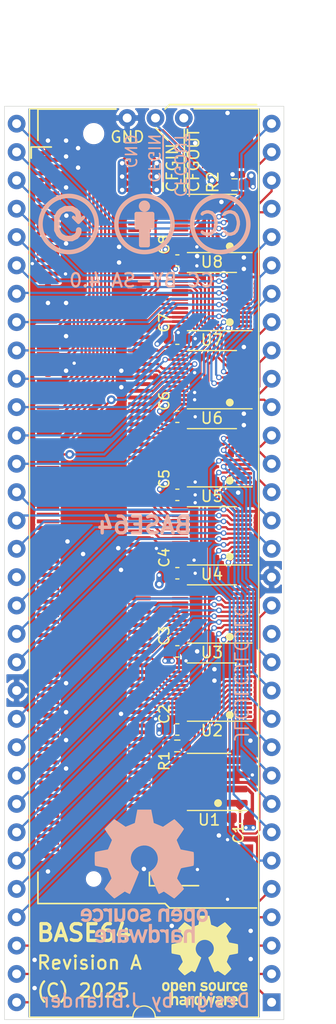
<source format=kicad_pcb>
(kicad_pcb (version 20171130) (host pcbnew "(5.1.12-1-10_14)")
  (layers (0 F.Cu signal) (1 GND power) (2 VCC power) (31 B.Cu signal) (34 B.Paste user) (35 F.Paste user) (36 B.SilkS user) (37 F.SilkS user) (38 B.Mask user) (39 F.Mask user) (44 Edge.Cuts user))
  (net 0 "")
  (net 1 GND)
  (net 2 VCC)
  (net 3 A4)
  (net 4 A3)
  (net 5 A2)
  (net 6 A1)
  (net 7 A23)
  (net 8 A22)
  (net 9 A21)
  (net 10 A20)
  (net 11 A19)
  (net 12 A18)
  (net 13 A17)
  (net 14 A16)
  (net 15 A15)
  (net 16 A14)
  (net 17 A13)
  (net 18 A12)
  (net 19 A11)
  (net 20 A10)
  (net 21 A9)
  (net 22 A8)
  (net 23 A7)
  (net 24 A6)
  (net 25 A5)
  (net 26 D5)
  (net 27 D6)
  (net 28 D7)
  (net 29 D8)
  (net 30 D9)
  (net 31 D10)
  (net 32 D11)
  (net 33 D12)
  (net 34 D13)
  (net 35 D14)
  (net 36 D15)
  (net 37 D0)
  (net 38 D1)
  (net 39 D2)
  (net 40 D3)
  (net 41 D4)
  (net 42 FC0)
  (net 43 FC1)
  (net 44 FC2)
  (net 45 IPL0)
  (net 46 IPL1)
  (net 47 IPL2)
  (net 48 BERR)
  (net 49 VPA)
  (net 50 E)
  (net 51 VMA)
  (net 52 RESET)
  (net 53 HALT)
  (net 54 CLK)
  (net 55 BR)
  (net 56 BGACK)
  (net 57 BG)
  (net 58 DTACK)
  (net 59 RW)
  (net 60 LDS)
  (net 61 UDS)
  (net 62 AS)
  (net 63 "Net-(J1-Pad198)")
  (net 64 "Net-(J1-Pad197)")
  (net 65 "Net-(J1-Pad196)")
  (net 66 "Net-(J1-Pad195)")
  (net 67 "Net-(J1-Pad194)")
  (net 68 "Net-(J1-Pad193)")
  (net 69 "Net-(J1-Pad192)")
  (net 70 "Net-(J1-Pad191)")
  (net 71 "Net-(J1-Pad190)")
  (net 72 "Net-(J1-Pad189)")
  (net 73 "Net-(J1-Pad188)")
  (net 74 "Net-(J1-Pad187)")
  (net 75 "Net-(J1-Pad186)")
  (net 76 "Net-(J1-Pad185)")
  (net 77 "Net-(J1-Pad184)")
  (net 78 "Net-(J1-Pad183)")
  (net 79 "Net-(J1-Pad182)")
  (net 80 "Net-(J1-Pad181)")
  (net 81 "Net-(J1-Pad180)")
  (net 82 "Net-(J1-Pad179)")
  (net 83 "Net-(J1-Pad178)")
  (net 84 "Net-(J1-Pad177)")
  (net 85 "Net-(J1-Pad176)")
  (net 86 "Net-(J1-Pad175)")
  (net 87 "Net-(J1-Pad174)")
  (net 88 "Net-(J1-Pad173)")
  (net 89 "Net-(J1-Pad172)")
  (net 90 "Net-(J1-Pad171)")
  (net 91 "Net-(J1-Pad170)")
  (net 92 "Net-(J1-Pad169)")
  (net 93 "Net-(J1-Pad168)")
  (net 94 "Net-(J1-Pad167)")
  (net 95 "Net-(J1-Pad166)")
  (net 96 "Net-(J1-Pad165)")
  (net 97 "Net-(J1-Pad164)")
  (net 98 "Net-(J1-Pad163)")
  (net 99 "Net-(J1-Pad162)")
  (net 100 "Net-(J1-Pad161)")
  (net 101 "Net-(J1-Pad160)")
  (net 102 "Net-(J1-Pad159)")
  (net 103 "Net-(J1-Pad53)")
  (net 104 "Net-(J1-Pad47)")
  (net 105 "Net-(J1-Pad45)")
  (net 106 "Net-(J1-Pad43)")
  (net 107 "Net-(J1-Pad38)")
  (net 108 "Net-(J1-Pad37)")
  (net 109 "Net-(J1-Pad36)")
  (net 110 "Net-(J1-Pad35)")
  (net 111 "Net-(J1-Pad34)")
  (net 112 "Net-(J1-Pad33)")
  (net 113 "Net-(J1-Pad32)")
  (net 114 "Net-(J1-Pad31)")
  (net 115 "Net-(J1-Pad30)")
  (net 116 "Net-(J1-Pad29)")
  (net 117 "Net-(J1-Pad28)")
  (net 118 "Net-(J1-Pad27)")
  (net 119 "Net-(J1-Pad26)")
  (net 120 "Net-(J1-Pad25)")
  (net 121 "Net-(J1-Pad24)")
  (net 122 "Net-(J1-Pad23)")
  (net 123 "Net-(J1-Pad22)")
  (net 124 "Net-(J1-Pad21)")
  (net 125 "Net-(J1-Pad20)")
  (net 126 "Net-(J1-Pad19)")
  (net 127 "Net-(J1-Pad18)")
  (net 128 "Net-(J1-Pad17)")
  (net 129 "Net-(J1-Pad16)")
  (net 130 "Net-(J1-Pad15)")
  (net 131 "Net-(J1-Pad14)")
  (net 132 "Net-(J1-Pad13)")
  (net 133 2xCLK)
  (net 134 PL5C)
  (net 135 PL2C)
  (net 136 PL2D)
  (net 137 PL5B)
  (net 138 PL5A)
  (net 139 PL2B)
  (net 140 PL2A)
  (net 141 PR47D)
  (net 142 PR47C)
  (net 143 PT29B)
  (net 144 PR44C)
  (net 145 PR38B)
  (net 146 PT29A)
  (net 147 PR38A)
  (net 148 PT35B)
  (net 149 PR41A)
  (net 150 PR44D)
  (net 151 PT47A)
  (net 152 PL23A)
  (net 153 PT44B)
  (net 154 PL20B)
  (net 155 PT51A)
  (net 156 PL14B)
  (net 157 PT49B)
  (net 158 PL20A)
  (net 159 PT58A)
  (net 160 PL11C)
  (net 161 PT58D)
  (net 162 PL14A)
  (net 163 PT62A)
  (net 164 PL8B)
  (net 165 PT62D)
  (net 166 PL11D)
  (net 167 PT58B)
  (net 168 PT62B)
  (net 169 PL8A)
  (net 170 PR5C)
  (net 171 PR8C)
  (net 172 PR5D)
  (net 173 PR11B)
  (net 174 PR14C)
  (net 175 PT4A)
  (net 176 PR17B)
  (net 177 PT4B)
  (net 178 PR14D)
  (net 179 PT6A)
  (net 180 PR17C)
  (net 181 PT11B)
  (net 182 PR20C)
  (net 183 PT6B)
  (net 184 PR29A)
  (net 185 PT15B)
  (net 186 PR20D)
  (net 187 PT18A)
  (net 188 PR29C)
  (net 189 PT22B)
  (net 190 PR32C)
  (net 191 PT18B)
  (net 192 PR35C)
  (net 193 PT27B)
  (net 194 PL20D)
  (net 195 PB13A)
  (net 196 PL29A)
  (net 197 PB6A)
  (net 198 PL20C)
  (net 199 PB6B)
  (net 200 PL17C)
  (net 201 PB4A)
  (net 202 PL14D)
  (net 203 PB4B)
  (net 204 PL14C)
  (net 205 PL44A)
  (net 206 PL11B)
  (net 207 PL44B)
  (net 208 PL5D)
  (net 209 PL41C)
  (net 210 PL8C)
  (net 211 PL41D)
  (net 212 PL41B)
  (net 213 PT9A)
  (net 214 PL38D)
  (net 215 PL38C)
  (net 216 PT9B)
  (net 217 PL35B)
  (net 218 PT11A)
  (net 219 PL32B)
  (net 220 PT13B)
  (net 221 PL35A)
  (net 222 PT15A)
  (net 223 PL35D)
  (net 224 PT20B)
  (net 225 PL32A)
  (net 226 PT22A)
  (net 227 PL26D)
  (net 228 PT24B)
  (net 229 PL26C)
  (net 230 PT27A)
  (net 231 PL26B)
  (net 232 PT33B)
  (net 233 PL26A)
  (net 234 PT35A)
  (net 235 PL23D)
  (net 236 PT40A)
  (net 237 PL23C)
  (net 238 PT38B)
  (net 239 PL23B)
  (net 240 "Net-(U3-Pad1)")
  (net 241 "Net-(U4-Pad1)")
  (net 242 "Net-(U3-Pad14)")
  (net 243 "Net-(U3-Pad13)")
  (net 244 "Net-(U5-Pad1)")
  (net 245 "Net-(U7-Pad1)")
  (net 246 "Net-(U6-Pad1)")
  (net 247 "Net-(U8-Pad1)")
  (net 248 CFGIN)
  (net 249 "Net-(R1-Pad1)")
  (net 250 "Net-(U1-Pad8)")
  (net 251 "Net-(U1-Pad7)")
  (net 252 "Net-(U1-Pad6)")
  (net 253 "Net-(U1-Pad4)")
  (net 254 "Net-(U2-Pad14)")
  (net 255 "Net-(U2-Pad13)")
  (net 256 "Net-(U2-Pad1)")
  (net 257 "Net-(U6-Pad13)")
  (net 258 "Net-(U8-Pad22)")
  (net 259 "Net-(U8-Pad21)")
  (net 260 "Net-(U8-Pad20)")
  (net 261 CFGOUT)
  (module Package_SO:TSSOP-24_4.4x5mm_P0.4mm (layer F.Cu) (at 107.95 53.95 180)
    (fp_text reference U8 (at 0 -3.45 180) (layer F.SilkS))
    (fp_text value SN74CBTD3861DGVR hide)
    (pad 24 smd roundrect (at 2.8625 -2.2 180) (size 1.475 0.25) (layers F.Cu F.Paste F.Mask) (net 2 VCC))
    (pad 23 smd roundrect (at 2.8625 -1.8 180) (size 1.475 0.25) (layers F.Cu F.Paste F.Mask) (net 185 PT15B))
    (pad 22 smd roundrect (at 2.8625 -1.4 180) (size 1.475 0.25) (layers F.Cu F.Paste F.Mask) (net 258 "Net-(U8-Pad22)"))
    (pad 21 smd roundrect (at 2.8625 -1 180) (size 1.475 0.25) (layers F.Cu F.Paste F.Mask) (net 259 "Net-(U8-Pad21)"))
    (pad 20 smd roundrect (at 2.8625 -0.6 180) (size 1.475 0.25) (layers F.Cu F.Paste F.Mask) (net 260 "Net-(U8-Pad20)"))
    (pad 19 smd roundrect (at 2.8625 -0.2 180) (size 1.475 0.25) (layers F.Cu F.Paste F.Mask) (net 143 PT29B))
    (pad 18 smd roundrect (at 2.8625 0.2 180) (size 1.475 0.25) (layers F.Cu F.Paste F.Mask) (net 148 PT35B))
    (pad 17 smd roundrect (at 2.8625 0.6 180) (size 1.475 0.25) (layers F.Cu F.Paste F.Mask) (net 146 PT29A))
    (pad 16 smd roundrect (at 2.8625 1 180) (size 1.475 0.25) (layers F.Cu F.Paste F.Mask) (net 193 PT27B))
    (pad 15 smd roundrect (at 2.8625 1.4 180) (size 1.475 0.25) (layers F.Cu F.Paste F.Mask) (net 187 PT18A))
    (pad 14 smd roundrect (at 2.8625 1.8 180) (size 1.475 0.25) (layers F.Cu F.Paste F.Mask) (net 189 PT22B))
    (pad 13 smd roundrect (at 2.8625 2.2 180) (size 1.475 0.25) (layers F.Cu F.Paste F.Mask) (net 191 PT18B))
    (pad 12 smd roundrect (at -2.8625 2.2 180) (size 1.475 0.25) (layers F.Cu F.Paste F.Mask) (net 1 GND))
    (pad 11 smd roundrect (at -2.8625 1.8 180) (size 1.475 0.25) (layers F.Cu F.Paste F.Mask) (net 4 A3))
    (pad 10 smd roundrect (at -2.8625 1.4 180) (size 1.475 0.25) (layers F.Cu F.Paste F.Mask) (net 5 A2))
    (pad 9 smd roundrect (at -2.8625 1 180) (size 1.475 0.25) (layers F.Cu F.Paste F.Mask) (net 6 A1))
    (pad 8 smd roundrect (at -2.8625 0.6 180) (size 1.475 0.25) (layers F.Cu F.Paste F.Mask) (net 3 A4))
    (pad 7 smd roundrect (at -2.8625 0.2 180) (size 1.475 0.25) (layers F.Cu F.Paste F.Mask) (net 25 A5))
    (pad 6 smd roundrect (at -2.8625 -0.2 180) (size 1.475 0.25) (layers F.Cu F.Paste F.Mask) (net 24 A6))
    (pad 5 smd roundrect (at -2.8625 -0.6 180) (size 1.475 0.25) (layers F.Cu F.Paste F.Mask) (net 23 A7))
    (pad 4 smd roundrect (at -2.8625 -1 180) (size 1.475 0.25) (layers F.Cu F.Paste F.Mask) (net 1 GND))
    (pad 3 smd roundrect (at -2.8625 -1.4 180) (size 1.475 0.25) (layers F.Cu F.Paste F.Mask) (net 1 GND))
    (pad 2 smd roundrect (at -2.8625 -1.8 180) (size 1.475 0.25) (layers F.Cu F.Paste F.Mask) (net 1 GND))
    (pad 1 smd roundrect (at -2.8625 -2.2 180) (size 1.475 0.25) (layers F.Cu F.Paste F.Mask) (net 247 "Net-(U8-Pad1)"))
  )
  (module Package_SO:TSSOP-24_4.4x5mm_P0.4mm (layer F.Cu) (at 107.95 60.95 180)
    (fp_text reference U7 (at 0 -3.45 180) (layer F.SilkS))
    (fp_text value SN74CBTD3861DGVR hide)
    (pad 1 smd roundrect (at -2.8625 -2.2 180) (size 1.475 0.25) (layers F.Cu F.Paste F.Mask) (net 245 "Net-(U7-Pad1)"))
    (pad 2 smd roundrect (at -2.8625 -1.8 180) (size 1.475 0.25) (layers F.Cu F.Paste F.Mask) (net 13 A17))
    (pad 3 smd roundrect (at -2.8625 -1.4 180) (size 1.475 0.25) (layers F.Cu F.Paste F.Mask) (net 14 A16))
    (pad 4 smd roundrect (at -2.8625 -1 180) (size 1.475 0.25) (layers F.Cu F.Paste F.Mask) (net 15 A15))
    (pad 5 smd roundrect (at -2.8625 -0.6 180) (size 1.475 0.25) (layers F.Cu F.Paste F.Mask) (net 16 A14))
    (pad 6 smd roundrect (at -2.8625 -0.2 180) (size 1.475 0.25) (layers F.Cu F.Paste F.Mask) (net 17 A13))
    (pad 7 smd roundrect (at -2.8625 0.2 180) (size 1.475 0.25) (layers F.Cu F.Paste F.Mask) (net 18 A12))
    (pad 8 smd roundrect (at -2.8625 0.6 180) (size 1.475 0.25) (layers F.Cu F.Paste F.Mask) (net 19 A11))
    (pad 9 smd roundrect (at -2.8625 1 180) (size 1.475 0.25) (layers F.Cu F.Paste F.Mask) (net 20 A10))
    (pad 10 smd roundrect (at -2.8625 1.4 180) (size 1.475 0.25) (layers F.Cu F.Paste F.Mask) (net 21 A9))
    (pad 11 smd roundrect (at -2.8625 1.8 180) (size 1.475 0.25) (layers F.Cu F.Paste F.Mask) (net 22 A8))
    (pad 12 smd roundrect (at -2.8625 2.2 180) (size 1.475 0.25) (layers F.Cu F.Paste F.Mask) (net 1 GND))
    (pad 13 smd roundrect (at 2.8625 2.2 180) (size 1.475 0.25) (layers F.Cu F.Paste F.Mask) (net 180 PR17C))
    (pad 14 smd roundrect (at 2.8625 1.8 180) (size 1.475 0.25) (layers F.Cu F.Paste F.Mask) (net 182 PR20C))
    (pad 15 smd roundrect (at 2.8625 1.4 180) (size 1.475 0.25) (layers F.Cu F.Paste F.Mask) (net 147 PR38A))
    (pad 16 smd roundrect (at 2.8625 1 180) (size 1.475 0.25) (layers F.Cu F.Paste F.Mask) (net 149 PR41A))
    (pad 17 smd roundrect (at 2.8625 0.6 180) (size 1.475 0.25) (layers F.Cu F.Paste F.Mask) (net 183 PT6B))
    (pad 18 smd roundrect (at 2.8625 0.2 180) (size 1.475 0.25) (layers F.Cu F.Paste F.Mask) (net 181 PT11B))
    (pad 19 smd roundrect (at 2.8625 -0.2 180) (size 1.475 0.25) (layers F.Cu F.Paste F.Mask) (net 179 PT6A))
    (pad 20 smd roundrect (at 2.8625 -0.6 180) (size 1.475 0.25) (layers F.Cu F.Paste F.Mask) (net 177 PT4B))
    (pad 21 smd roundrect (at 2.8625 -1 180) (size 1.475 0.25) (layers F.Cu F.Paste F.Mask) (net 150 PR44D))
    (pad 22 smd roundrect (at 2.8625 -1.4 180) (size 1.475 0.25) (layers F.Cu F.Paste F.Mask) (net 142 PR47C))
    (pad 23 smd roundrect (at 2.8625 -1.8 180) (size 1.475 0.25) (layers F.Cu F.Paste F.Mask) (net 141 PR47D))
    (pad 24 smd roundrect (at 2.8625 -2.2 180) (size 1.475 0.25) (layers F.Cu F.Paste F.Mask) (net 2 VCC))
  )
  (module Package_SO:TSSOP-24_4.4x5mm_P0.4mm (layer F.Cu) (at 107.95 67.95 180)
    (fp_text reference U6 (at 0 -3.45 180) (layer F.SilkS))
    (fp_text value SN74CBTD3861DGVR hide)
    (pad 24 smd roundrect (at 2.8625 -2.2 180) (size 1.475 0.25) (layers F.Cu F.Paste F.Mask) (net 2 VCC))
    (pad 23 smd roundrect (at 2.8625 -1.8 180) (size 1.475 0.25) (layers F.Cu F.Paste F.Mask) (net 1 GND))
    (pad 22 smd roundrect (at 2.8625 -1.4 180) (size 1.475 0.25) (layers F.Cu F.Paste F.Mask) (net 184 PR29A))
    (pad 21 smd roundrect (at 2.8625 -1 180) (size 1.475 0.25) (layers F.Cu F.Paste F.Mask) (net 186 PR20D))
    (pad 20 smd roundrect (at 2.8625 -0.6 180) (size 1.475 0.25) (layers F.Cu F.Paste F.Mask) (net 188 PR29C))
    (pad 19 smd roundrect (at 2.8625 -0.2 180) (size 1.475 0.25) (layers F.Cu F.Paste F.Mask) (net 190 PR32C))
    (pad 18 smd roundrect (at 2.8625 0.2 180) (size 1.475 0.25) (layers F.Cu F.Paste F.Mask) (net 192 PR35C))
    (pad 17 smd roundrect (at 2.8625 0.6 180) (size 1.475 0.25) (layers F.Cu F.Paste F.Mask) (net 144 PR44C))
    (pad 16 smd roundrect (at 2.8625 1 180) (size 1.475 0.25) (layers F.Cu F.Paste F.Mask) (net 145 PR38B))
    (pad 15 smd roundrect (at 2.8625 1.4 180) (size 1.475 0.25) (layers F.Cu F.Paste F.Mask) (net 139 PL2B))
    (pad 14 smd roundrect (at 2.8625 1.8 180) (size 1.475 0.25) (layers F.Cu F.Paste F.Mask) (net 140 PL2A))
    (pad 13 smd roundrect (at 2.8625 2.2 180) (size 1.475 0.25) (layers F.Cu F.Paste F.Mask) (net 257 "Net-(U6-Pad13)"))
    (pad 12 smd roundrect (at -2.8625 2.2 180) (size 1.475 0.25) (layers F.Cu F.Paste F.Mask) (net 1 GND))
    (pad 11 smd roundrect (at -2.8625 1.8 180) (size 1.475 0.25) (layers F.Cu F.Paste F.Mask) (net 1 GND))
    (pad 10 smd roundrect (at -2.8625 1.4 180) (size 1.475 0.25) (layers F.Cu F.Paste F.Mask) (net 248 CFGIN))
    (pad 9 smd roundrect (at -2.8625 1 180) (size 1.475 0.25) (layers F.Cu F.Paste F.Mask) (net 261 CFGOUT))
    (pad 8 smd roundrect (at -2.8625 0.6 180) (size 1.475 0.25) (layers F.Cu F.Paste F.Mask) (net 44 FC2))
    (pad 7 smd roundrect (at -2.8625 0.2 180) (size 1.475 0.25) (layers F.Cu F.Paste F.Mask) (net 43 FC1))
    (pad 6 smd roundrect (at -2.8625 -0.2 180) (size 1.475 0.25) (layers F.Cu F.Paste F.Mask) (net 42 FC0))
    (pad 5 smd roundrect (at -2.8625 -0.6 180) (size 1.475 0.25) (layers F.Cu F.Paste F.Mask) (net 45 IPL0))
    (pad 4 smd roundrect (at -2.8625 -1 180) (size 1.475 0.25) (layers F.Cu F.Paste F.Mask) (net 46 IPL1))
    (pad 3 smd roundrect (at -2.8625 -1.4 180) (size 1.475 0.25) (layers F.Cu F.Paste F.Mask) (net 47 IPL2))
    (pad 2 smd roundrect (at -2.8625 -1.8 180) (size 1.475 0.25) (layers F.Cu F.Paste F.Mask) (net 48 BERR))
    (pad 1 smd roundrect (at -2.8625 -2.2 180) (size 1.475 0.25) (layers F.Cu F.Paste F.Mask) (net 246 "Net-(U6-Pad1)"))
  )
  (module Package_SO:TSSOP-24_4.4x5mm_P0.4mm (layer F.Cu) (at 107.95 74.95 180)
    (fp_text reference U5 (at 0 -3.45 180) (layer F.SilkS))
    (fp_text value SN74CBTD3861DGVR hide)
    (pad 24 smd roundrect (at 2.8625 -2.2 180) (size 1.475 0.25) (layers F.Cu F.Paste F.Mask) (net 2 VCC))
    (pad 23 smd roundrect (at 2.8625 -1.8 180) (size 1.475 0.25) (layers F.Cu F.Paste F.Mask) (net 1 GND))
    (pad 22 smd roundrect (at 2.8625 -1.4 180) (size 1.475 0.25) (layers F.Cu F.Paste F.Mask) (net 228 PT24B))
    (pad 21 smd roundrect (at 2.8625 -1 180) (size 1.475 0.25) (layers F.Cu F.Paste F.Mask) (net 167 PT58B))
    (pad 20 smd roundrect (at 2.8625 -0.6 180) (size 1.475 0.25) (layers F.Cu F.Paste F.Mask) (net 168 PT62B))
    (pad 19 smd roundrect (at 2.8625 -0.2 180) (size 1.475 0.25) (layers F.Cu F.Paste F.Mask) (net 170 PR5C))
    (pad 18 smd roundrect (at 2.8625 0.2 180) (size 1.475 0.25) (layers F.Cu F.Paste F.Mask) (net 171 PR8C))
    (pad 17 smd roundrect (at 2.8625 0.6 180) (size 1.475 0.25) (layers F.Cu F.Paste F.Mask) (net 172 PR5D))
    (pad 16 smd roundrect (at 2.8625 1 180) (size 1.475 0.25) (layers F.Cu F.Paste F.Mask) (net 173 PR11B))
    (pad 15 smd roundrect (at 2.8625 1.4 180) (size 1.475 0.25) (layers F.Cu F.Paste F.Mask) (net 174 PR14C))
    (pad 14 smd roundrect (at 2.8625 1.8 180) (size 1.475 0.25) (layers F.Cu F.Paste F.Mask) (net 176 PR17B))
    (pad 13 smd roundrect (at 2.8625 2.2 180) (size 1.475 0.25) (layers F.Cu F.Paste F.Mask) (net 178 PR14D))
    (pad 12 smd roundrect (at -2.8625 2.2 180) (size 1.475 0.25) (layers F.Cu F.Paste F.Mask) (net 1 GND))
    (pad 11 smd roundrect (at -2.8625 1.8 180) (size 1.475 0.25) (layers F.Cu F.Paste F.Mask) (net 52 RESET))
    (pad 10 smd roundrect (at -2.8625 1.4 180) (size 1.475 0.25) (layers F.Cu F.Paste F.Mask) (net 53 HALT))
    (pad 9 smd roundrect (at -2.8625 1 180) (size 1.475 0.25) (layers F.Cu F.Paste F.Mask) (net 49 VPA))
    (pad 8 smd roundrect (at -2.8625 0.6 180) (size 1.475 0.25) (layers F.Cu F.Paste F.Mask) (net 50 E))
    (pad 7 smd roundrect (at -2.8625 0.2 180) (size 1.475 0.25) (layers F.Cu F.Paste F.Mask) (net 51 VMA))
    (pad 6 smd roundrect (at -2.8625 -0.2 180) (size 1.475 0.25) (layers F.Cu F.Paste F.Mask) (net 58 DTACK))
    (pad 5 smd roundrect (at -2.8625 -0.6 180) (size 1.475 0.25) (layers F.Cu F.Paste F.Mask) (net 55 BR))
    (pad 4 smd roundrect (at -2.8625 -1 180) (size 1.475 0.25) (layers F.Cu F.Paste F.Mask) (net 57 BG))
    (pad 3 smd roundrect (at -2.8625 -1.4 180) (size 1.475 0.25) (layers F.Cu F.Paste F.Mask) (net 56 BGACK))
    (pad 2 smd roundrect (at -2.8625 -1.8 180) (size 1.475 0.25) (layers F.Cu F.Paste F.Mask) (net 133 2xCLK))
    (pad 1 smd roundrect (at -2.8625 -2.2 180) (size 1.475 0.25) (layers F.Cu F.Paste F.Mask) (net 244 "Net-(U5-Pad1)"))
  )
  (module Package_SO:TSSOP-24_4.4x5mm_P0.4mm (layer F.Cu) (at 107.95 81.95 180)
    (fp_text reference U4 (at 0 -3.45 180) (layer F.SilkS))
    (fp_text value SN74CBTD3861DGVR hide)
    (pad 24 smd roundrect (at 2.8625 -2.2 180) (size 1.475 0.25) (layers F.Cu F.Paste F.Mask) (net 2 VCC))
    (pad 23 smd roundrect (at 2.8625 -1.8 180) (size 1.475 0.25) (layers F.Cu F.Paste F.Mask) (net 234 PT35A))
    (pad 22 smd roundrect (at 2.8625 -1.4 180) (size 1.475 0.25) (layers F.Cu F.Paste F.Mask) (net 236 PT40A))
    (pad 21 smd roundrect (at 2.8625 -1 180) (size 1.475 0.25) (layers F.Cu F.Paste F.Mask) (net 238 PT38B))
    (pad 20 smd roundrect (at 2.8625 -0.6 180) (size 1.475 0.25) (layers F.Cu F.Paste F.Mask) (net 151 PT47A))
    (pad 19 smd roundrect (at 2.8625 -0.2 180) (size 1.475 0.25) (layers F.Cu F.Paste F.Mask) (net 153 PT44B))
    (pad 18 smd roundrect (at 2.8625 0.2 180) (size 1.475 0.25) (layers F.Cu F.Paste F.Mask) (net 155 PT51A))
    (pad 17 smd roundrect (at 2.8625 0.6 180) (size 1.475 0.25) (layers F.Cu F.Paste F.Mask) (net 157 PT49B))
    (pad 16 smd roundrect (at 2.8625 1 180) (size 1.475 0.25) (layers F.Cu F.Paste F.Mask) (net 159 PT58A))
    (pad 15 smd roundrect (at 2.8625 1.4 180) (size 1.475 0.25) (layers F.Cu F.Paste F.Mask) (net 161 PT58D))
    (pad 14 smd roundrect (at 2.8625 1.8 180) (size 1.475 0.25) (layers F.Cu F.Paste F.Mask) (net 163 PT62A))
    (pad 13 smd roundrect (at 2.8625 2.2 180) (size 1.475 0.25) (layers F.Cu F.Paste F.Mask) (net 165 PT62D))
    (pad 12 smd roundrect (at -2.8625 2.2 180) (size 1.475 0.25) (layers F.Cu F.Paste F.Mask) (net 1 GND))
    (pad 11 smd roundrect (at -2.8625 1.8 180) (size 1.475 0.25) (layers F.Cu F.Paste F.Mask) (net 12 A18))
    (pad 10 smd roundrect (at -2.8625 1.4 180) (size 1.475 0.25) (layers F.Cu F.Paste F.Mask) (net 11 A19))
    (pad 9 smd roundrect (at -2.8625 1 180) (size 1.475 0.25) (layers F.Cu F.Paste F.Mask) (net 10 A20))
    (pad 8 smd roundrect (at -2.8625 0.6 180) (size 1.475 0.25) (layers F.Cu F.Paste F.Mask) (net 9 A21))
    (pad 7 smd roundrect (at -2.8625 0.2 180) (size 1.475 0.25) (layers F.Cu F.Paste F.Mask) (net 8 A22))
    (pad 6 smd roundrect (at -2.8625 -0.2 180) (size 1.475 0.25) (layers F.Cu F.Paste F.Mask) (net 7 A23))
    (pad 5 smd roundrect (at -2.8625 -0.6 180) (size 1.475 0.25) (layers F.Cu F.Paste F.Mask) (net 62 AS))
    (pad 4 smd roundrect (at -2.8625 -1 180) (size 1.475 0.25) (layers F.Cu F.Paste F.Mask) (net 61 UDS))
    (pad 3 smd roundrect (at -2.8625 -1.4 180) (size 1.475 0.25) (layers F.Cu F.Paste F.Mask) (net 60 LDS))
    (pad 2 smd roundrect (at -2.8625 -1.8 180) (size 1.475 0.25) (layers F.Cu F.Paste F.Mask) (net 59 RW))
    (pad 1 smd roundrect (at -2.8625 -2.2 180) (size 1.475 0.25) (layers F.Cu F.Paste F.Mask) (net 241 "Net-(U4-Pad1)"))
  )
  (module Package_SO:TSSOP-24_4.4x5mm_P0.4mm (layer F.Cu) (at 107.95 95.95 180)
    (fp_text reference U2 (at 0 -3.45) (layer F.SilkS))
    (fp_text value SN74CBTD3861DGVR hide)
    (pad 24 smd roundrect (at 2.8625 -2.2 180) (size 1.475 0.25) (layers F.Cu F.Paste F.Mask) (net 2 VCC))
    (pad 23 smd roundrect (at 2.8625 -1.8 180) (size 1.475 0.25) (layers F.Cu F.Paste F.Mask) (net 194 PL20D))
    (pad 22 smd roundrect (at 2.8625 -1.4 180) (size 1.475 0.25) (layers F.Cu F.Paste F.Mask) (net 196 PL29A))
    (pad 21 smd roundrect (at 2.8625 -1 180) (size 1.475 0.25) (layers F.Cu F.Paste F.Mask) (net 198 PL20C))
    (pad 20 smd roundrect (at 2.8625 -0.6 180) (size 1.475 0.25) (layers F.Cu F.Paste F.Mask) (net 200 PL17C))
    (pad 19 smd roundrect (at 2.8625 -0.2 180) (size 1.475 0.25) (layers F.Cu F.Paste F.Mask) (net 202 PL14D))
    (pad 18 smd roundrect (at 2.8625 0.2 180) (size 1.475 0.25) (layers F.Cu F.Paste F.Mask) (net 204 PL14C))
    (pad 17 smd roundrect (at 2.8625 0.6 180) (size 1.475 0.25) (layers F.Cu F.Paste F.Mask) (net 206 PL11B))
    (pad 16 smd roundrect (at 2.8625 1 180) (size 1.475 0.25) (layers F.Cu F.Paste F.Mask) (net 208 PL5D))
    (pad 15 smd roundrect (at 2.8625 1.4 180) (size 1.475 0.25) (layers F.Cu F.Paste F.Mask) (net 210 PL8C))
    (pad 14 smd roundrect (at 2.8625 1.8 180) (size 1.475 0.25) (layers F.Cu F.Paste F.Mask) (net 254 "Net-(U2-Pad14)"))
    (pad 13 smd roundrect (at 2.8625 2.2 180) (size 1.475 0.25) (layers F.Cu F.Paste F.Mask) (net 255 "Net-(U2-Pad13)"))
    (pad 12 smd roundrect (at -2.8625 2.2 180) (size 1.475 0.25) (layers F.Cu F.Paste F.Mask) (net 1 GND))
    (pad 11 smd roundrect (at -2.8625 1.8 180) (size 1.475 0.25) (layers F.Cu F.Paste F.Mask) (net 1 GND))
    (pad 10 smd roundrect (at -2.8625 1.4 180) (size 1.475 0.25) (layers F.Cu F.Paste F.Mask) (net 1 GND))
    (pad 9 smd roundrect (at -2.8625 1 180) (size 1.475 0.25) (layers F.Cu F.Paste F.Mask) (net 28 D7))
    (pad 8 smd roundrect (at -2.8625 0.6 180) (size 1.475 0.25) (layers F.Cu F.Paste F.Mask) (net 27 D6))
    (pad 7 smd roundrect (at -2.8625 0.2 180) (size 1.475 0.25) (layers F.Cu F.Paste F.Mask) (net 26 D5))
    (pad 6 smd roundrect (at -2.8625 -0.2 180) (size 1.475 0.25) (layers F.Cu F.Paste F.Mask) (net 41 D4))
    (pad 5 smd roundrect (at -2.8625 -0.6 180) (size 1.475 0.25) (layers F.Cu F.Paste F.Mask) (net 40 D3))
    (pad 4 smd roundrect (at -2.8625 -1 180) (size 1.475 0.25) (layers F.Cu F.Paste F.Mask) (net 39 D2))
    (pad 3 smd roundrect (at -2.8625 -1.4 180) (size 1.475 0.25) (layers F.Cu F.Paste F.Mask) (net 38 D1))
    (pad 2 smd roundrect (at -2.8625 -1.8 180) (size 1.475 0.25) (layers F.Cu F.Paste F.Mask) (net 37 D0))
    (pad 1 smd roundrect (at -2.8625 -2.2 180) (size 1.475 0.25) (layers F.Cu F.Paste F.Mask) (net 256 "Net-(U2-Pad1)"))
  )
  (module Package_SO:TSSOP-24_4.4x5mm_P0.4mm (layer F.Cu) (at 107.95 88.95 180)
    (fp_text reference U3 (at 0 -3.45) (layer F.SilkS))
    (fp_text value SN74CBTD3861DGVR hide)
    (pad 24 smd roundrect (at 2.8625 -2.2 180) (size 1.475 0.25) (layers F.Cu F.Paste F.Mask) (net 2 VCC))
    (pad 23 smd roundrect (at 2.8625 -1.8 180) (size 1.475 0.25) (layers F.Cu F.Paste F.Mask) (net 134 PL5C))
    (pad 22 smd roundrect (at 2.8625 -1.4 180) (size 1.475 0.25) (layers F.Cu F.Paste F.Mask) (net 213 PT9A))
    (pad 21 smd roundrect (at 2.8625 -1 180) (size 1.475 0.25) (layers F.Cu F.Paste F.Mask) (net 135 PL2C))
    (pad 20 smd roundrect (at 2.8625 -0.6 180) (size 1.475 0.25) (layers F.Cu F.Paste F.Mask) (net 216 PT9B))
    (pad 19 smd roundrect (at 2.8625 -0.2 180) (size 1.475 0.25) (layers F.Cu F.Paste F.Mask) (net 218 PT11A))
    (pad 18 smd roundrect (at 2.8625 0.2 180) (size 1.475 0.25) (layers F.Cu F.Paste F.Mask) (net 220 PT13B))
    (pad 17 smd roundrect (at 2.8625 0.6 180) (size 1.475 0.25) (layers F.Cu F.Paste F.Mask) (net 222 PT15A))
    (pad 16 smd roundrect (at 2.8625 1 180) (size 1.475 0.25) (layers F.Cu F.Paste F.Mask) (net 224 PT20B))
    (pad 15 smd roundrect (at 2.8625 1.4 180) (size 1.475 0.25) (layers F.Cu F.Paste F.Mask) (net 226 PT22A))
    (pad 14 smd roundrect (at 2.8625 1.8 180) (size 1.475 0.25) (layers F.Cu F.Paste F.Mask) (net 242 "Net-(U3-Pad14)"))
    (pad 13 smd roundrect (at 2.8625 2.2 180) (size 1.475 0.25) (layers F.Cu F.Paste F.Mask) (net 243 "Net-(U3-Pad13)"))
    (pad 12 smd roundrect (at -2.8625 2.2 180) (size 1.475 0.25) (layers F.Cu F.Paste F.Mask) (net 1 GND))
    (pad 11 smd roundrect (at -2.8625 1.8 180) (size 1.475 0.25) (layers F.Cu F.Paste F.Mask) (net 1 GND))
    (pad 10 smd roundrect (at -2.8625 1.4 180) (size 1.475 0.25) (layers F.Cu F.Paste F.Mask) (net 1 GND))
    (pad 9 smd roundrect (at -2.8625 1 180) (size 1.475 0.25) (layers F.Cu F.Paste F.Mask) (net 36 D15))
    (pad 8 smd roundrect (at -2.8625 0.6 180) (size 1.475 0.25) (layers F.Cu F.Paste F.Mask) (net 35 D14))
    (pad 7 smd roundrect (at -2.8625 0.2 180) (size 1.475 0.25) (layers F.Cu F.Paste F.Mask) (net 34 D13))
    (pad 6 smd roundrect (at -2.8625 -0.2 180) (size 1.475 0.25) (layers F.Cu F.Paste F.Mask) (net 33 D12))
    (pad 5 smd roundrect (at -2.8625 -0.6 180) (size 1.475 0.25) (layers F.Cu F.Paste F.Mask) (net 32 D11))
    (pad 4 smd roundrect (at -2.8625 -1 180) (size 1.475 0.25) (layers F.Cu F.Paste F.Mask) (net 31 D10))
    (pad 3 smd roundrect (at -2.8625 -1.4 180) (size 1.475 0.25) (layers F.Cu F.Paste F.Mask) (net 30 D9))
    (pad 2 smd roundrect (at -2.8625 -1.8 180) (size 1.475 0.25) (layers F.Cu F.Paste F.Mask) (net 29 D8))
    (pad 1 smd roundrect (at -2.8625 -2.2 180) (size 1.475 0.25) (layers F.Cu F.Paste F.Mask) (net 240 "Net-(U3-Pad1)"))
  )
  (module Package_SO:SOIC-8_3.9x4.9mm_P1.27mm (layer F.Cu) (at 107.7 104 180)
    (fp_text reference U1 (at 0 -3.4 180) (layer F.SilkS))
    (fp_text value 501MLFT hide)
    (pad 8 smd roundrect (at 2.475 -1.905 180) (size 1.95 0.6) (layers F.Cu F.Paste F.Mask) (net 250 "Net-(U1-Pad8)"))
    (pad 7 smd roundrect (at 2.475 -0.635 180) (size 1.95 0.6) (layers F.Cu F.Paste F.Mask) (net 251 "Net-(U1-Pad7)"))
    (pad 6 smd roundrect (at 2.475 0.635 180) (size 1.95 0.6) (layers F.Cu F.Paste F.Mask) (net 252 "Net-(U1-Pad6)"))
    (pad 5 smd roundrect (at 2.475 1.905 180) (size 1.95 0.6) (layers F.Cu F.Paste F.Mask) (net 249 "Net-(R1-Pad1)"))
    (pad 4 smd roundrect (at -2.475 1.905 180) (size 1.95 0.6) (layers F.Cu F.Paste F.Mask) (net 253 "Net-(U1-Pad4)"))
    (pad 3 smd roundrect (at -2.475 0.635 180) (size 1.95 0.6) (layers F.Cu F.Paste F.Mask) (net 1 GND))
    (pad 2 smd roundrect (at -2.475 -0.635 180) (size 1.95 0.6) (layers F.Cu F.Paste F.Mask) (net 2 VCC))
    (pad 1 smd roundrect (at -2.475 -1.905 180) (size 1.95 0.6) (layers F.Cu F.Paste F.Mask) (net 54 CLK))
  )
  (module Base64:TE_DDR2-SODIMM-200_1473149-x (layer F.Cu) (at 101.95 79.3)
    (fp_text reference J1 hide)
    (fp_text value 1473149-1 hide)
    (pad 200 smd rect (at -0.500001 31.65) (size 2 0.35) (layers F.Cu F.Paste F.Mask) (net 1 GND))
    (pad 199 smd rect (at -8.7 31.35) (size 2 0.35) (layers F.Cu F.Paste F.Mask) (net 1 GND))
    (pad 198 smd rect (at -0.500001 31.05) (size 2 0.35) (layers F.Cu F.Paste F.Mask) (net 63 "Net-(J1-Pad198)"))
    (pad 197 smd rect (at -8.7 30.75) (size 2 0.35) (layers F.Cu F.Paste F.Mask) (net 64 "Net-(J1-Pad197)"))
    (pad 196 smd rect (at -0.500001 30.45) (size 2 0.35) (layers F.Cu F.Paste F.Mask) (net 65 "Net-(J1-Pad196)"))
    (pad 195 smd rect (at -8.7 30.15) (size 2 0.35) (layers F.Cu F.Paste F.Mask) (net 66 "Net-(J1-Pad195)"))
    (pad 194 smd rect (at -0.500001 29.85) (size 2 0.35) (layers F.Cu F.Paste F.Mask) (net 67 "Net-(J1-Pad194)"))
    (pad 193 smd rect (at -8.7 29.55) (size 2 0.35) (layers F.Cu F.Paste F.Mask) (net 68 "Net-(J1-Pad193)"))
    (pad 192 smd rect (at -0.500001 29.25) (size 2 0.35) (layers F.Cu F.Paste F.Mask) (net 69 "Net-(J1-Pad192)"))
    (pad 191 smd rect (at -8.7 28.95) (size 2 0.35) (layers F.Cu F.Paste F.Mask) (net 70 "Net-(J1-Pad191)"))
    (pad 190 smd rect (at -0.500001 28.65) (size 2 0.35) (layers F.Cu F.Paste F.Mask) (net 71 "Net-(J1-Pad190)"))
    (pad 189 smd rect (at -8.7 28.35) (size 2 0.35) (layers F.Cu F.Paste F.Mask) (net 72 "Net-(J1-Pad189)"))
    (pad 188 smd rect (at -0.500001 28.05) (size 2 0.35) (layers F.Cu F.Paste F.Mask) (net 73 "Net-(J1-Pad188)"))
    (pad 187 smd rect (at -8.7 27.75) (size 2 0.35) (layers F.Cu F.Paste F.Mask) (net 74 "Net-(J1-Pad187)"))
    (pad 186 smd rect (at -0.500001 27.45) (size 2 0.35) (layers F.Cu F.Paste F.Mask) (net 75 "Net-(J1-Pad186)"))
    (pad 185 smd rect (at -8.7 27.15) (size 2 0.35) (layers F.Cu F.Paste F.Mask) (net 76 "Net-(J1-Pad185)"))
    (pad 184 smd rect (at -0.500001 26.85) (size 2 0.35) (layers F.Cu F.Paste F.Mask) (net 77 "Net-(J1-Pad184)"))
    (pad 183 smd rect (at -8.7 26.55) (size 2 0.35) (layers F.Cu F.Paste F.Mask) (net 78 "Net-(J1-Pad183)"))
    (pad 182 smd rect (at -0.500001 26.25) (size 2 0.35) (layers F.Cu F.Paste F.Mask) (net 79 "Net-(J1-Pad182)"))
    (pad 181 smd rect (at -8.7 25.95) (size 2 0.35) (layers F.Cu F.Paste F.Mask) (net 80 "Net-(J1-Pad181)"))
    (pad 180 smd rect (at -0.500001 25.65) (size 2 0.35) (layers F.Cu F.Paste F.Mask) (net 81 "Net-(J1-Pad180)"))
    (pad 179 smd rect (at -8.7 25.35) (size 2 0.35) (layers F.Cu F.Paste F.Mask) (net 82 "Net-(J1-Pad179)"))
    (pad 178 smd rect (at -0.500001 25.05) (size 2 0.35) (layers F.Cu F.Paste F.Mask) (net 83 "Net-(J1-Pad178)"))
    (pad 177 smd rect (at -8.7 24.75) (size 2 0.35) (layers F.Cu F.Paste F.Mask) (net 84 "Net-(J1-Pad177)"))
    (pad 176 smd rect (at -0.500001 24.45) (size 2 0.35) (layers F.Cu F.Paste F.Mask) (net 85 "Net-(J1-Pad176)"))
    (pad 175 smd rect (at -8.7 24.15) (size 2 0.35) (layers F.Cu F.Paste F.Mask) (net 86 "Net-(J1-Pad175)"))
    (pad 174 smd rect (at -0.500001 23.85) (size 2 0.35) (layers F.Cu F.Paste F.Mask) (net 87 "Net-(J1-Pad174)"))
    (pad 173 smd rect (at -8.7 23.55) (size 2 0.35) (layers F.Cu F.Paste F.Mask) (net 88 "Net-(J1-Pad173)"))
    (pad 172 smd rect (at -0.500001 23.25) (size 2 0.35) (layers F.Cu F.Paste F.Mask) (net 89 "Net-(J1-Pad172)"))
    (pad 171 smd rect (at -8.7 22.95) (size 2 0.35) (layers F.Cu F.Paste F.Mask) (net 90 "Net-(J1-Pad171)"))
    (pad 170 smd rect (at -0.500001 22.65) (size 2 0.35) (layers F.Cu F.Paste F.Mask) (net 91 "Net-(J1-Pad170)"))
    (pad 169 smd rect (at -8.7 22.35) (size 2 0.35) (layers F.Cu F.Paste F.Mask) (net 92 "Net-(J1-Pad169)"))
    (pad 168 smd rect (at -0.500001 22.05) (size 2 0.35) (layers F.Cu F.Paste F.Mask) (net 93 "Net-(J1-Pad168)"))
    (pad 167 smd rect (at -8.7 21.75) (size 2 0.35) (layers F.Cu F.Paste F.Mask) (net 94 "Net-(J1-Pad167)"))
    (pad 166 smd rect (at -0.500001 21.45) (size 2 0.35) (layers F.Cu F.Paste F.Mask) (net 95 "Net-(J1-Pad166)"))
    (pad 165 smd rect (at -8.7 21.15) (size 2 0.35) (layers F.Cu F.Paste F.Mask) (net 96 "Net-(J1-Pad165)"))
    (pad 164 smd rect (at -0.500001 20.85) (size 2 0.35) (layers F.Cu F.Paste F.Mask) (net 97 "Net-(J1-Pad164)"))
    (pad 163 smd rect (at -8.7 20.55) (size 2 0.35) (layers F.Cu F.Paste F.Mask) (net 98 "Net-(J1-Pad163)"))
    (pad 162 smd rect (at -0.500001 20.25) (size 2 0.35) (layers F.Cu F.Paste F.Mask) (net 99 "Net-(J1-Pad162)"))
    (pad 161 smd rect (at -8.7 19.95) (size 2 0.35) (layers F.Cu F.Paste F.Mask) (net 100 "Net-(J1-Pad161)"))
    (pad 160 smd rect (at -0.500001 19.65) (size 2 0.35) (layers F.Cu F.Paste F.Mask) (net 101 "Net-(J1-Pad160)"))
    (pad 159 smd rect (at -8.7 19.35) (size 2 0.35) (layers F.Cu F.Paste F.Mask) (net 102 "Net-(J1-Pad159)"))
    (pad 158 smd rect (at -0.500001 19.05) (size 2 0.35) (layers F.Cu F.Paste F.Mask) (net 1 GND))
    (pad 157 smd rect (at -8.7 18.75) (size 2 0.35) (layers F.Cu F.Paste F.Mask) (net 1 GND))
    (pad 156 smd rect (at -0.500001 18.45) (size 2 0.35) (layers F.Cu F.Paste F.Mask) (net 194 PL20D))
    (pad 155 smd rect (at -8.7 18.15) (size 2 0.35) (layers F.Cu F.Paste F.Mask) (net 195 PB13A))
    (pad 154 smd rect (at -0.500001 17.85) (size 2 0.35) (layers F.Cu F.Paste F.Mask) (net 196 PL29A))
    (pad 153 smd rect (at -8.7 17.55) (size 2 0.35) (layers F.Cu F.Paste F.Mask) (net 197 PB6A))
    (pad 152 smd rect (at -0.500001 17.25) (size 2 0.35) (layers F.Cu F.Paste F.Mask) (net 198 PL20C))
    (pad 151 smd rect (at -8.7 16.95) (size 2 0.35) (layers F.Cu F.Paste F.Mask) (net 199 PB6B))
    (pad 150 smd rect (at -0.500001 16.65) (size 2 0.35) (layers F.Cu F.Paste F.Mask) (net 200 PL17C))
    (pad 149 smd rect (at -8.7 16.35) (size 2 0.35) (layers F.Cu F.Paste F.Mask) (net 201 PB4A))
    (pad 148 smd rect (at -0.500001 16.05) (size 2 0.35) (layers F.Cu F.Paste F.Mask) (net 202 PL14D))
    (pad 147 smd rect (at -8.7 15.75) (size 2 0.35) (layers F.Cu F.Paste F.Mask) (net 203 PB4B))
    (pad 146 smd rect (at -0.500001 15.45) (size 2 0.35) (layers F.Cu F.Paste F.Mask) (net 204 PL14C))
    (pad 145 smd rect (at -8.7 15.15) (size 2 0.35) (layers F.Cu F.Paste F.Mask) (net 205 PL44A))
    (pad 144 smd rect (at -0.500001 14.85) (size 2 0.35) (layers F.Cu F.Paste F.Mask) (net 206 PL11B))
    (pad 143 smd rect (at -8.7 14.55) (size 2 0.35) (layers F.Cu F.Paste F.Mask) (net 207 PL44B))
    (pad 142 smd rect (at -0.500001 14.25) (size 2 0.35) (layers F.Cu F.Paste F.Mask) (net 208 PL5D))
    (pad 141 smd rect (at -8.7 13.95) (size 2 0.35) (layers F.Cu F.Paste F.Mask) (net 209 PL41C))
    (pad 140 smd rect (at -0.500001 13.65) (size 2 0.35) (layers F.Cu F.Paste F.Mask) (net 210 PL8C))
    (pad 139 smd rect (at -8.7 13.35) (size 2 0.35) (layers F.Cu F.Paste F.Mask) (net 211 PL41D))
    (pad 138 smd rect (at -0.500001 13.05) (size 2 0.35) (layers F.Cu F.Paste F.Mask) (net 134 PL5C))
    (pad 137 smd rect (at -8.7 12.75) (size 2 0.35) (layers F.Cu F.Paste F.Mask) (net 212 PL41B))
    (pad 136 smd rect (at -0.500001 12.45) (size 2 0.35) (layers F.Cu F.Paste F.Mask) (net 213 PT9A))
    (pad 135 smd rect (at -8.7 12.15) (size 2 0.35) (layers F.Cu F.Paste F.Mask) (net 214 PL38D))
    (pad 134 smd rect (at -0.500001 11.85) (size 2 0.35) (layers F.Cu F.Paste F.Mask) (net 135 PL2C))
    (pad 133 smd rect (at -8.7 11.55) (size 2 0.35) (layers F.Cu F.Paste F.Mask) (net 215 PL38C))
    (pad 132 smd rect (at -0.500001 11.25) (size 2 0.35) (layers F.Cu F.Paste F.Mask) (net 216 PT9B))
    (pad 131 smd rect (at -8.7 10.95) (size 2 0.35) (layers F.Cu F.Paste F.Mask) (net 217 PL35B))
    (pad 130 smd rect (at -0.500001 10.65) (size 2 0.35) (layers F.Cu F.Paste F.Mask) (net 218 PT11A))
    (pad 129 smd rect (at -8.7 10.35) (size 2 0.35) (layers F.Cu F.Paste F.Mask) (net 219 PL32B))
    (pad 128 smd rect (at -0.500001 10.05) (size 2 0.35) (layers F.Cu F.Paste F.Mask) (net 220 PT13B))
    (pad 127 smd rect (at -8.7 9.75) (size 2 0.35) (layers F.Cu F.Paste F.Mask) (net 221 PL35A))
    (pad 126 smd rect (at -0.500001 9.45) (size 2 0.35) (layers F.Cu F.Paste F.Mask) (net 222 PT15A))
    (pad 125 smd rect (at -8.7 9.15) (size 2 0.35) (layers F.Cu F.Paste F.Mask) (net 223 PL35D))
    (pad 124 smd rect (at -0.500001 8.85) (size 2 0.35) (layers F.Cu F.Paste F.Mask) (net 224 PT20B))
    (pad 123 smd rect (at -8.7 8.55) (size 2 0.35) (layers F.Cu F.Paste F.Mask) (net 225 PL32A))
    (pad 122 smd rect (at -0.500001 8.25) (size 2 0.35) (layers F.Cu F.Paste F.Mask) (net 226 PT22A))
    (pad 121 smd rect (at -8.7 7.95) (size 2 0.35) (layers F.Cu F.Paste F.Mask) (net 227 PL26D))
    (pad 120 smd rect (at -0.500001 7.65) (size 2 0.35) (layers F.Cu F.Paste F.Mask) (net 228 PT24B))
    (pad 119 smd rect (at -8.7 7.35) (size 2 0.35) (layers F.Cu F.Paste F.Mask) (net 229 PL26C))
    (pad 118 smd rect (at -0.500001 7.05) (size 2 0.35) (layers F.Cu F.Paste F.Mask) (net 230 PT27A))
    (pad 117 smd rect (at -8.7 6.75) (size 2 0.35) (layers F.Cu F.Paste F.Mask) (net 231 PL26B))
    (pad 116 smd rect (at -0.500001 6.45) (size 2 0.35) (layers F.Cu F.Paste F.Mask) (net 232 PT33B))
    (pad 115 smd rect (at -8.7 6.15) (size 2 0.35) (layers F.Cu F.Paste F.Mask) (net 233 PL26A))
    (pad 114 smd rect (at -0.500001 5.85) (size 2 0.35) (layers F.Cu F.Paste F.Mask) (net 234 PT35A))
    (pad 113 smd rect (at -8.7 5.55) (size 2 0.35) (layers F.Cu F.Paste F.Mask) (net 235 PL23D))
    (pad 112 smd rect (at -0.500001 5.25) (size 2 0.35) (layers F.Cu F.Paste F.Mask) (net 236 PT40A))
    (pad 111 smd rect (at -8.7 4.95) (size 2 0.35) (layers F.Cu F.Paste F.Mask) (net 237 PL23C))
    (pad 110 smd rect (at -0.500001 4.65) (size 2 0.35) (layers F.Cu F.Paste F.Mask) (net 238 PT38B))
    (pad 109 smd rect (at -8.7 4.35) (size 2 0.35) (layers F.Cu F.Paste F.Mask) (net 239 PL23B))
    (pad 108 smd rect (at -0.500001 4.05) (size 2 0.35) (layers F.Cu F.Paste F.Mask) (net 1 GND))
    (pad 107 smd rect (at -8.7 3.75) (size 2 0.35) (layers F.Cu F.Paste F.Mask) (net 1 GND))
    (pad 106 smd rect (at -0.500001 3.45) (size 2 0.35) (layers F.Cu F.Paste F.Mask) (net 1 GND))
    (pad 105 smd rect (at -8.7 3.15) (size 2 0.35) (layers F.Cu F.Paste F.Mask) (net 1 GND))
    (pad 104 smd rect (at -0.500001 2.85) (size 2 0.35) (layers F.Cu F.Paste F.Mask) (net 151 PT47A))
    (pad 103 smd rect (at -8.7 2.55) (size 2 0.35) (layers F.Cu F.Paste F.Mask) (net 152 PL23A))
    (pad 102 smd rect (at -0.500001 2.25) (size 2 0.35) (layers F.Cu F.Paste F.Mask) (net 153 PT44B))
    (pad 101 smd rect (at -8.7 1.95) (size 2 0.35) (layers F.Cu F.Paste F.Mask) (net 154 PL20B))
    (pad 100 smd rect (at -0.500001 1.65) (size 2 0.35) (layers F.Cu F.Paste F.Mask) (net 155 PT51A))
    (pad 99 smd rect (at -8.7 1.35) (size 2 0.35) (layers F.Cu F.Paste F.Mask) (net 156 PL14B))
    (pad 98 smd rect (at -0.500001 1.05) (size 2 0.35) (layers F.Cu F.Paste F.Mask) (net 157 PT49B))
    (pad 97 smd rect (at -8.7 0.75) (size 2 0.35) (layers F.Cu F.Paste F.Mask) (net 158 PL20A))
    (pad 96 smd rect (at -0.500001 0.45) (size 2 0.35) (layers F.Cu F.Paste F.Mask) (net 159 PT58A))
    (pad 95 smd rect (at -8.7 0.15) (size 2 0.35) (layers F.Cu F.Paste F.Mask) (net 160 PL11C))
    (pad 94 smd rect (at -0.500001 -0.15) (size 2 0.35) (layers F.Cu F.Paste F.Mask) (net 161 PT58D))
    (pad 93 smd rect (at -8.7 -0.45) (size 2 0.35) (layers F.Cu F.Paste F.Mask) (net 162 PL14A))
    (pad 92 smd rect (at -0.500001 -0.75) (size 2 0.35) (layers F.Cu F.Paste F.Mask) (net 163 PT62A))
    (pad 91 smd rect (at -8.7 -1.05) (size 2 0.35) (layers F.Cu F.Paste F.Mask) (net 164 PL8B))
    (pad 90 smd rect (at -0.500001 -1.35) (size 2 0.35) (layers F.Cu F.Paste F.Mask) (net 165 PT62D))
    (pad 89 smd rect (at -8.7 -1.65) (size 2 0.35) (layers F.Cu F.Paste F.Mask) (net 166 PL11D))
    (pad 88 smd rect (at -0.500001 -1.95) (size 2 0.35) (layers F.Cu F.Paste F.Mask) (net 167 PT58B))
    (pad 87 smd rect (at -8.7 -2.25) (size 2 0.35) (layers F.Cu F.Paste F.Mask) (net 136 PL2D))
    (pad 86 smd rect (at -0.500001 -2.55) (size 2 0.35) (layers F.Cu F.Paste F.Mask) (net 168 PT62B))
    (pad 85 smd rect (at -8.7 -2.85) (size 2 0.35) (layers F.Cu F.Paste F.Mask) (net 169 PL8A))
    (pad 84 smd rect (at -0.500001 -3.15) (size 2 0.35) (layers F.Cu F.Paste F.Mask) (net 170 PR5C))
    (pad 83 smd rect (at -8.7 -3.45) (size 2 0.35) (layers F.Cu F.Paste F.Mask) (net 137 PL5B))
    (pad 82 smd rect (at -0.500001 -3.75) (size 2 0.35) (layers F.Cu F.Paste F.Mask) (net 171 PR8C))
    (pad 81 smd rect (at -8.7 -4.05) (size 2 0.35) (layers F.Cu F.Paste F.Mask) (net 138 PL5A))
    (pad 80 smd rect (at -0.500001 -4.35) (size 2 0.35) (layers F.Cu F.Paste F.Mask) (net 172 PR5D))
    (pad 79 smd rect (at -8.7 -4.65) (size 2 0.35) (layers F.Cu F.Paste F.Mask) (net 139 PL2B))
    (pad 78 smd rect (at -0.500001 -4.95) (size 2 0.35) (layers F.Cu F.Paste F.Mask) (net 173 PR11B))
    (pad 77 smd rect (at -8.7 -5.25) (size 2 0.35) (layers F.Cu F.Paste F.Mask) (net 140 PL2A))
    (pad 76 smd rect (at -0.500001 -5.55) (size 2 0.35) (layers F.Cu F.Paste F.Mask) (net 174 PR14C))
    (pad 75 smd rect (at -8.7 -5.85) (size 2 0.35) (layers F.Cu F.Paste F.Mask) (net 175 PT4A))
    (pad 74 smd rect (at -0.500001 -6.15) (size 2 0.35) (layers F.Cu F.Paste F.Mask) (net 176 PR17B))
    (pad 73 smd rect (at -8.7 -6.45) (size 2 0.35) (layers F.Cu F.Paste F.Mask) (net 177 PT4B))
    (pad 72 smd rect (at -0.500001 -6.75) (size 2 0.35) (layers F.Cu F.Paste F.Mask) (net 178 PR14D))
    (pad 71 smd rect (at -8.7 -7.05) (size 2 0.35) (layers F.Cu F.Paste F.Mask) (net 179 PT6A))
    (pad 70 smd rect (at -0.500001 -7.35) (size 2 0.35) (layers F.Cu F.Paste F.Mask) (net 180 PR17C))
    (pad 69 smd rect (at -8.7 -7.65) (size 2 0.35) (layers F.Cu F.Paste F.Mask) (net 181 PT11B))
    (pad 68 smd rect (at -0.500001 -7.95) (size 2 0.35) (layers F.Cu F.Paste F.Mask) (net 182 PR20C))
    (pad 67 smd rect (at -8.7 -8.25) (size 2 0.35) (layers F.Cu F.Paste F.Mask) (net 183 PT6B))
    (pad 66 smd rect (at -0.500001 -8.55) (size 2 0.35) (layers F.Cu F.Paste F.Mask) (net 184 PR29A))
    (pad 65 smd rect (at -8.7 -8.85) (size 2 0.35) (layers F.Cu F.Paste F.Mask) (net 185 PT15B))
    (pad 64 smd rect (at -0.500001 -9.15) (size 2 0.35) (layers F.Cu F.Paste F.Mask) (net 186 PR20D))
    (pad 63 smd rect (at -8.7 -9.45) (size 2 0.35) (layers F.Cu F.Paste F.Mask) (net 187 PT18A))
    (pad 62 smd rect (at -0.500001 -9.75) (size 2 0.35) (layers F.Cu F.Paste F.Mask) (net 188 PR29C))
    (pad 61 smd rect (at -8.7 -10.05) (size 2 0.35) (layers F.Cu F.Paste F.Mask) (net 189 PT22B))
    (pad 60 smd rect (at -0.500001 -10.35) (size 2 0.35) (layers F.Cu F.Paste F.Mask) (net 190 PR32C))
    (pad 59 smd rect (at -8.7 -10.65) (size 2 0.35) (layers F.Cu F.Paste F.Mask) (net 191 PT18B))
    (pad 58 smd rect (at -0.500001 -10.95) (size 2 0.35) (layers F.Cu F.Paste F.Mask) (net 192 PR35C))
    (pad 57 smd rect (at -8.7 -11.25) (size 2 0.35) (layers F.Cu F.Paste F.Mask) (net 193 PT27B))
    (pad 56 smd rect (at -0.500001 -11.55) (size 2 0.35) (layers F.Cu F.Paste F.Mask) (net 1 GND))
    (pad 55 smd rect (at -8.7 -11.85) (size 2 0.35) (layers F.Cu F.Paste F.Mask) (net 1 GND))
    (pad 54 smd rect (at -0.500001 -12.15) (size 2 0.35) (layers F.Cu F.Paste F.Mask) (net 144 PR44C))
    (pad 53 smd rect (at -8.7 -12.45) (size 2 0.35) (layers F.Cu F.Paste F.Mask) (net 103 "Net-(J1-Pad53)"))
    (pad 52 smd rect (at -0.500001 -12.75) (size 2 0.35) (layers F.Cu F.Paste F.Mask) (net 145 PR38B))
    (pad 51 smd rect (at -8.7 -13.05) (size 2 0.35) (layers F.Cu F.Paste F.Mask) (net 146 PT29A))
    (pad 50 smd rect (at -0.500001 -13.35) (size 2 0.35) (layers F.Cu F.Paste F.Mask) (net 147 PR38A))
    (pad 49 smd rect (at -8.7 -13.65) (size 2 0.35) (layers F.Cu F.Paste F.Mask) (net 148 PT35B))
    (pad 48 smd rect (at -0.500001 -13.95) (size 2 0.35) (layers F.Cu F.Paste F.Mask) (net 149 PR41A))
    (pad 47 smd rect (at -8.7 -14.25) (size 2 0.35) (layers F.Cu F.Paste F.Mask) (net 104 "Net-(J1-Pad47)"))
    (pad 46 smd rect (at -0.500001 -14.55) (size 2 0.35) (layers F.Cu F.Paste F.Mask) (net 150 PR44D))
    (pad 45 smd rect (at -8.7 -14.85) (size 2 0.35) (layers F.Cu F.Paste F.Mask) (net 105 "Net-(J1-Pad45)"))
    (pad 44 smd rect (at -0.500001 -15.15) (size 2 0.35) (layers F.Cu F.Paste F.Mask) (net 141 PR47D))
    (pad 43 smd rect (at -8.7 -15.45) (size 2 0.35) (layers F.Cu F.Paste F.Mask) (net 106 "Net-(J1-Pad43)"))
    (pad 42 smd rect (at -0.500001 -15.75) (size 2 0.35) (layers F.Cu F.Paste F.Mask) (net 142 PR47C))
    (pad 40 smd rect (at -0.500001 -19.95) (size 2 0.35) (layers F.Cu F.Paste F.Mask) (net 1 GND))
    (pad 39 smd rect (at -8.7 -20.25) (size 2 0.35) (layers F.Cu F.Paste F.Mask) (net 1 GND))
    (pad 38 smd rect (at -0.500001 -20.55) (size 2 0.35) (layers F.Cu F.Paste F.Mask) (net 107 "Net-(J1-Pad38)"))
    (pad 37 smd rect (at -8.7 -20.85) (size 2 0.35) (layers F.Cu F.Paste F.Mask) (net 108 "Net-(J1-Pad37)"))
    (pad 36 smd rect (at -0.500001 -21.15) (size 2 0.35) (layers F.Cu F.Paste F.Mask) (net 109 "Net-(J1-Pad36)"))
    (pad 35 smd rect (at -8.7 -21.45) (size 2 0.35) (layers F.Cu F.Paste F.Mask) (net 110 "Net-(J1-Pad35)"))
    (pad 34 smd rect (at -0.500001 -21.75) (size 2 0.35) (layers F.Cu F.Paste F.Mask) (net 111 "Net-(J1-Pad34)"))
    (pad 33 smd rect (at -8.7 -22.05) (size 2 0.35) (layers F.Cu F.Paste F.Mask) (net 112 "Net-(J1-Pad33)"))
    (pad 32 smd rect (at -0.500001 -22.35) (size 2 0.35) (layers F.Cu F.Paste F.Mask) (net 113 "Net-(J1-Pad32)"))
    (pad 31 smd rect (at -8.7 -22.65) (size 2 0.35) (layers F.Cu F.Paste F.Mask) (net 114 "Net-(J1-Pad31)"))
    (pad 30 smd rect (at -0.500001 -22.95) (size 2 0.35) (layers F.Cu F.Paste F.Mask) (net 115 "Net-(J1-Pad30)"))
    (pad 29 smd rect (at -8.7 -23.25) (size 2 0.35) (layers F.Cu F.Paste F.Mask) (net 116 "Net-(J1-Pad29)"))
    (pad 28 smd rect (at -0.500001 -23.55) (size 2 0.35) (layers F.Cu F.Paste F.Mask) (net 117 "Net-(J1-Pad28)"))
    (pad 27 smd rect (at -8.7 -23.85) (size 2 0.35) (layers F.Cu F.Paste F.Mask) (net 118 "Net-(J1-Pad27)"))
    (pad 26 smd rect (at -0.500001 -24.15) (size 2 0.35) (layers F.Cu F.Paste F.Mask) (net 119 "Net-(J1-Pad26)"))
    (pad 25 smd rect (at -8.7 -24.45) (size 2 0.35) (layers F.Cu F.Paste F.Mask) (net 120 "Net-(J1-Pad25)"))
    (pad 24 smd rect (at -0.500001 -24.75) (size 2 0.35) (layers F.Cu F.Paste F.Mask) (net 121 "Net-(J1-Pad24)"))
    (pad 23 smd rect (at -8.7 -25.05) (size 2 0.35) (layers F.Cu F.Paste F.Mask) (net 122 "Net-(J1-Pad23)"))
    (pad 22 smd rect (at -0.500001 -25.35) (size 2 0.35) (layers F.Cu F.Paste F.Mask) (net 123 "Net-(J1-Pad22)"))
    (pad 21 smd rect (at -8.7 -25.65) (size 2 0.35) (layers F.Cu F.Paste F.Mask) (net 124 "Net-(J1-Pad21)"))
    (pad 20 smd rect (at -0.500001 -25.95) (size 2 0.35) (layers F.Cu F.Paste F.Mask) (net 125 "Net-(J1-Pad20)"))
    (pad 19 smd rect (at -8.7 -26.25) (size 2 0.35) (layers F.Cu F.Paste F.Mask) (net 126 "Net-(J1-Pad19)"))
    (pad 18 smd rect (at -0.500001 -26.55) (size 2 0.35) (layers F.Cu F.Paste F.Mask) (net 127 "Net-(J1-Pad18)"))
    (pad 17 smd rect (at -8.7 -26.85) (size 2 0.35) (layers F.Cu F.Paste F.Mask) (net 128 "Net-(J1-Pad17)"))
    (pad 16 smd rect (at -0.500001 -27.15) (size 2 0.35) (layers F.Cu F.Paste F.Mask) (net 129 "Net-(J1-Pad16)"))
    (pad 15 smd rect (at -8.7 -27.45) (size 2 0.35) (layers F.Cu F.Paste F.Mask) (net 130 "Net-(J1-Pad15)"))
    (pad 14 smd rect (at -0.500001 -27.75) (size 2 0.35) (layers F.Cu F.Paste F.Mask) (net 131 "Net-(J1-Pad14)"))
    (pad 13 smd rect (at -8.7 -28.05) (size 2 0.35) (layers F.Cu F.Paste F.Mask) (net 132 "Net-(J1-Pad13)"))
    (pad 12 smd rect (at -0.500001 -28.35) (size 2 0.35) (layers F.Cu F.Paste F.Mask) (net 2 VCC))
    (pad 11 smd rect (at -8.7 -28.65) (size 2 0.35) (layers F.Cu F.Paste F.Mask) (net 1 GND))
    (pad 10 smd rect (at -0.500001 -28.95) (size 2 0.35) (layers F.Cu F.Paste F.Mask) (net 2 VCC))
    (pad 9 smd rect (at -8.7 -29.25) (size 2 0.35) (layers F.Cu F.Paste F.Mask) (net 1 GND))
    (pad 8 smd rect (at -0.500001 -29.55) (size 2 0.35) (layers F.Cu F.Paste F.Mask) (net 2 VCC))
    (pad 7 smd rect (at -8.7 -29.85) (size 2 0.35) (layers F.Cu F.Paste F.Mask) (net 1 GND))
    (pad 6 smd rect (at -0.500001 -30.15) (size 2 0.35) (layers F.Cu F.Paste F.Mask) (net 2 VCC))
    (pad 5 smd rect (at -8.7 -30.45) (size 2 0.35) (layers F.Cu F.Paste F.Mask) (net 1 GND))
    (pad 4 smd rect (at -0.500001 -30.75) (size 2 0.35) (layers F.Cu F.Paste F.Mask) (net 2 VCC))
    (pad 3 smd rect (at -8.7 -31.05) (size 2 0.35) (layers F.Cu F.Paste F.Mask) (net 1 GND))
    (pad 2 smd rect (at -0.500001 -31.35) (size 2 0.35) (layers F.Cu F.Paste F.Mask) (net 2 VCC))
    (pad MP2 smd rect (at 7.4 32.55) (size 4.6 4.5) (layers F.Cu F.Paste F.Mask) (net 1 GND))
    (pad MP1 smd rect (at 7.4 -32.55) (size 4.6 4.5) (layers F.Cu F.Paste F.Mask) (net 1 GND))
    (pad "" np_thru_hole circle (at -4.6 -33.4) (size 1.6 1.6) (drill 1.6) (layers *.Cu *.Mask))
    (pad "" np_thru_hole circle (at -4.6 33.4) (size 1.1 1.1) (drill 1.1) (layers *.Cu *.Mask))
    (pad 1 smd rect (at -8.7 -31.65) (size 2 0.35) (layers F.Cu F.Paste F.Mask) (net 1 GND))
    (pad 41 smd rect (at -8.7 -16.05) (size 2 0.35) (layers F.Cu F.Paste F.Mask) (net 143 PT29B))
  )
  (module Package_DIP:DIP-64_W22.86mm (layer F.Cu) (at 113.3 123.75 180)
    (fp_text reference U9 hide)
    (fp_text value 68000_PinHeader hide)
    (pad 64 thru_hole oval (at 22.86 0 180) (size 1.6 1.6) (drill 0.8) (layers *.Cu *.Mask) (net 26 D5))
    (pad 32 thru_hole oval (at 0 78.74 180) (size 1.6 1.6) (drill 0.8) (layers *.Cu *.Mask) (net 3 A4))
    (pad 63 thru_hole oval (at 22.86 2.54 180) (size 1.6 1.6) (drill 0.8) (layers *.Cu *.Mask) (net 27 D6))
    (pad 31 thru_hole oval (at 0 76.2 180) (size 1.6 1.6) (drill 0.8) (layers *.Cu *.Mask) (net 4 A3))
    (pad 62 thru_hole oval (at 22.86 5.08 180) (size 1.6 1.6) (drill 0.8) (layers *.Cu *.Mask) (net 28 D7))
    (pad 30 thru_hole oval (at 0 73.66 180) (size 1.6 1.6) (drill 0.8) (layers *.Cu *.Mask) (net 5 A2))
    (pad 61 thru_hole oval (at 22.86 7.62 180) (size 1.6 1.6) (drill 0.8) (layers *.Cu *.Mask) (net 29 D8))
    (pad 29 thru_hole oval (at 0 71.12 180) (size 1.6 1.6) (drill 0.8) (layers *.Cu *.Mask) (net 6 A1))
    (pad 60 thru_hole oval (at 22.86 10.16 180) (size 1.6 1.6) (drill 0.8) (layers *.Cu *.Mask) (net 30 D9))
    (pad 28 thru_hole oval (at 0 68.58 180) (size 1.6 1.6) (drill 0.8) (layers *.Cu *.Mask) (net 42 FC0))
    (pad 59 thru_hole oval (at 22.86 12.7 180) (size 1.6 1.6) (drill 0.8) (layers *.Cu *.Mask) (net 31 D10))
    (pad 27 thru_hole oval (at 0 66.04 180) (size 1.6 1.6) (drill 0.8) (layers *.Cu *.Mask) (net 43 FC1))
    (pad 58 thru_hole oval (at 22.86 15.24 180) (size 1.6 1.6) (drill 0.8) (layers *.Cu *.Mask) (net 32 D11))
    (pad 26 thru_hole oval (at 0 63.5 180) (size 1.6 1.6) (drill 0.8) (layers *.Cu *.Mask) (net 44 FC2))
    (pad 57 thru_hole oval (at 22.86 17.78 180) (size 1.6 1.6) (drill 0.8) (layers *.Cu *.Mask) (net 33 D12))
    (pad 25 thru_hole oval (at 0 60.96 180) (size 1.6 1.6) (drill 0.8) (layers *.Cu *.Mask) (net 45 IPL0))
    (pad 56 thru_hole oval (at 22.86 20.32 180) (size 1.6 1.6) (drill 0.8) (layers *.Cu *.Mask) (net 34 D13))
    (pad 24 thru_hole oval (at 0 58.42 180) (size 1.6 1.6) (drill 0.8) (layers *.Cu *.Mask) (net 46 IPL1))
    (pad 55 thru_hole oval (at 22.86 22.86 180) (size 1.6 1.6) (drill 0.8) (layers *.Cu *.Mask) (net 35 D14))
    (pad 23 thru_hole oval (at 0 55.88 180) (size 1.6 1.6) (drill 0.8) (layers *.Cu *.Mask) (net 47 IPL2))
    (pad 54 thru_hole oval (at 22.86 25.4 180) (size 1.6 1.6) (drill 0.8) (layers *.Cu *.Mask) (net 36 D15))
    (pad 22 thru_hole oval (at 0 53.34 180) (size 1.6 1.6) (drill 0.8) (layers *.Cu *.Mask) (net 48 BERR))
    (pad 53 thru_hole oval (at 22.86 27.94 180) (size 1.6 1.6) (drill 0.8) (layers *.Cu *.Mask) (net 1 GND))
    (pad 21 thru_hole oval (at 0 50.8 180) (size 1.6 1.6) (drill 0.8) (layers *.Cu *.Mask) (net 49 VPA))
    (pad 52 thru_hole oval (at 22.86 30.48 180) (size 1.6 1.6) (drill 0.8) (layers *.Cu *.Mask) (net 7 A23))
    (pad 20 thru_hole oval (at 0 48.26 180) (size 1.6 1.6) (drill 0.8) (layers *.Cu *.Mask) (net 50 E))
    (pad 51 thru_hole oval (at 22.86 33.02 180) (size 1.6 1.6) (drill 0.8) (layers *.Cu *.Mask) (net 8 A22))
    (pad 19 thru_hole oval (at 0 45.72 180) (size 1.6 1.6) (drill 0.8) (layers *.Cu *.Mask) (net 51 VMA))
    (pad 50 thru_hole oval (at 22.86 35.56 180) (size 1.6 1.6) (drill 0.8) (layers *.Cu *.Mask) (net 9 A21))
    (pad 18 thru_hole oval (at 0 43.18 180) (size 1.6 1.6) (drill 0.8) (layers *.Cu *.Mask) (net 52 RESET))
    (pad 49 thru_hole oval (at 22.86 38.1 180) (size 1.6 1.6) (drill 0.8) (layers *.Cu *.Mask) (net 2 VCC))
    (pad 17 thru_hole oval (at 0 40.64 180) (size 1.6 1.6) (drill 0.8) (layers *.Cu *.Mask) (net 53 HALT))
    (pad 48 thru_hole oval (at 22.86 40.64 180) (size 1.6 1.6) (drill 0.8) (layers *.Cu *.Mask) (net 10 A20))
    (pad 16 thru_hole oval (at 0 38.1 180) (size 1.6 1.6) (drill 0.8) (layers *.Cu *.Mask) (net 1 GND))
    (pad 47 thru_hole oval (at 22.86 43.18 180) (size 1.6 1.6) (drill 0.8) (layers *.Cu *.Mask) (net 11 A19))
    (pad 15 thru_hole oval (at 0 35.56 180) (size 1.6 1.6) (drill 0.8) (layers *.Cu *.Mask) (net 54 CLK))
    (pad 46 thru_hole oval (at 22.86 45.72 180) (size 1.6 1.6) (drill 0.8) (layers *.Cu *.Mask) (net 12 A18))
    (pad 14 thru_hole oval (at 0 33.02 180) (size 1.6 1.6) (drill 0.8) (layers *.Cu *.Mask) (net 2 VCC))
    (pad 45 thru_hole oval (at 22.86 48.26 180) (size 1.6 1.6) (drill 0.8) (layers *.Cu *.Mask) (net 13 A17))
    (pad 13 thru_hole oval (at 0 30.48 180) (size 1.6 1.6) (drill 0.8) (layers *.Cu *.Mask) (net 55 BR))
    (pad 44 thru_hole oval (at 22.86 50.8 180) (size 1.6 1.6) (drill 0.8) (layers *.Cu *.Mask) (net 14 A16))
    (pad 12 thru_hole oval (at 0 27.94 180) (size 1.6 1.6) (drill 0.8) (layers *.Cu *.Mask) (net 56 BGACK))
    (pad 43 thru_hole oval (at 22.86 53.34 180) (size 1.6 1.6) (drill 0.8) (layers *.Cu *.Mask) (net 15 A15))
    (pad 11 thru_hole oval (at 0 25.4 180) (size 1.6 1.6) (drill 0.8) (layers *.Cu *.Mask) (net 57 BG))
    (pad 42 thru_hole oval (at 22.86 55.88 180) (size 1.6 1.6) (drill 0.8) (layers *.Cu *.Mask) (net 16 A14))
    (pad 10 thru_hole oval (at 0 22.86 180) (size 1.6 1.6) (drill 0.8) (layers *.Cu *.Mask) (net 58 DTACK))
    (pad 41 thru_hole oval (at 22.86 58.42 180) (size 1.6 1.6) (drill 0.8) (layers *.Cu *.Mask) (net 17 A13))
    (pad 9 thru_hole oval (at 0 20.32 180) (size 1.6 1.6) (drill 0.8) (layers *.Cu *.Mask) (net 59 RW))
    (pad 40 thru_hole oval (at 22.86 60.96 180) (size 1.6 1.6) (drill 0.8) (layers *.Cu *.Mask) (net 18 A12))
    (pad 8 thru_hole oval (at 0 17.78 180) (size 1.6 1.6) (drill 0.8) (layers *.Cu *.Mask) (net 60 LDS))
    (pad 39 thru_hole oval (at 22.86 63.5 180) (size 1.6 1.6) (drill 0.8) (layers *.Cu *.Mask) (net 19 A11))
    (pad 7 thru_hole oval (at 0 15.24 180) (size 1.6 1.6) (drill 0.8) (layers *.Cu *.Mask) (net 61 UDS))
    (pad 38 thru_hole oval (at 22.86 66.04 180) (size 1.6 1.6) (drill 0.8) (layers *.Cu *.Mask) (net 20 A10))
    (pad 6 thru_hole oval (at 0 12.7 180) (size 1.6 1.6) (drill 0.8) (layers *.Cu *.Mask) (net 62 AS))
    (pad 37 thru_hole oval (at 22.86 68.58 180) (size 1.6 1.6) (drill 0.8) (layers *.Cu *.Mask) (net 21 A9))
    (pad 5 thru_hole oval (at 0 10.16 180) (size 1.6 1.6) (drill 0.8) (layers *.Cu *.Mask) (net 37 D0))
    (pad 36 thru_hole oval (at 22.86 71.12 180) (size 1.6 1.6) (drill 0.8) (layers *.Cu *.Mask) (net 22 A8))
    (pad 4 thru_hole oval (at 0 7.62 180) (size 1.6 1.6) (drill 0.8) (layers *.Cu *.Mask) (net 38 D1))
    (pad 35 thru_hole oval (at 22.86 73.66 180) (size 1.6 1.6) (drill 0.8) (layers *.Cu *.Mask) (net 23 A7))
    (pad 3 thru_hole oval (at 0 5.08 180) (size 1.6 1.6) (drill 0.8) (layers *.Cu *.Mask) (net 39 D2))
    (pad 34 thru_hole oval (at 22.86 76.2 180) (size 1.6 1.6) (drill 0.8) (layers *.Cu *.Mask) (net 24 A6))
    (pad 2 thru_hole oval (at 0 2.54 180) (size 1.6 1.6) (drill 0.8) (layers *.Cu *.Mask) (net 40 D3))
    (pad 33 thru_hole oval (at 22.86 78.74 180) (size 1.6 1.6) (drill 0.8) (layers *.Cu *.Mask) (net 25 A5))
    (pad 1 thru_hole rect (at 0 0 180) (size 1.6 1.6) (drill 0.8) (layers *.Cu *.Mask) (net 41 D4))
  )
  (module Symbol:OSHW-Logo_7.5x8mm_SilkScreen (layer F.Cu) (at 107.3 120)
    (fp_text reference REF** hide)
    (fp_text value OSHW-Logo_7.5x8mm_SilkScreen hide)
  )
  (module SF2000:Symbol_CC-Attribution_SilkScreenTop_Small (layer B.Cu) (at 101.9 54 180)
    (fp_text reference REF** hide)
    (fp_text value Symbol_CC-Attribution_SilkScreenTop_Small hide)
  )
  (module SF2000:Symbol_CC_SilkScreenTop_Small (layer B.Cu) (at 108.7 54)
    (fp_text reference REF** hide)
    (fp_text value Symbol_CC_SilkScreenTop_Small hide)
    (fp_text user CC (at 0 0) (layer B.SilkS) (effects (font (size 2 2) (thickness 0.3)) (justify mirror)))
  )
  (module SF2000:Symbol_CC-ShareAlike_SilkScreenTop_Small (layer B.Cu) (at 95.1 54 180)
    (fp_text reference REF** hide)
    (fp_text value Symbol_CC-ShareAlike_SilkScreenTop_Small hide)
  )
  (module Symbol:OSHW-Logo_11.4x12mm_SilkScreen (layer B.Cu) (at 101.9 112.45 180)
    (fp_text reference REF** hide)
    (fp_text value OSHW-Logo_11.4x12mm_SilkScreen hide)
  )
  (module Connector_PinHeader_2.54mm:PinHeader_1x03_P2.54mm_Horizontal (layer B.Cu) (at 105.43 44.5 90)
    (fp_text reference J2 hide)
    (fp_text value Conn_01x03 hide)
    (pad 3 thru_hole oval (at 0 -5.08 90) (size 1.6 1.6) (drill 0.8) (layers *.Cu *.Mask) (net 1 GND))
    (pad 2 thru_hole oval (at 0 -2.54 90) (size 1.6 1.6) (drill 0.8) (layers *.Cu *.Mask) (net 248 CFGIN))
    (pad 1 thru_hole oval (at 0 0 90) (size 1.6 1.6) (drill 0.8) (layers *.Cu *.Mask) (net 261 CFGOUT))
  )
  (module Resistor_SMD:R_0603_1608Metric (layer F.Cu) (at 109.975 50.475 180)
    (fp_text reference R2 (at 1.95 0.225 90) (layer F.SilkS))
    (fp_text value 10k hide)
    (pad 2 smd roundrect (at 0.825 0 180) (size 0.8 0.95) (layers F.Cu F.Paste F.Mask) (net 248 CFGIN))
    (pad 1 smd roundrect (at -0.825 0 180) (size 0.8 0.95) (layers F.Cu F.Paste F.Mask) (net 2 VCC))
  )
  (module Capacitor_SMD:C_0603_1608Metric (layer F.Cu) (at 104.85 57.275)
    (fp_text reference C8 (at -1.175 -1.425 90) (layer F.SilkS) (effects (font (size 0.9 0.9))))
    (fp_text value 100nF hide)
    (pad 2 smd roundrect (at 0.775 0) (size 0.9 0.95) (layers F.Cu F.Paste F.Mask) (net 1 GND))
    (pad 1 smd roundrect (at -0.775 0) (size 0.9 0.95) (layers F.Cu F.Paste F.Mask) (net 2 VCC))
  )
  (module Capacitor_SMD:C_0603_1608Metric (layer F.Cu) (at 104.85 64.275)
    (fp_text reference C7 (at -1.175 -1.425 90) (layer F.SilkS) (effects (font (size 0.9 0.9))))
    (fp_text value 100nF hide)
    (pad 2 smd roundrect (at 0.775 0) (size 0.9 0.95) (layers F.Cu F.Paste F.Mask) (net 1 GND))
    (pad 1 smd roundrect (at -0.775 0) (size 0.9 0.95) (layers F.Cu F.Paste F.Mask) (net 2 VCC))
  )
  (module Capacitor_SMD:C_0603_1608Metric (layer F.Cu) (at 104.85 71.275)
    (fp_text reference C6 (at -1.175 -1.425 90) (layer F.SilkS) (effects (font (size 0.9 0.9))))
    (fp_text value 100nF hide)
    (pad 2 smd roundrect (at 0.775 0) (size 0.9 0.95) (layers F.Cu F.Paste F.Mask) (net 1 GND))
    (pad 1 smd roundrect (at -0.775 0) (size 0.9 0.95) (layers F.Cu F.Paste F.Mask) (net 2 VCC))
  )
  (module Capacitor_SMD:C_0603_1608Metric (layer F.Cu) (at 104.85 78.275)
    (fp_text reference C5 (at -1.175 -1.425 90) (layer F.SilkS) (effects (font (size 0.9 0.9))))
    (fp_text value 100nF hide)
    (pad 2 smd roundrect (at 0.775 0) (size 0.9 0.95) (layers F.Cu F.Paste F.Mask) (net 1 GND))
    (pad 1 smd roundrect (at -0.775 0) (size 0.9 0.95) (layers F.Cu F.Paste F.Mask) (net 2 VCC))
  )
  (module Capacitor_SMD:C_0603_1608Metric (layer F.Cu) (at 104.85 85.3)
    (fp_text reference C4 (at -1.175 -1.4 90) (layer F.SilkS) (effects (font (size 0.9 0.9))))
    (fp_text value 100nF hide)
    (pad 2 smd roundrect (at 0.775 0) (size 0.9 0.95) (layers F.Cu F.Paste F.Mask) (net 1 GND))
    (pad 1 smd roundrect (at -0.775 0) (size 0.9 0.95) (layers F.Cu F.Paste F.Mask) (net 2 VCC))
  )
  (module Capacitor_SMD:C_0603_1608Metric (layer F.Cu) (at 110.5 107.225 180)
    (fp_text reference C1 (at 0.175 -1.425 90) (layer F.SilkS) (effects (font (size 0.9 0.9))))
    (fp_text value 10nF hide)
    (pad 2 smd roundrect (at 0.775 0 180) (size 0.9 0.95) (layers F.Cu F.Paste F.Mask) (net 1 GND))
    (pad 1 smd roundrect (at -0.775 0 180) (size 0.9 0.95) (layers F.Cu F.Paste F.Mask) (net 2 VCC))
  )
  (module Capacitor_SMD:C_0603_1608Metric (layer F.Cu) (at 104.85 92.3)
    (fp_text reference C3 (at -1.175 -1.4 90) (layer F.SilkS) (effects (font (size 0.9 0.9))))
    (fp_text value 100nF hide)
    (pad 2 smd roundrect (at 0.775 0) (size 0.9 0.95) (layers F.Cu F.Paste F.Mask) (net 1 GND))
    (pad 1 smd roundrect (at -0.775 0) (size 0.9 0.95) (layers F.Cu F.Paste F.Mask) (net 2 VCC))
  )
  (module Capacitor_SMD:C_0603_1608Metric (layer F.Cu) (at 104.85 99.3)
    (fp_text reference C2 (at -1.175 -1.375 90) (layer F.SilkS) (effects (font (size 0.9 0.9))))
    (fp_text value 100nF hide)
    (pad 2 smd roundrect (at 0.775 0) (size 0.9 0.95) (layers F.Cu F.Paste F.Mask) (net 1 GND))
    (pad 1 smd roundrect (at -0.775 0) (size 0.9 0.95) (layers F.Cu F.Paste F.Mask) (net 2 VCC))
  )
  (module Resistor_SMD:R_0603_1608Metric (layer F.Cu) (at 104.85 100.775)
    (fp_text reference R1 (at -1.175 1.35 90) (layer F.SilkS) (effects (font (size 0.9 0.9))))
    (fp_text value 33 hide)
    (pad 2 smd roundrect (at 0.825 0) (size 0.8 0.95) (layers F.Cu F.Paste F.Mask) (net 133 2xCLK))
    (pad 1 smd roundrect (at -0.825 0) (size 0.8 0.95) (layers F.Cu F.Paste F.Mask) (net 249 "Net-(R1-Pad1)"))
  )
  (gr_text JLCJLCJLCJLC (at 110.55 94.225 270) (layer B.SilkS) (effects (font (size 1.2 1.2)) (justify mirror)))
  (gr_text ~CFGOUT (at 105.1 51.7 270) (layer B.SilkS) (effects (font (size 1 1)) (justify left mirror)))
  (gr_text ~CFGIN (at 102.75 50.4 270) (layer B.SilkS) (effects (font (size 1 1)) (justify left mirror)))
  (gr_text GND (at 100.65 49.1 270) (layer B.SilkS) (effects (font (size 1 1)) (justify left mirror)))
  (gr_text GND (at 98.75 46.2) (layer F.SilkS) (effects (font (size 1 1)) (justify left)))
  (gr_line (start 104 46.5) (end 102.9 45.4) (layer F.SilkS) (width 0.15))
  (gr_text ~CFGOUT (at 106.3 51.25 90) (layer F.SilkS) (effects (font (size 1 1)) (justify left)))
  (gr_text ~CFGIN (at 104.4 51.25 90) (layer F.SilkS) (effects (font (size 1 1)) (justify left)))
  (gr_text BASE64 (at 101.9 81) (layer B.SilkS) (effects (font (size 1.5 1.5) (thickness 0.3)) (justify mirror)))
  (gr_text "CC BY-SA 4.0" (at 101.65 59.05) (layer B.SilkS) (effects (font (size 1.2 1.2) (thickness 0.2)) (justify mirror)))
  (gr_text "(C) 2025" (at 92.15 122.7) (layer F.SilkS) (effects (font (size 1.2 1.2) (thickness 0.2)) (justify left)))
  (gr_text "Design by J.Bilander" (at 111.5 123.6) (layer B.SilkS) (effects (font (size 1.2 1.2) (thickness 0.2)) (justify left mirror)))
  (gr_text BASE64 (at 92.075 117.525) (layer F.SilkS) (effects (font (size 1.5 1.5) (thickness 0.3)) (justify left)))
  (gr_text "Revision A" (at 92.15 120.2) (layer F.SilkS) (effects (font (size 1.2 1.2) (thickness 0.2)) (justify left)))
  (gr_line (start 89.35 125.3) (end 89.35 43.45) (layer Edge.Cuts) (width 0.05))
  (gr_line (start 114.4 125.3) (end 89.35 125.3) (layer Edge.Cuts) (width 0.05))
  (gr_line (start 114.4 43.45) (end 114.4 125.3) (layer Edge.Cuts) (width 0.05))
  (gr_line (start 89.35 43.45) (end 114.4 43.45) (layer Edge.Cuts) (width 0.05))
  (via (at 110.3 78.075) (size 0.8) (drill 0.4) (layers F.Cu B.Cu) (net 1))
  (via (at 102.9 98.35) (size 0.5) (drill 0.3) (layers F.Cu B.Cu) (net 1))
  (via (at 106.65 111.85) (size 0.5) (drill 0.3) (layers F.Cu B.Cu) (net 1))
  (via (at 109.35 114.525) (size 0.5) (drill 0.3) (layers F.Cu B.Cu) (net 1))
  (via (at 109.35 109.175) (size 0.5) (drill 0.3) (layers F.Cu B.Cu) (net 1))
  (via (at 111.575 103.375) (size 0.5) (drill 0.3) (layers F.Cu B.Cu) (net 1))
  (via (at 108.175 93.9) (size 0.8) (drill 0.4) (layers F.Cu B.Cu) (net 1))
  (via (at 108.175 94.925) (size 0.8) (drill 0.4) (layers F.Cu B.Cu) (net 1))
  (segment (start 108.325 93.75) (end 108.175 93.9) (width 0.25) (layer F.Cu) (net 1))
  (segment (start 110.8125 93.75) (end 108.325 93.75) (width 0.25) (layer F.Cu) (net 1))
  (segment (start 108.425 94.15) (end 108.175 93.9) (width 0.25) (layer F.Cu) (net 1))
  (segment (start 110.8125 94.15) (end 108.425 94.15) (width 0.25) (layer F.Cu) (net 1))
  (segment (start 108.55 94.55) (end 108.175 94.925) (width 0.25) (layer F.Cu) (net 1))
  (segment (start 110.8125 94.55) (end 108.55 94.55) (width 0.25) (layer F.Cu) (net 1))
  (segment (start 110.8125 87.55) (end 109.65 87.55) (width 0.25) (layer F.Cu) (net 1))
  (segment (start 109.65 87.55) (end 109.2 87.1) (width 0.25) (layer F.Cu) (net 1))
  (segment (start 109.55 86.75) (end 110.8125 86.75) (width 0.25) (layer F.Cu) (net 1))
  (segment (start 109.2 87.1) (end 109.55 86.75) (width 0.25) (layer F.Cu) (net 1))
  (segment (start 109.25 87.15) (end 109.2 87.1) (width 0.25) (layer F.Cu) (net 1))
  (segment (start 110.8125 87.15) (end 109.25 87.15) (width 0.25) (layer F.Cu) (net 1))
  (via (at 106.625 92.3) (size 0.8) (drill 0.4) (layers F.Cu B.Cu) (net 1))
  (via (at 105.625 93.15) (size 0.5) (drill 0.3) (layers F.Cu B.Cu) (net 1))
  (segment (start 110.8125 86.75) (end 112.475 86.75) (width 0.25) (layer F.Cu) (net 1))
  (via (at 110.8125 65.025) (size 0.8) (drill 0.4) (layers F.Cu B.Cu) (net 1))
  (segment (start 110.8125 66.15) (end 109.725332 66.15) (width 0.25) (layer F.Cu) (net 1))
  (segment (start 109.725332 66.15) (end 109.425 65.849668) (width 0.25) (layer F.Cu) (net 1))
  (segment (start 109.8 65.025) (end 110.8125 65.025) (width 0.25) (layer F.Cu) (net 1))
  (segment (start 109.425 65.4) (end 109.8 65.025) (width 0.25) (layer F.Cu) (net 1))
  (segment (start 110.8125 65.75) (end 109.6 65.75) (width 0.25) (layer F.Cu) (net 1))
  (segment (start 109.425 65.575) (end 109.425 65.4) (width 0.25) (layer F.Cu) (net 1))
  (segment (start 109.6 65.75) (end 109.425 65.575) (width 0.25) (layer F.Cu) (net 1))
  (segment (start 109.425 65.849668) (end 109.425 65.575) (width 0.25) (layer F.Cu) (net 1))
  (segment (start 111.675 94.55) (end 111.825 94.7) (width 0.2) (layer F.Cu) (net 1))
  (segment (start 110.8125 94.55) (end 111.675 94.55) (width 0.2) (layer F.Cu) (net 1))
  (segment (start 111.825 94.15) (end 110.8125 94.15) (width 0.2) (layer F.Cu) (net 1))
  (segment (start 110.8125 94.55) (end 111.725 94.55) (width 0.2) (layer F.Cu) (net 1))
  (segment (start 111.725 94.55) (end 111.825 94.45) (width 0.2) (layer F.Cu) (net 1))
  (segment (start 111.825 94.45) (end 111.825 94.15) (width 0.2) (layer F.Cu) (net 1))
  (segment (start 111.825 94.7) (end 111.825 94.45) (width 0.2) (layer F.Cu) (net 1))
  (segment (start 111.775 93.75) (end 111.825 93.8) (width 0.2) (layer F.Cu) (net 1))
  (segment (start 110.8125 93.75) (end 111.775 93.75) (width 0.2) (layer F.Cu) (net 1))
  (segment (start 111.725 93.75) (end 111.825 93.85) (width 0.2) (layer F.Cu) (net 1))
  (segment (start 110.8125 93.75) (end 111.725 93.75) (width 0.2) (layer F.Cu) (net 1))
  (segment (start 111.825 93.85) (end 111.825 94.15) (width 0.2) (layer F.Cu) (net 1))
  (segment (start 111.825 93.8) (end 111.825 93.85) (width 0.2) (layer F.Cu) (net 1))
  (segment (start 111.725 93.75) (end 111.84999 93.75) (width 0.2) (layer F.Cu) (net 1))
  (segment (start 111.84999 93.75) (end 111.84999 93.17499) (width 0.2) (layer F.Cu) (net 1))
  (via (at 99.55 83.05) (size 0.8) (drill 0.4) (layers F.Cu B.Cu) (net 1))
  (via (at 102.975 83.075) (size 0.5) (drill 0.3) (layers F.Cu B.Cu) (net 1))
  (via (at 106.45 85.3) (size 0.5) (drill 0.3) (layers F.Cu B.Cu) (net 1))
  (via (at 106.45 78.275) (size 0.5) (drill 0.3) (layers F.Cu B.Cu) (net 1))
  (via (at 106.35 84.125) (size 0.5) (drill 0.3) (layers F.Cu B.Cu) (net 1))
  (segment (start 105.625 99.3) (end 105.95 98.975) (width 0.2) (layer F.Cu) (net 1))
  (segment (start 105.95 98.975) (end 106.04999 98.87501) (width 0.2) (layer F.Cu) (net 1))
  (segment (start 106.04999 98.87501) (end 106.04999 98.4) (width 0.2) (layer F.Cu) (net 1))
  (via (at 106.45 77.125) (size 0.5) (drill 0.3) (layers F.Cu B.Cu) (net 1))
  (via (at 106.45 78.975) (size 0.5) (drill 0.3) (layers F.Cu B.Cu) (net 1))
  (segment (start 105.625 99.3) (end 104.87499 100.05001) (width 0.25) (layer F.Cu) (net 1))
  (segment (start 104.87499 100.05001) (end 104.507114 100.05001) (width 0.25) (layer F.Cu) (net 1))
  (segment (start 105.625 99.3) (end 104.85 99.3) (width 0.2) (layer F.Cu) (net 1))
  (segment (start 104.85 99.3) (end 104.85 98.917844) (width 0.2) (layer F.Cu) (net 1))
  (segment (start 105.625 92.3) (end 104.85 92.3) (width 0.25) (layer F.Cu) (net 1))
  (segment (start 104.85 92.3) (end 104.80001 92.25001) (width 0.25) (layer F.Cu) (net 1))
  (segment (start 104.80001 92.25001) (end 104.80001 92.003188) (width 0.25) (layer F.Cu) (net 1))
  (segment (start 105.253188 91.55001) (end 105.902302 91.55001) (width 0.25) (layer F.Cu) (net 1))
  (segment (start 104.80001 92.003188) (end 105.253188 91.55001) (width 0.25) (layer F.Cu) (net 1))
  (segment (start 105.625 85.3) (end 104.925 85.3) (width 0.25) (layer F.Cu) (net 1))
  (segment (start 104.8 85.175) (end 104.8 85.003198) (width 0.25) (layer F.Cu) (net 1))
  (segment (start 104.925 85.3) (end 104.8 85.175) (width 0.25) (layer F.Cu) (net 1))
  (segment (start 104.8 85.003198) (end 105.253188 84.55001) (width 0.25) (layer F.Cu) (net 1))
  (segment (start 105.253188 84.55001) (end 105.902302 84.55001) (width 0.25) (layer F.Cu) (net 1))
  (segment (start 106.327312 84.125) (end 106.35 84.125) (width 0.25) (layer F.Cu) (net 1))
  (segment (start 105.902302 84.55001) (end 106.327312 84.125) (width 0.25) (layer F.Cu) (net 1))
  (segment (start 104.85 99.3) (end 104.85 98.953198) (width 0.25) (layer F.Cu) (net 1))
  (segment (start 104.85 98.953198) (end 105.253188 98.55001) (width 0.25) (layer F.Cu) (net 1))
  (segment (start 105.902302 98.55001) (end 106.02499 98.427322) (width 0.25) (layer F.Cu) (net 1))
  (segment (start 105.253188 98.55001) (end 105.902302 98.55001) (width 0.25) (layer F.Cu) (net 1))
  (segment (start 105.625 78.275) (end 104.875 78.275) (width 0.25) (layer F.Cu) (net 1))
  (segment (start 104.875 78.275) (end 104.8 78.2) (width 0.25) (layer F.Cu) (net 1))
  (segment (start 104.8 78.2) (end 104.8 78.003198) (width 0.25) (layer F.Cu) (net 1))
  (segment (start 104.8 78.003198) (end 105.253188 77.55001) (width 0.25) (layer F.Cu) (net 1))
  (segment (start 105.902302 77.55001) (end 106.10001 77.352302) (width 0.25) (layer F.Cu) (net 1))
  (segment (start 105.253188 77.55001) (end 105.902302 77.55001) (width 0.25) (layer F.Cu) (net 1))
  (segment (start 106.222698 77.352302) (end 106.45 77.125) (width 0.25) (layer F.Cu) (net 1))
  (segment (start 106.10001 77.352302) (end 106.222698 77.352302) (width 0.25) (layer F.Cu) (net 1))
  (segment (start 106.45 85.3) (end 106.45 85.694656) (width 0.25) (layer F.Cu) (net 1))
  (segment (start 105.625 71.275) (end 104.9 71.275) (width 0.25) (layer F.Cu) (net 1))
  (segment (start 104.8 71.175) (end 104.8 71.003198) (width 0.25) (layer F.Cu) (net 1))
  (segment (start 104.9 71.275) (end 104.8 71.175) (width 0.25) (layer F.Cu) (net 1))
  (segment (start 104.8 71.003198) (end 105.253188 70.55001) (width 0.25) (layer F.Cu) (net 1))
  (segment (start 105.253188 70.55001) (end 106.09999 70.55001) (width 0.25) (layer F.Cu) (net 1))
  (segment (start 106.09999 70.55001) (end 106.375 70.275) (width 0.25) (layer F.Cu) (net 1))
  (segment (start 106.375 70.275) (end 106.375 69.875) (width 0.25) (layer F.Cu) (net 1))
  (segment (start 106.25 69.75) (end 105.0875 69.75) (width 0.25) (layer F.Cu) (net 1))
  (segment (start 106.375 69.875) (end 106.25 69.75) (width 0.25) (layer F.Cu) (net 1))
  (via (at 106.45 71.275) (size 0.5) (drill 0.3) (layers F.Cu B.Cu) (net 1))
  (via (at 106.4 69.75) (size 0.5) (drill 0.3) (layers F.Cu B.Cu) (net 1))
  (via (at 106.4 69.1) (size 0.5) (drill 0.3) (layers F.Cu B.Cu) (net 1))
  (via (at 106.45 64.275) (size 0.5) (drill 0.3) (layers F.Cu B.Cu) (net 1))
  (via (at 104.925 63.725) (size 0.5) (drill 0.3) (layers F.Cu B.Cu) (net 1))
  (segment (start 105.475 64.275) (end 104.925 63.725) (width 0.5) (layer F.Cu) (net 1))
  (segment (start 105.625 64.275) (end 105.475 64.275) (width 0.5) (layer F.Cu) (net 1))
  (segment (start 110.8125 58.75) (end 109.944988 58.75) (width 0.2) (layer F.Cu) (net 1))
  (segment (start 109.944988 58.75) (end 109.7 58.505012) (width 0.2) (layer F.Cu) (net 1))
  (segment (start 109.7 58.505012) (end 109.7 58.35) (width 0.2) (layer F.Cu) (net 1))
  (via (at 106.4 67.325) (size 0.5) (drill 0.3) (layers F.Cu B.Cu) (net 1))
  (via (at 96.4 83.575) (size 0.8) (drill 0.4) (layers F.Cu B.Cu) (net 1))
  (via (at 95 82.45) (size 0.8) (drill 0.4) (layers F.Cu B.Cu) (net 1))
  (via (at 94.875 67.15) (size 0.8) (drill 0.4) (layers F.Cu B.Cu) (net 1))
  (via (at 94.875 64.05) (size 0.8) (drill 0.4) (layers F.Cu B.Cu) (net 1))
  (via (at 93.25 61.075) (size 0.8) (drill 0.4) (layers F.Cu B.Cu) (net 1))
  (via (at 94.875 61.075) (size 0.8) (drill 0.4) (layers F.Cu B.Cu) (net 1))
  (via (at 94.825 58.475) (size 0.5) (drill 0.3) (layers F.Cu B.Cu) (net 1))
  (via (at 94.875 55.75) (size 0.8) (drill 0.4) (layers F.Cu B.Cu) (net 1))
  (via (at 94.9 53.25) (size 0.8) (drill 0.4) (layers F.Cu B.Cu) (net 1))
  (via (at 94.875 50.725) (size 0.8) (drill 0.4) (layers F.Cu B.Cu) (net 1))
  (via (at 109.8 49.55) (size 0.8) (drill 0.4) (layers F.Cu B.Cu) (net 1))
  (via (at 109.35 44.05) (size 0.8) (drill 0.4) (layers F.Cu B.Cu) (net 1))
  (via (at 106.625 56.875) (size 0.8) (drill 0.4) (layers F.Cu B.Cu) (net 1))
  (via (at 106.6 56.05) (size 0.5) (drill 0.3) (layers F.Cu B.Cu) (net 1))
  (via (at 106.6 57.75) (size 0.5) (drill 0.3) (layers F.Cu B.Cu) (net 1))
  (via (at 110.8125 72.025) (size 0.8) (drill 0.4) (layers F.Cu B.Cu) (net 1))
  (via (at 110.8125 71) (size 0.8) (drill 0.4) (layers F.Cu B.Cu) (net 1))
  (via (at 110.8125 58.025) (size 0.8) (drill 0.4) (layers F.Cu B.Cu) (net 1))
  (via (at 110.8125 57) (size 0.8) (drill 0.4) (layers F.Cu B.Cu) (net 1))
  (via (at 111.4 100.3) (size 0.8) (drill 0.4) (layers F.Cu B.Cu) (net 1))
  (via (at 104.35 116.9) (size 0.8) (drill 0.4) (layers F.Cu B.Cu) (net 1))
  (via (at 92.05 122.475) (size 0.8) (drill 0.4) (layers F.Cu B.Cu) (net 1))
  (via (at 92.05 119.95) (size 0.8) (drill 0.4) (layers F.Cu B.Cu) (net 1))
  (via (at 111.425 119.875) (size 0.8) (drill 0.4) (layers F.Cu B.Cu) (net 1))
  (via (at 111.425 117.35) (size 0.8) (drill 0.4) (layers F.Cu B.Cu) (net 1))
  (via (at 91.85 57.55) (size 0.5) (drill 0.3) (layers F.Cu B.Cu) (net 1))
  (segment (start 110.8125 87.15) (end 111.9 87.15) (width 0.25) (layer F.Cu) (net 1))
  (segment (start 113.3 85.75) (end 113.3 85.65) (width 0.25) (layer F.Cu) (net 1))
  (segment (start 110.8125 87.55) (end 111.9 87.55) (width 0.25) (layer F.Cu) (net 1))
  (segment (start 111.975 87.475) (end 111.975 87.075) (width 0.25) (layer F.Cu) (net 1))
  (segment (start 111.9 87.55) (end 111.975 87.475) (width 0.25) (layer F.Cu) (net 1))
  (segment (start 111.9 87.15) (end 111.975 87.075) (width 0.25) (layer F.Cu) (net 1))
  (segment (start 110.8125 87.15) (end 110.8125 87.55) (width 0.25) (layer F.Cu) (net 1))
  (segment (start 110.8125 54.95) (end 109.955344 54.95) (width 0.25) (layer F.Cu) (net 1))
  (segment (start 109.955344 54.95) (end 109.7 55.205344) (width 0.25) (layer F.Cu) (net 1))
  (segment (start 110.8125 55.35) (end 109.675 55.35) (width 0.25) (layer F.Cu) (net 1))
  (segment (start 109.675 55.35) (end 109.65 55.375) (width 0.25) (layer F.Cu) (net 1))
  (segment (start 109.65 55.375) (end 109.65 55.65) (width 0.25) (layer F.Cu) (net 1))
  (segment (start 109.75 55.75) (end 110.8125 55.75) (width 0.25) (layer F.Cu) (net 1))
  (segment (start 109.65 55.65) (end 109.75 55.75) (width 0.25) (layer F.Cu) (net 1))
  (segment (start 110.8125 54.95) (end 111.875 54.95) (width 0.25) (layer F.Cu) (net 1))
  (segment (start 111.875 54.95) (end 112.025 55.1) (width 0.25) (layer F.Cu) (net 1))
  (segment (start 111.925 55.75) (end 110.8125 55.75) (width 0.25) (layer F.Cu) (net 1))
  (segment (start 112.025 55.65) (end 111.925 55.75) (width 0.25) (layer F.Cu) (net 1))
  (segment (start 110.8125 55.35) (end 112.025 55.35) (width 0.25) (layer F.Cu) (net 1))
  (segment (start 112.025 55.35) (end 112.025 55.65) (width 0.25) (layer F.Cu) (net 1))
  (segment (start 112.025 55.1) (end 112.025 55.35) (width 0.25) (layer F.Cu) (net 1))
  (segment (start 110.8125 54.95) (end 110.8125 55.35) (width 0.25) (layer F.Cu) (net 1))
  (segment (start 110.8125 55.35) (end 110.8125 55.75) (width 0.25) (layer F.Cu) (net 1))
  (segment (start 110.8125 51.75) (end 111.575 51.75) (width 0.25) (layer F.Cu) (net 1))
  (segment (start 111.575 51.75) (end 111.77499 51.55001) (width 0.25) (layer F.Cu) (net 1))
  (segment (start 111.77499 51.55001) (end 111.77499 51.35) (width 0.25) (layer F.Cu) (net 1))
  (segment (start 110.8125 94.15) (end 110.8125 94.55) (width 0.25) (layer F.Cu) (net 1))
  (segment (start 110.8125 65.75) (end 110.8125 66.15) (width 0.25) (layer F.Cu) (net 1))
  (via (at 99.8 85) (size 0.8) (drill 0.4) (layers F.Cu B.Cu) (net 1))
  (via (at 99.825 67.15) (size 0.8) (drill 0.4) (layers F.Cu B.Cu) (net 1))
  (via (at 99.825 68.625) (size 0.8) (drill 0.4) (layers F.Cu B.Cu) (net 1))
  (segment (start 110.8125 79.75) (end 110.030344 79.75) (width 0.25) (layer F.Cu) (net 1))
  (segment (start 110.030344 79.75) (end 109.675 79.394656) (width 0.25) (layer F.Cu) (net 1))
  (segment (start 109.675 78.7) (end 110.3 78.075) (width 0.25) (layer F.Cu) (net 1))
  (segment (start 109.675 79.394656) (end 109.675 78.7) (width 0.25) (layer F.Cu) (net 1))
  (via (at 99.625 57.45) (size 0.8) (drill 0.4) (layers F.Cu B.Cu) (net 1))
  (via (at 99.625 56.05) (size 0.8) (drill 0.4) (layers F.Cu B.Cu) (net 1))
  (via (at 95.6 66.475) (size 0.5) (drill 0.3) (layers F.Cu B.Cu) (net 1))
  (via (at 106.45 46.75) (size 0.8) (drill 0.4) (layers F.Cu B.Cu) (net 1))
  (via (at 94.875 95.15) (size 0.8) (drill 0.4) (layers F.Cu B.Cu) (net 1))
  (via (at 94.875 97.75) (size 0.8) (drill 0.4) (layers F.Cu B.Cu) (net 1))
  (via (at 94.875 100.25) (size 0.8) (drill 0.4) (layers F.Cu B.Cu) (net 1))
  (via (at 94.875 102.8) (size 0.8) (drill 0.4) (layers F.Cu B.Cu) (net 1))
  (via (at 108.8 52.025) (size 0.8) (drill 0.4) (layers F.Cu B.Cu) (net 1))
  (via (at 93.25 112.025) (size 0.8) (drill 0.4) (layers F.Cu B.Cu) (net 1))
  (via (at 101.85 111.8) (size 0.8) (drill 0.4) (layers F.Cu B.Cu) (net 1))
  (via (at 99.8 97.9) (size 0.8) (drill 0.4) (layers F.Cu B.Cu) (net 1))
  (via (at 108.575 108.8) (size 0.8) (drill 0.4) (layers F.Cu B.Cu) (net 1))
  (via (at 94.875 47.95) (size 0.8) (drill 0.4) (layers F.Cu B.Cu) (net 1))
  (via (at 93.25 46.525) (size 0.8) (drill 0.4) (layers F.Cu B.Cu) (net 1))
  (via (at 95.95 48.95) (size 0.8) (drill 0.4) (layers F.Cu B.Cu) (net 1))
  (via (at 95.95 47.2) (size 0.8) (drill 0.4) (layers F.Cu B.Cu) (net 1))
  (via (at 94.875 46.525) (size 0.8) (drill 0.4) (layers F.Cu B.Cu) (net 1))
  (via (at 111.625 50.65) (size 0.5) (drill 0.3) (layers F.Cu B.Cu) (net 2))
  (via (at 111.475 49.675) (size 0.8) (drill 0.4) (layers F.Cu B.Cu) (net 2))
  (via (at 103.225 86.275) (size 0.8) (drill 0.4) (layers F.Cu B.Cu) (net 2))
  (via (at 103.225 85.475) (size 0.5) (drill 0.3) (layers F.Cu B.Cu) (net 2))
  (via (at 103.225 99.625) (size 0.5) (drill 0.3) (layers F.Cu B.Cu) (net 2))
  (via (at 103.225 98.975) (size 0.5) (drill 0.3) (layers F.Cu B.Cu) (net 2))
  (via (at 104.375 93.15) (size 0.5) (drill 0.3) (layers F.Cu B.Cu) (net 2))
  (via (at 103.75 93.15) (size 0.5) (drill 0.3) (layers F.Cu B.Cu) (net 2))
  (segment (start 104.325 91.15) (end 105.0875 91.15) (width 0.25) (layer F.Cu) (net 2))
  (segment (start 105.0875 91.15) (end 104.8875 91.35) (width 0.25) (layer F.Cu) (net 2))
  (segment (start 104.8875 91.35) (end 104.425 91.35) (width 0.25) (layer F.Cu) (net 2))
  (segment (start 104.075 91.7) (end 104.075 92.3) (width 0.25) (layer F.Cu) (net 2))
  (segment (start 104.425 91.35) (end 104.075 91.7) (width 0.25) (layer F.Cu) (net 2))
  (segment (start 103.9125 92.1375) (end 104.075 92.3) (width 0.25) (layer F.Cu) (net 2))
  (segment (start 103.9125 91.5625) (end 103.9125 92.1375) (width 0.25) (layer F.Cu) (net 2))
  (segment (start 103.75 91.725) (end 103.9125 91.5625) (width 0.25) (layer F.Cu) (net 2))
  (segment (start 103.9125 91.5625) (end 104.325 91.15) (width 0.25) (layer F.Cu) (net 2))
  (segment (start 104.375 91.8625) (end 104.8875 91.35) (width 0.25) (layer F.Cu) (net 2))
  (segment (start 104.075 92.3) (end 104.075 91.95) (width 0.25) (layer F.Cu) (net 2))
  (segment (start 104.875 91.15) (end 105.0875 91.15) (width 0.25) (layer F.Cu) (net 2))
  (segment (start 104.075 91.95) (end 104.875 91.15) (width 0.25) (layer F.Cu) (net 2))
  (via (at 111.65 108.1) (size 0.5) (drill 0.3) (layers F.Cu B.Cu) (net 2))
  (via (at 111 108.1) (size 0.5) (drill 0.3) (layers F.Cu B.Cu) (net 2))
  (segment (start 110.175 104.635) (end 111.15 104.635) (width 0.3) (layer F.Cu) (net 2))
  (segment (start 111.15 104.635) (end 111.575 105.06) (width 0.3) (layer F.Cu) (net 2))
  (segment (start 111.575 106.925) (end 111.275 107.225) (width 0.3) (layer F.Cu) (net 2))
  (segment (start 111.275 106.7) (end 111.575 106.4) (width 0.3) (layer F.Cu) (net 2))
  (segment (start 111.275 107.225) (end 111.275 106.7) (width 0.3) (layer F.Cu) (net 2))
  (segment (start 111.575 106.4) (end 111.575 106.925) (width 0.3) (layer F.Cu) (net 2))
  (segment (start 111.575 105.06) (end 111.575 106.4) (width 0.3) (layer F.Cu) (net 2))
  (segment (start 111 106.975) (end 111.275 106.7) (width 0.3) (layer F.Cu) (net 2))
  (segment (start 111 108.1) (end 111 106.975) (width 0.3) (layer F.Cu) (net 2))
  (segment (start 111 107.5) (end 111.275 107.225) (width 0.5) (layer F.Cu) (net 2))
  (segment (start 111 108.1) (end 111 107.5) (width 0.5) (layer F.Cu) (net 2))
  (segment (start 111.65 107.6) (end 111.275 107.225) (width 0.5) (layer F.Cu) (net 2))
  (segment (start 111.65 108.1) (end 111.65 107.6) (width 0.5) (layer F.Cu) (net 2))
  (segment (start 111.325 108.1) (end 111.325 107.275) (width 0.5) (layer F.Cu) (net 2))
  (segment (start 111.325 107.275) (end 111.275 107.225) (width 0.5) (layer F.Cu) (net 2))
  (segment (start 111.65 108.1) (end 111.325 108.1) (width 0.5) (layer F.Cu) (net 2))
  (segment (start 111.325 108.1) (end 111 108.1) (width 0.5) (layer F.Cu) (net 2))
  (segment (start 111 108.1) (end 111.65 108.1) (width 0.5) (layer B.Cu) (net 2))
  (via (at 103.775 77.275) (size 0.5) (drill 0.3) (layers F.Cu B.Cu) (net 2))
  (via (at 103.275 77.775) (size 0.5) (drill 0.3) (layers F.Cu B.Cu) (net 2))
  (segment (start 104.075 78.1625) (end 105.0875 77.15) (width 0.25) (layer F.Cu) (net 2))
  (segment (start 104.075 78.275) (end 104.075 78.1625) (width 0.25) (layer F.Cu) (net 2))
  (segment (start 105.0875 77.15) (end 104.8625 77.375) (width 0.25) (layer F.Cu) (net 2))
  (segment (start 104.5 77.15) (end 105.0875 77.15) (width 0.25) (layer F.Cu) (net 2))
  (segment (start 103.875 77.775) (end 104.5 77.15) (width 0.25) (layer F.Cu) (net 2))
  (segment (start 104.575 77.375) (end 104.6 77.375) (width 0.25) (layer F.Cu) (net 2))
  (segment (start 104.175 77.775) (end 104.575 77.375) (width 0.25) (layer F.Cu) (net 2))
  (segment (start 104.8625 77.375) (end 104.6 77.375) (width 0.25) (layer F.Cu) (net 2))
  (segment (start 103.225 85.475) (end 103.225 85.275) (width 0.25) (layer F.Cu) (net 2))
  (segment (start 104.35 84.15) (end 105.0875 84.15) (width 0.25) (layer F.Cu) (net 2))
  (segment (start 103.225 85.275) (end 104.35 84.15) (width 0.25) (layer F.Cu) (net 2))
  (segment (start 103.225 86.275) (end 103.225 85.475) (width 0.5) (layer F.Cu) (net 2))
  (segment (start 104.075 85.425) (end 103.225 86.275) (width 0.5) (layer F.Cu) (net 2))
  (segment (start 104.075 85.3) (end 104.075 85.425) (width 0.5) (layer F.Cu) (net 2))
  (segment (start 103.225 86.275) (end 103.225 85.675) (width 0.5) (layer F.Cu) (net 2))
  (segment (start 103.6 85.3) (end 104.075 85.3) (width 0.5) (layer F.Cu) (net 2))
  (segment (start 103.225 85.675) (end 103.6 85.3) (width 0.5) (layer F.Cu) (net 2))
  (segment (start 104.075 85.1625) (end 105.0875 84.15) (width 0.25) (layer F.Cu) (net 2))
  (segment (start 104.075 85.3) (end 104.075 85.1625) (width 0.25) (layer F.Cu) (net 2))
  (segment (start 104.075 85.3) (end 104.075 84.85) (width 0.25) (layer F.Cu) (net 2))
  (segment (start 104.775 84.15) (end 105.0875 84.15) (width 0.25) (layer F.Cu) (net 2))
  (segment (start 104.075 84.85) (end 104.775 84.15) (width 0.25) (layer F.Cu) (net 2))
  (segment (start 104.55 84.15) (end 105.0875 84.15) (width 0.25) (layer F.Cu) (net 2))
  (segment (start 103.225 85.475) (end 104.55 84.15) (width 0.25) (layer F.Cu) (net 2))
  (segment (start 103.75 93.15) (end 103.75 91.725) (width 0.25) (layer F.Cu) (net 2))
  (segment (start 103.75 93.15) (end 104.375 93.15) (width 0.5) (layer F.Cu) (net 2))
  (segment (start 103.75 93.15) (end 103.75 93) (width 0.25) (layer F.Cu) (net 2))
  (segment (start 103.75 93) (end 103.925 92.825) (width 0.25) (layer F.Cu) (net 2))
  (segment (start 104.25 92.825) (end 104.375 92.95) (width 0.25) (layer F.Cu) (net 2))
  (segment (start 103.925 92.825) (end 104.25 92.825) (width 0.25) (layer F.Cu) (net 2))
  (segment (start 104.375 92.95) (end 104.375 91.8625) (width 0.25) (layer F.Cu) (net 2))
  (segment (start 104.375 93.15) (end 104.375 92.95) (width 0.25) (layer F.Cu) (net 2))
  (segment (start 103.75 93.15) (end 104.375 93.15) (width 0.5) (layer B.Cu) (net 2))
  (segment (start 103.225 98.975) (end 103.225 99.625) (width 0.5) (layer B.Cu) (net 2))
  (segment (start 103.275 77.775) (end 103.775 77.275) (width 0.5) (layer B.Cu) (net 2))
  (segment (start 103.275 77.775) (end 103.775 77.275) (width 0.5) (layer F.Cu) (net 2))
  (segment (start 103.775 78.275) (end 103.275 77.775) (width 0.5) (layer F.Cu) (net 2))
  (segment (start 104.075 78.275) (end 103.775 78.275) (width 0.5) (layer F.Cu) (net 2))
  (segment (start 103.775 77.975) (end 104.075 78.275) (width 0.5) (layer F.Cu) (net 2))
  (segment (start 103.775 77.275) (end 103.775 77.975) (width 0.5) (layer F.Cu) (net 2))
  (segment (start 104.075 77.575) (end 103.775 77.275) (width 0.5) (layer F.Cu) (net 2))
  (segment (start 104.075 78.275) (end 104.075 77.575) (width 0.5) (layer F.Cu) (net 2))
  (segment (start 103.9 77.15) (end 103.775 77.275) (width 0.25) (layer F.Cu) (net 2))
  (segment (start 105.0875 77.15) (end 103.9 77.15) (width 0.25) (layer F.Cu) (net 2))
  (segment (start 104.9625 77.275) (end 105.0875 77.15) (width 0.25) (layer F.Cu) (net 2))
  (segment (start 103.775 77.275) (end 104.9625 77.275) (width 0.25) (layer F.Cu) (net 2))
  (segment (start 104.05 98.15) (end 103.225 98.975) (width 0.25) (layer F.Cu) (net 2))
  (segment (start 105.0875 98.15) (end 104.05 98.15) (width 0.25) (layer F.Cu) (net 2))
  (segment (start 103.225 99.625) (end 103.225 98.975) (width 0.5) (layer F.Cu) (net 2))
  (segment (start 103.75 99.625) (end 104.075 99.3) (width 0.25) (layer F.Cu) (net 2))
  (segment (start 103.225 99.625) (end 103.75 99.625) (width 0.25) (layer F.Cu) (net 2))
  (segment (start 103.225 99.625) (end 103.35 99.625) (width 0.25) (layer F.Cu) (net 2))
  (segment (start 103.35 99.625) (end 103.55 99.425) (width 0.25) (layer F.Cu) (net 2))
  (segment (start 103.55 99.425) (end 103.55 98.925) (width 0.25) (layer F.Cu) (net 2))
  (segment (start 103.55 98.925) (end 104.125 98.35) (width 0.25) (layer F.Cu) (net 2))
  (segment (start 104.8875 98.35) (end 105.0875 98.15) (width 0.25) (layer F.Cu) (net 2))
  (segment (start 104.075 99.1625) (end 104.8875 98.35) (width 0.25) (layer F.Cu) (net 2))
  (segment (start 104.075 99.3) (end 104.075 99.1625) (width 0.25) (layer F.Cu) (net 2))
  (segment (start 104.475 98.35) (end 104.05 98.775) (width 0.5) (layer F.Cu) (net 2))
  (segment (start 104.125 98.35) (end 104.475 98.35) (width 0.25) (layer F.Cu) (net 2))
  (segment (start 104.475 98.35) (end 104.8875 98.35) (width 0.25) (layer F.Cu) (net 2))
  (segment (start 104.075 98.8) (end 104.075 99.3) (width 0.5) (layer F.Cu) (net 2))
  (segment (start 104.05 98.775) (end 104.075 98.8) (width 0.5) (layer F.Cu) (net 2))
  (segment (start 104.075 71.275) (end 104.075 71.1625) (width 0.25) (layer F.Cu) (net 2))
  (via (at 103.775 70.275) (size 0.5) (drill 0.3) (layers F.Cu B.Cu) (net 2))
  (via (at 103.275 70.775) (size 0.5) (drill 0.3) (layers F.Cu B.Cu) (net 2))
  (segment (start 103.9 70.15) (end 103.775 70.275) (width 0.25) (layer F.Cu) (net 2))
  (segment (start 105.0875 70.15) (end 103.9 70.15) (width 0.25) (layer F.Cu) (net 2))
  (segment (start 103.775 71.275) (end 103.275 70.775) (width 0.5) (layer F.Cu) (net 2))
  (segment (start 104.075 71.275) (end 103.775 71.275) (width 0.5) (layer F.Cu) (net 2))
  (segment (start 103.775 70.975) (end 104.075 71.275) (width 0.5) (layer F.Cu) (net 2))
  (segment (start 103.775 70.275) (end 103.775 70.975) (width 0.5) (layer F.Cu) (net 2))
  (segment (start 103.775 70.275) (end 103.275 70.775) (width 0.5) (layer F.Cu) (net 2))
  (segment (start 105.0875 70.15) (end 104.8625 70.375) (width 0.25) (layer F.Cu) (net 2))
  (segment (start 103.875 70.375) (end 103.775 70.275) (width 0.25) (layer F.Cu) (net 2))
  (segment (start 104.8625 70.375) (end 103.875 70.375) (width 0.25) (layer F.Cu) (net 2))
  (segment (start 104.10625 70.60625) (end 103.775 70.275) (width 0.25) (layer F.Cu) (net 2))
  (segment (start 104.63125 70.60625) (end 104.10625 70.60625) (width 0.25) (layer F.Cu) (net 2))
  (segment (start 104.63125 70.60625) (end 105.0875 70.15) (width 0.25) (layer F.Cu) (net 2))
  (segment (start 104.46875 70.76875) (end 103.28125 70.76875) (width 0.25) (layer F.Cu) (net 2))
  (segment (start 104.075 71.1625) (end 104.46875 70.76875) (width 0.25) (layer F.Cu) (net 2))
  (segment (start 103.28125 70.76875) (end 103.275 70.775) (width 0.25) (layer F.Cu) (net 2))
  (segment (start 104.46875 70.76875) (end 104.63125 70.60625) (width 0.25) (layer F.Cu) (net 2))
  (via (at 103.05 64.75) (size 0.5) (drill 0.3) (layers F.Cu B.Cu) (net 2))
  (via (at 103.775 63.275) (size 0.5) (drill 0.3) (layers F.Cu B.Cu) (net 2))
  (segment (start 104.725 63.15) (end 105.0875 63.15) (width 0.25) (layer F.Cu) (net 2))
  (segment (start 104.075 63.8) (end 104.725 63.15) (width 0.25) (layer F.Cu) (net 2))
  (segment (start 104.075 64.275) (end 104.075 63.8) (width 0.25) (layer F.Cu) (net 2))
  (segment (start 103.775 64.025) (end 103.05 64.75) (width 0.5) (layer F.Cu) (net 2))
  (segment (start 103.775 63.275) (end 103.775 64.025) (width 0.5) (layer F.Cu) (net 2))
  (segment (start 103.525 64.275) (end 103.05 64.75) (width 0.5) (layer F.Cu) (net 2))
  (segment (start 104.075 64.275) (end 103.525 64.275) (width 0.5) (layer F.Cu) (net 2))
  (segment (start 103.9 63.15) (end 103.775 63.275) (width 0.25) (layer F.Cu) (net 2))
  (segment (start 105.0875 63.15) (end 103.9 63.15) (width 0.25) (layer F.Cu) (net 2))
  (segment (start 104.2 63.15) (end 105.0875 63.15) (width 0.25) (layer F.Cu) (net 2))
  (segment (start 104.075 63.275) (end 104.2 63.15) (width 0.25) (layer F.Cu) (net 2))
  (segment (start 104.475 63.15) (end 104.075 63.55) (width 0.25) (layer F.Cu) (net 2))
  (segment (start 105.0875 63.15) (end 104.475 63.15) (width 0.25) (layer F.Cu) (net 2))
  (segment (start 104.075 63.55) (end 104.075 63.275) (width 0.25) (layer F.Cu) (net 2))
  (segment (start 104.075 64.275) (end 104.075 63.55) (width 0.25) (layer F.Cu) (net 2))
  (via (at 103.775 56.275) (size 0.5) (drill 0.3) (layers F.Cu B.Cu) (net 2))
  (segment (start 104.075 56.15) (end 103.9 56.15) (width 0.25) (layer F.Cu) (net 2))
  (segment (start 103.9 56.15) (end 103.775 56.275) (width 0.25) (layer F.Cu) (net 2))
  (via (at 104.675 58.05) (size 0.5) (drill 0.3) (layers F.Cu B.Cu) (net 2))
  (segment (start 103.225 85.475) (end 103.225 86.275) (width 0.5) (layer B.Cu) (net 2))
  (segment (start 104.075 57.1625) (end 105.0875 56.15) (width 0.25) (layer F.Cu) (net 2))
  (segment (start 104.075 57.275) (end 104.075 57.1625) (width 0.25) (layer F.Cu) (net 2))
  (segment (start 104.075 57.275) (end 104.075 56.15) (width 0.25) (layer F.Cu) (net 2))
  (segment (start 105.0875 56.15) (end 104.075 56.15) (width 0.25) (layer F.Cu) (net 2))
  (segment (start 104.075 57.275) (end 104.075 56.85) (width 0.25) (layer F.Cu) (net 2))
  (segment (start 104.775 56.15) (end 105.0875 56.15) (width 0.25) (layer F.Cu) (net 2))
  (segment (start 104.075 56.85) (end 104.775 56.15) (width 0.25) (layer F.Cu) (net 2))
  (segment (start 104.075 57.275) (end 104.075 56.55) (width 0.25) (layer F.Cu) (net 2))
  (segment (start 104.475 56.15) (end 105.0875 56.15) (width 0.25) (layer F.Cu) (net 2))
  (segment (start 104.075 56.55) (end 104.475 56.15) (width 0.25) (layer F.Cu) (net 2))
  (via (at 103 48.55) (size 0.8) (drill 0.4) (layers F.Cu B.Cu) (net 2))
  (via (at 103 49.75) (size 0.8) (drill 0.4) (layers F.Cu B.Cu) (net 2))
  (via (at 103 50.95) (size 0.8) (drill 0.4) (layers F.Cu B.Cu) (net 2))
  (via (at 99.9 50.95) (size 0.8) (drill 0.4) (layers F.Cu B.Cu) (net 2))
  (via (at 99.9 48.55) (size 0.8) (drill 0.4) (layers F.Cu B.Cu) (net 2))
  (via (at 99.9 49.75) (size 0.8) (drill 0.4) (layers F.Cu B.Cu) (net 2))
  (segment (start 101.449999 47.95) (end 100.375 47.95) (width 0.35) (layer F.Cu) (net 2))
  (segment (start 99.9 48.425) (end 99.9 48.55) (width 0.35) (layer F.Cu) (net 2))
  (segment (start 100.375 47.95) (end 99.9 48.425) (width 0.35) (layer F.Cu) (net 2))
  (segment (start 101.449999 47.95) (end 102.525 47.95) (width 0.35) (layer F.Cu) (net 2))
  (segment (start 103 48.425) (end 103 48.55) (width 0.35) (layer F.Cu) (net 2))
  (segment (start 102.525 47.95) (end 103 48.425) (width 0.35) (layer F.Cu) (net 2))
  (segment (start 101.449999 48.55) (end 99.9 48.55) (width 0.35) (layer F.Cu) (net 2))
  (segment (start 101.449999 48.55) (end 103 48.55) (width 0.35) (layer F.Cu) (net 2))
  (segment (start 101.449999 50.95) (end 99.9 50.95) (width 0.35) (layer F.Cu) (net 2))
  (segment (start 101.449999 50.95) (end 103 50.95) (width 0.35) (layer F.Cu) (net 2))
  (segment (start 101.449999 49.75) (end 103 49.75) (width 0.35) (layer F.Cu) (net 2))
  (segment (start 101.449999 49.75) (end 99.9 49.75) (width 0.35) (layer F.Cu) (net 2))
  (segment (start 101.449999 49.15) (end 100.375 49.15) (width 0.35) (layer F.Cu) (net 2))
  (segment (start 99.9 48.675) (end 99.9 48.55) (width 0.35) (layer F.Cu) (net 2))
  (segment (start 100.375 49.15) (end 99.9 48.675) (width 0.35) (layer F.Cu) (net 2))
  (segment (start 101.449999 49.15) (end 102.525 49.15) (width 0.35) (layer F.Cu) (net 2))
  (segment (start 103 48.675) (end 103 48.55) (width 0.35) (layer F.Cu) (net 2))
  (segment (start 102.525 49.15) (end 103 48.675) (width 0.35) (layer F.Cu) (net 2))
  (segment (start 102.525 50.35) (end 103 49.875) (width 0.35) (layer F.Cu) (net 2))
  (segment (start 102.525 50.35) (end 101.449999 50.35) (width 0.35) (layer F.Cu) (net 2))
  (segment (start 103 49.75) (end 103 49.875) (width 0.35) (layer F.Cu) (net 2))
  (segment (start 101.449999 50.35) (end 100.375 50.35) (width 0.35) (layer F.Cu) (net 2))
  (segment (start 99.9 49.875) (end 99.9 49.75) (width 0.35) (layer F.Cu) (net 2))
  (segment (start 100.375 50.35) (end 99.9 49.875) (width 0.35) (layer F.Cu) (net 2))
  (segment (start 100.375 50.35) (end 99.9 50.825) (width 0.35) (layer F.Cu) (net 2))
  (segment (start 99.9 50.95) (end 99.9 50.825) (width 0.35) (layer F.Cu) (net 2))
  (segment (start 102.525 49.15) (end 103 49.625) (width 0.35) (layer F.Cu) (net 2))
  (segment (start 103 49.75) (end 103 49.625) (width 0.35) (layer F.Cu) (net 2))
  (segment (start 100.375 49.15) (end 99.9 49.625) (width 0.35) (layer F.Cu) (net 2))
  (segment (start 99.9 49.75) (end 99.9 49.625) (width 0.35) (layer F.Cu) (net 2))
  (segment (start 102.525 50.35) (end 103 50.825) (width 0.35) (layer F.Cu) (net 2))
  (segment (start 103 50.95) (end 103 50.825) (width 0.35) (layer F.Cu) (net 2))
  (segment (start 103 48.55) (end 103 49.75) (width 0.8) (layer F.Cu) (net 2))
  (segment (start 103 49.75) (end 103 50.95) (width 0.8) (layer F.Cu) (net 2))
  (segment (start 99.9 48.55) (end 99.9 49.75) (width 0.8) (layer F.Cu) (net 2))
  (segment (start 99.9 49.75) (end 99.9 50.95) (width 0.8) (layer F.Cu) (net 2))
  (segment (start 99.9 48.55) (end 99.9 49.75) (width 0.8) (layer B.Cu) (net 2))
  (segment (start 99.9 50.95) (end 99.9 49.75) (width 0.8) (layer B.Cu) (net 2))
  (segment (start 103 48.55) (end 103 49.75) (width 0.8) (layer B.Cu) (net 2))
  (segment (start 103 50.95) (end 103 49.75) (width 0.8) (layer B.Cu) (net 2))
  (segment (start 103.775 56.975) (end 104.075 57.275) (width 0.5) (layer F.Cu) (net 2))
  (segment (start 103.775 56.275) (end 103.775 56.975) (width 0.5) (layer F.Cu) (net 2))
  (segment (start 104.075 57.45) (end 104.675 58.05) (width 0.5) (layer F.Cu) (net 2))
  (segment (start 104.075 57.275) (end 104.075 57.45) (width 0.5) (layer F.Cu) (net 2))
  (segment (start 111.45 50.475) (end 111.625 50.65) (width 0.5) (layer F.Cu) (net 2))
  (segment (start 110.8 50.475) (end 111.45 50.475) (width 0.5) (layer F.Cu) (net 2))
  (segment (start 111.475 49.8) (end 110.8 50.475) (width 0.5) (layer F.Cu) (net 2))
  (segment (start 111.475 49.675) (end 111.475 49.8) (width 0.5) (layer F.Cu) (net 2))
  (segment (start 111.625 49.825) (end 111.475 49.675) (width 0.5) (layer F.Cu) (net 2))
  (segment (start 111.625 50.65) (end 111.625 49.825) (width 0.5) (layer F.Cu) (net 2))
  (segment (start 103.275 70.775) (end 103.775 70.275) (width 0.5) (layer B.Cu) (net 2))
  (segment (start 111.625 49.825) (end 111.475 49.675) (width 0.5) (layer B.Cu) (net 2))
  (segment (start 111.625 50.65) (end 111.625 49.825) (width 0.5) (layer B.Cu) (net 2))
  (segment (start 103.775 64.025) (end 103.05 64.75) (width 0.5) (layer B.Cu) (net 2))
  (segment (start 103.775 63.275) (end 103.775 64.025) (width 0.5) (layer B.Cu) (net 2))
  (via (at 108.575 53.35) (size 0.5) (drill 0.3) (layers F.Cu B.Cu) (net 3))
  (segment (start 110.8125 53.35) (end 108.575 53.35) (width 0.2) (layer F.Cu) (net 3))
  (segment (start 113.3 45.01) (end 110.6 47.71) (width 0.2) (layer B.Cu) (net 3))
  (segment (start 110.6 51.325) (end 108.575 53.35) (width 0.2) (layer B.Cu) (net 3))
  (segment (start 110.6 47.71) (end 110.6 51.325) (width 0.2) (layer B.Cu) (net 3))
  (segment (start 112.15 51.725) (end 112.15 48.7) (width 0.2) (layer F.Cu) (net 4))
  (segment (start 111.725 52.15) (end 112.15 51.725) (width 0.2) (layer F.Cu) (net 4))
  (segment (start 112.15 48.7) (end 113.3 47.55) (width 0.2) (layer F.Cu) (net 4))
  (segment (start 110.8125 52.15) (end 111.725 52.15) (width 0.2) (layer F.Cu) (net 4))
  (segment (start 113.3 51.06999) (end 113.3 50.09) (width 0.2) (layer F.Cu) (net 5))
  (segment (start 110.8125 52.55) (end 111.81999 52.55) (width 0.2) (layer F.Cu) (net 5))
  (segment (start 111.81999 52.55) (end 113.3 51.06999) (width 0.2) (layer F.Cu) (net 5))
  (segment (start 112.98 52.95) (end 113.3 52.63) (width 0.2) (layer F.Cu) (net 6))
  (segment (start 110.8125 52.95) (end 112.98 52.95) (width 0.2) (layer F.Cu) (net 6))
  (via (at 108.575 82.225) (size 0.5) (drill 0.3) (layers F.Cu B.Cu) (net 7))
  (segment (start 108.575 82.225) (end 109.35 82.225) (width 0.2) (layer F.Cu) (net 7))
  (segment (start 109.425 82.15) (end 110.8125 82.15) (width 0.2) (layer F.Cu) (net 7))
  (segment (start 109.35 82.225) (end 109.425 82.15) (width 0.2) (layer F.Cu) (net 7))
  (segment (start 101.485 82.225) (end 90.44 93.27) (width 0.2) (layer B.Cu) (net 7))
  (segment (start 108.575 82.225) (end 101.485 82.225) (width 0.2) (layer B.Cu) (net 7))
  (via (at 109 81.7) (size 0.5) (drill 0.3) (layers F.Cu B.Cu) (net 8))
  (segment (start 109.05 81.75) (end 109 81.7) (width 0.2) (layer F.Cu) (net 8))
  (segment (start 110.8125 81.75) (end 109.05 81.75) (width 0.2) (layer F.Cu) (net 8))
  (segment (start 99.47 81.7) (end 90.44 90.73) (width 0.2) (layer B.Cu) (net 8))
  (segment (start 109 81.7) (end 99.47 81.7) (width 0.2) (layer B.Cu) (net 8))
  (via (at 108.575 81.175) (size 0.5) (drill 0.3) (layers F.Cu B.Cu) (net 9))
  (segment (start 109.215002 81.175) (end 108.575 81.175) (width 0.2) (layer F.Cu) (net 9))
  (segment (start 109.390002 81.35) (end 109.215002 81.175) (width 0.2) (layer F.Cu) (net 9))
  (segment (start 110.8125 81.35) (end 109.390002 81.35) (width 0.2) (layer F.Cu) (net 9))
  (segment (start 108.575 81.175) (end 97.455 81.175) (width 0.2) (layer B.Cu) (net 9))
  (segment (start 97.455 81.175) (end 90.44 88.19) (width 0.2) (layer B.Cu) (net 9))
  (via (at 109 80.65) (size 0.5) (drill 0.3) (layers F.Cu B.Cu) (net 10))
  (segment (start 109.275 80.65) (end 109 80.65) (width 0.2) (layer F.Cu) (net 10))
  (segment (start 109.575 80.95) (end 109.275 80.65) (width 0.2) (layer F.Cu) (net 10))
  (segment (start 110.8125 80.95) (end 109.575 80.95) (width 0.2) (layer F.Cu) (net 10))
  (segment (start 92.9 80.65) (end 90.44 83.11) (width 0.2) (layer B.Cu) (net 10))
  (segment (start 109 80.65) (end 92.9 80.65) (width 0.2) (layer B.Cu) (net 10))
  (via (at 108.575 80.125) (size 0.5) (drill 0.3) (layers F.Cu B.Cu) (net 11))
  (segment (start 109.323541 80.125) (end 108.575 80.125) (width 0.2) (layer F.Cu) (net 11))
  (segment (start 109.748541 80.55) (end 109.323541 80.125) (width 0.2) (layer F.Cu) (net 11))
  (segment (start 110.8125 80.55) (end 109.748541 80.55) (width 0.2) (layer F.Cu) (net 11))
  (segment (start 90.885 80.125) (end 90.44 80.57) (width 0.2) (layer B.Cu) (net 11))
  (segment (start 108.575 80.125) (end 90.885 80.125) (width 0.2) (layer B.Cu) (net 11))
  (via (at 109 79.6) (size 0.5) (drill 0.3) (layers F.Cu B.Cu) (net 12))
  (segment (start 110.8125 80.15) (end 109.9 80.15) (width 0.2) (layer F.Cu) (net 12))
  (segment (start 109.35 79.6) (end 109 79.6) (width 0.2) (layer F.Cu) (net 12))
  (segment (start 109.9 80.15) (end 109.35 79.6) (width 0.2) (layer F.Cu) (net 12))
  (segment (start 92.01 79.6) (end 90.44 78.03) (width 0.2) (layer B.Cu) (net 12))
  (segment (start 109 79.6) (end 92.01 79.6) (width 0.2) (layer B.Cu) (net 12))
  (via (at 109.425 63.325) (size 0.5) (drill 0.3) (layers F.Cu B.Cu) (net 13))
  (segment (start 110 62.75) (end 109.425 63.325) (width 0.2) (layer F.Cu) (net 13))
  (segment (start 110.8125 62.75) (end 110 62.75) (width 0.2) (layer F.Cu) (net 13))
  (segment (start 107.225 65.525) (end 107.225 67.35) (width 0.2) (layer B.Cu) (net 13))
  (segment (start 107.225 67.35) (end 105.45 69.125) (width 0.2) (layer B.Cu) (net 13))
  (segment (start 109.425 63.325) (end 107.225 65.525) (width 0.2) (layer B.Cu) (net 13))
  (segment (start 90.44 75.49) (end 100.16 75.49) (width 0.2) (layer B.Cu) (net 13))
  (segment (start 105.45 70.2) (end 105.45 69.125) (width 0.2) (layer B.Cu) (net 13))
  (segment (start 100.16 75.49) (end 105.45 70.2) (width 0.2) (layer B.Cu) (net 13))
  (via (at 109 62.8) (size 0.5) (drill 0.3) (layers F.Cu B.Cu) (net 14))
  (segment (start 109 62.8) (end 109.425 62.8) (width 0.2) (layer F.Cu) (net 14))
  (segment (start 109.875 62.35) (end 110.8125 62.35) (width 0.2) (layer F.Cu) (net 14))
  (segment (start 109.425 62.8) (end 109.875 62.35) (width 0.2) (layer F.Cu) (net 14))
  (segment (start 98.85 72.95) (end 109 62.8) (width 0.2) (layer B.Cu) (net 14))
  (segment (start 90.44 72.95) (end 98.85 72.95) (width 0.2) (layer B.Cu) (net 14))
  (via (at 108.575 62.275) (size 0.5) (drill 0.3) (layers F.Cu B.Cu) (net 15))
  (segment (start 109.752506 61.95) (end 110.8125 61.95) (width 0.2) (layer F.Cu) (net 15))
  (segment (start 109.427506 62.275) (end 109.752506 61.95) (width 0.2) (layer F.Cu) (net 15))
  (segment (start 108.575 62.275) (end 109.427506 62.275) (width 0.2) (layer F.Cu) (net 15))
  (segment (start 107.65 62.275) (end 108.575 62.275) (width 0.2) (layer B.Cu) (net 15))
  (segment (start 105.9 64.94375) (end 105.9 64.025) (width 0.2) (layer B.Cu) (net 15))
  (segment (start 100.43375 70.41) (end 105.9 64.94375) (width 0.2) (layer B.Cu) (net 15))
  (segment (start 105.9 64.025) (end 107.65 62.275) (width 0.2) (layer B.Cu) (net 15))
  (segment (start 90.44 70.41) (end 100.43375 70.41) (width 0.2) (layer B.Cu) (net 15))
  (via (at 109 61.75) (size 0.5) (drill 0.3) (layers F.Cu B.Cu) (net 16))
  (segment (start 109.375 61.75) (end 109 61.75) (width 0.2) (layer F.Cu) (net 16))
  (segment (start 109.575 61.55) (end 109.375 61.75) (width 0.2) (layer F.Cu) (net 16))
  (segment (start 110.8125 61.55) (end 109.575 61.55) (width 0.2) (layer F.Cu) (net 16))
  (segment (start 106.159998 61.75) (end 109 61.75) (width 0.2) (layer B.Cu) (net 16))
  (segment (start 104.375 63.534998) (end 106.159998 61.75) (width 0.2) (layer B.Cu) (net 16))
  (segment (start 104.375 64.35) (end 104.375 63.534998) (width 0.2) (layer B.Cu) (net 16))
  (segment (start 100.855 67.87) (end 104.375 64.35) (width 0.2) (layer B.Cu) (net 16))
  (segment (start 90.44 67.87) (end 100.855 67.87) (width 0.2) (layer B.Cu) (net 16))
  (via (at 108.575 61.225) (size 0.5) (drill 0.3) (layers F.Cu B.Cu) (net 17))
  (segment (start 108.575 61.225) (end 109.3 61.225) (width 0.2) (layer F.Cu) (net 17))
  (segment (start 109.375 61.15) (end 110.8125 61.15) (width 0.2) (layer F.Cu) (net 17))
  (segment (start 109.3 61.225) (end 109.375 61.15) (width 0.2) (layer F.Cu) (net 17))
  (segment (start 90.44 65.33) (end 100.745 65.33) (width 0.2) (layer B.Cu) (net 17))
  (segment (start 104.85 61.225) (end 108.575 61.225) (width 0.2) (layer B.Cu) (net 17))
  (segment (start 100.745 65.33) (end 104.85 61.225) (width 0.2) (layer B.Cu) (net 17))
  (via (at 109 60.7) (size 0.5) (drill 0.3) (layers F.Cu B.Cu) (net 18))
  (segment (start 109.05 60.75) (end 109 60.7) (width 0.2) (layer F.Cu) (net 18))
  (segment (start 110.8125 60.75) (end 109.05 60.75) (width 0.2) (layer F.Cu) (net 18))
  (segment (start 90.44 62.79) (end 102.185 62.79) (width 0.2) (layer B.Cu) (net 18))
  (segment (start 104.275 60.7) (end 109 60.7) (width 0.2) (layer B.Cu) (net 18))
  (segment (start 102.185 62.79) (end 104.275 60.7) (width 0.2) (layer B.Cu) (net 18))
  (via (at 108.575 60.175) (size 0.5) (drill 0.3) (layers F.Cu B.Cu) (net 19))
  (segment (start 108.575 60.175) (end 109.275 60.175) (width 0.2) (layer F.Cu) (net 19))
  (segment (start 109.45 60.35) (end 110.8125 60.35) (width 0.2) (layer F.Cu) (net 19))
  (segment (start 109.275 60.175) (end 109.45 60.35) (width 0.2) (layer F.Cu) (net 19))
  (segment (start 90.515 60.175) (end 90.44 60.25) (width 0.2) (layer B.Cu) (net 19))
  (segment (start 108.575 60.175) (end 90.515 60.175) (width 0.2) (layer B.Cu) (net 19))
  (via (at 109 59.65) (size 0.5) (drill 0.3) (layers F.Cu B.Cu) (net 20))
  (segment (start 109 59.65) (end 109.275 59.65) (width 0.2) (layer F.Cu) (net 20))
  (segment (start 109.575 59.95) (end 110.8125 59.95) (width 0.2) (layer F.Cu) (net 20))
  (segment (start 109.275 59.65) (end 109.575 59.95) (width 0.2) (layer F.Cu) (net 20))
  (segment (start 92.38 59.65) (end 90.44 57.71) (width 0.2) (layer B.Cu) (net 20))
  (segment (start 109 59.65) (end 92.38 59.65) (width 0.2) (layer B.Cu) (net 20))
  (via (at 108.575 59.125) (size 0.5) (drill 0.3) (layers F.Cu B.Cu) (net 21))
  (segment (start 108.575 59.125) (end 109.275 59.125) (width 0.2) (layer F.Cu) (net 21))
  (segment (start 109.7 59.55) (end 110.8125 59.55) (width 0.2) (layer F.Cu) (net 21))
  (segment (start 109.275 59.125) (end 109.7 59.55) (width 0.2) (layer F.Cu) (net 21))
  (segment (start 94.395 59.125) (end 90.44 55.17) (width 0.2) (layer B.Cu) (net 21))
  (segment (start 108.575 59.125) (end 94.395 59.125) (width 0.2) (layer B.Cu) (net 21))
  (via (at 109 58.6) (size 0.5) (drill 0.3) (layers F.Cu B.Cu) (net 22))
  (segment (start 109 58.6) (end 109.3 58.6) (width 0.2) (layer F.Cu) (net 22))
  (segment (start 109.85 59.15) (end 110.8125 59.15) (width 0.2) (layer F.Cu) (net 22))
  (segment (start 109.3 58.6) (end 109.85 59.15) (width 0.2) (layer F.Cu) (net 22))
  (segment (start 96.41 58.6) (end 90.44 52.63) (width 0.2) (layer B.Cu) (net 22))
  (segment (start 109 58.6) (end 96.41 58.6) (width 0.2) (layer B.Cu) (net 22))
  (via (at 109 54.925) (size 0.5) (drill 0.3) (layers F.Cu B.Cu) (net 23))
  (segment (start 109 54.925) (end 109.45 54.925) (width 0.2) (layer F.Cu) (net 23))
  (segment (start 109.825 54.55) (end 110.8125 54.55) (width 0.2) (layer F.Cu) (net 23))
  (segment (start 109.45 54.925) (end 109.825 54.55) (width 0.2) (layer F.Cu) (net 23))
  (segment (start 95.275 54.925) (end 90.44 50.09) (width 0.2) (layer B.Cu) (net 23))
  (segment (start 109 54.925) (end 95.275 54.925) (width 0.2) (layer B.Cu) (net 23))
  (via (at 108.575 54.4) (size 0.5) (drill 0.3) (layers F.Cu B.Cu) (net 24))
  (segment (start 110.8125 54.15) (end 109.602506 54.15) (width 0.2) (layer F.Cu) (net 24))
  (segment (start 109.352506 54.4) (end 109.602506 54.15) (width 0.2) (layer F.Cu) (net 24))
  (segment (start 108.575 54.4) (end 109.352506 54.4) (width 0.2) (layer F.Cu) (net 24))
  (segment (start 97.29 54.4) (end 90.44 47.55) (width 0.2) (layer B.Cu) (net 24))
  (segment (start 108.575 54.4) (end 97.29 54.4) (width 0.2) (layer B.Cu) (net 24))
  (via (at 109 53.875) (size 0.5) (drill 0.3) (layers F.Cu B.Cu) (net 25))
  (segment (start 109.125 53.75) (end 109 53.875) (width 0.2) (layer F.Cu) (net 25))
  (segment (start 110.8125 53.75) (end 109.125 53.75) (width 0.2) (layer F.Cu) (net 25))
  (segment (start 99.305 53.875) (end 90.44 45.01) (width 0.2) (layer B.Cu) (net 25))
  (segment (start 109 53.875) (end 99.305 53.875) (width 0.2) (layer B.Cu) (net 25))
  (segment (start 109.38998 95.75) (end 107.775012 97.364968) (width 0.2) (layer F.Cu) (net 26))
  (segment (start 91.57137 123.75) (end 90.44 123.75) (width 0.2) (layer F.Cu) (net 26))
  (segment (start 110.8125 95.75) (end 109.38998 95.75) (width 0.2) (layer F.Cu) (net 26))
  (segment (start 104.175021 109.564959) (end 104.17502 114.96496) (width 0.2) (layer F.Cu) (net 26))
  (segment (start 107.775012 97.364968) (end 107.775011 100.250045) (width 0.2) (layer F.Cu) (net 26))
  (segment (start 107.775011 100.250045) (end 107.175021 100.850035) (width 0.2) (layer F.Cu) (net 26))
  (segment (start 107.175021 100.850035) (end 107.17502 106.56496) (width 0.2) (layer F.Cu) (net 26))
  (segment (start 107.17502 106.56496) (end 104.175021 109.564959) (width 0.2) (layer F.Cu) (net 26))
  (segment (start 104.17502 114.96496) (end 95.38998 123.75) (width 0.2) (layer F.Cu) (net 26))
  (segment (start 95.38998 123.75) (end 91.57137 123.75) (width 0.2) (layer F.Cu) (net 26))
  (segment (start 106.825011 100.705055) (end 106.82501 106.41998) (width 0.2) (layer F.Cu) (net 27))
  (segment (start 91.57137 121.21) (end 90.44 121.21) (width 0.2) (layer F.Cu) (net 27))
  (segment (start 106.82501 106.41998) (end 103.825011 109.419979) (width 0.2) (layer F.Cu) (net 27))
  (segment (start 109.29499 95.35) (end 107.425002 97.219988) (width 0.2) (layer F.Cu) (net 27))
  (segment (start 107.425002 97.219988) (end 107.425001 100.105065) (width 0.2) (layer F.Cu) (net 27))
  (segment (start 110.8125 95.35) (end 109.29499 95.35) (width 0.2) (layer F.Cu) (net 27))
  (segment (start 107.425001 100.105065) (end 106.825011 100.705055) (width 0.2) (layer F.Cu) (net 27))
  (segment (start 97.43499 121.21) (end 91.57137 121.21) (width 0.2) (layer F.Cu) (net 27))
  (segment (start 103.825011 109.419979) (end 103.82501 114.81998) (width 0.2) (layer F.Cu) (net 27))
  (segment (start 103.82501 114.81998) (end 97.43499 121.21) (width 0.2) (layer F.Cu) (net 27))
  (segment (start 99.48 118.67) (end 90.44 118.67) (width 0.2) (layer F.Cu) (net 28))
  (segment (start 103.475 114.675) (end 99.48 118.67) (width 0.2) (layer F.Cu) (net 28))
  (segment (start 106.475 106.275) (end 103.475 109.275) (width 0.2) (layer F.Cu) (net 28))
  (segment (start 106.475 100.560076) (end 106.475 106.275) (width 0.2) (layer F.Cu) (net 28))
  (segment (start 107.074991 97.075009) (end 107.074991 99.960085) (width 0.2) (layer F.Cu) (net 28))
  (segment (start 109.2 94.95) (end 107.074991 97.075009) (width 0.2) (layer F.Cu) (net 28))
  (segment (start 110.8125 94.95) (end 109.2 94.95) (width 0.2) (layer F.Cu) (net 28))
  (segment (start 103.475 109.275) (end 103.475 114.675) (width 0.2) (layer F.Cu) (net 28))
  (segment (start 107.074991 99.960085) (end 106.475 100.560076) (width 0.2) (layer F.Cu) (net 28))
  (via (at 109 91.25) (size 0.5) (drill 0.3) (layers F.Cu B.Cu) (net 29))
  (segment (start 109 97.57) (end 109 91.25) (width 0.2) (layer B.Cu) (net 29))
  (segment (start 90.44 116.13) (end 109 97.57) (width 0.2) (layer B.Cu) (net 29))
  (segment (start 109.5 90.75) (end 109 91.25) (width 0.2) (layer F.Cu) (net 29))
  (segment (start 110.8125 90.75) (end 109.5 90.75) (width 0.2) (layer F.Cu) (net 29))
  (via (at 108.575 90.725) (size 0.5) (drill 0.3) (layers F.Cu B.Cu) (net 30))
  (segment (start 108.817495 90.725) (end 108.575 90.725) (width 0.2) (layer F.Cu) (net 30))
  (segment (start 109.192495 90.35) (end 108.817495 90.725) (width 0.2) (layer F.Cu) (net 30))
  (segment (start 110.8125 90.35) (end 109.192495 90.35) (width 0.2) (layer F.Cu) (net 30))
  (segment (start 104.4 99.63) (end 90.44 113.59) (width 0.2) (layer B.Cu) (net 30))
  (segment (start 104.4 96.625) (end 104.4 99.63) (width 0.2) (layer B.Cu) (net 30))
  (segment (start 108.325001 92.699999) (end 104.4 96.625) (width 0.2) (layer B.Cu) (net 30))
  (segment (start 108.325001 90.974999) (end 108.325001 92.699999) (width 0.2) (layer B.Cu) (net 30))
  (segment (start 108.575 90.725) (end 108.325001 90.974999) (width 0.2) (layer B.Cu) (net 30))
  (via (at 108.15 90.2) (size 0.5) (drill 0.3) (layers F.Cu B.Cu) (net 31))
  (segment (start 108.790002 90.2) (end 108.15 90.2) (width 0.2) (layer F.Cu) (net 31))
  (segment (start 109.040002 89.95) (end 108.790002 90.2) (width 0.2) (layer F.Cu) (net 31))
  (segment (start 110.8125 89.95) (end 109.040002 89.95) (width 0.2) (layer F.Cu) (net 31))
  (segment (start 107.8 90.55) (end 108.15 90.2) (width 0.2) (layer B.Cu) (net 31))
  (segment (start 107.8 92.625) (end 107.8 90.55) (width 0.2) (layer B.Cu) (net 31))
  (segment (start 101.675 98.75) (end 107.8 92.625) (width 0.2) (layer B.Cu) (net 31))
  (segment (start 101.675 99.815) (end 101.675 98.75) (width 0.2) (layer B.Cu) (net 31))
  (segment (start 90.44 111.05) (end 101.675 99.815) (width 0.2) (layer B.Cu) (net 31))
  (via (at 108.575 89.675) (size 0.5) (drill 0.3) (layers F.Cu B.Cu) (net 32))
  (segment (start 108.7 89.55) (end 108.575 89.675) (width 0.2) (layer F.Cu) (net 32))
  (segment (start 110.8125 89.55) (end 108.7 89.55) (width 0.2) (layer F.Cu) (net 32))
  (segment (start 107.775 89.675) (end 108.575 89.675) (width 0.2) (layer B.Cu) (net 32))
  (segment (start 105 92.45) (end 107.775 89.675) (width 0.2) (layer B.Cu) (net 32))
  (segment (start 105 93.95) (end 105 92.45) (width 0.2) (layer B.Cu) (net 32))
  (segment (start 90.44 108.51) (end 105 93.95) (width 0.2) (layer B.Cu) (net 32))
  (via (at 108.15 89.15) (size 0.5) (drill 0.3) (layers F.Cu B.Cu) (net 33))
  (segment (start 106.2 89.15) (end 108.15 89.15) (width 0.2) (layer B.Cu) (net 33))
  (segment (start 101.7 93.65) (end 106.2 89.15) (width 0.2) (layer B.Cu) (net 33))
  (segment (start 101.7 94.71) (end 101.7 93.65) (width 0.2) (layer B.Cu) (net 33))
  (segment (start 90.44 105.97) (end 101.7 94.71) (width 0.2) (layer B.Cu) (net 33))
  (segment (start 110.425 89.15) (end 108.15 89.15) (width 0.2) (layer F.Cu) (net 33))
  (segment (start 110.8125 89.15) (end 110.425 89.15) (width 0.2) (layer F.Cu) (net 33))
  (via (at 108.575 88.625) (size 0.5) (drill 0.3) (layers F.Cu B.Cu) (net 34))
  (segment (start 105.245 88.625) (end 108.575 88.625) (width 0.2) (layer B.Cu) (net 34))
  (segment (start 90.44 103.43) (end 105.245 88.625) (width 0.2) (layer B.Cu) (net 34))
  (segment (start 108.7 88.75) (end 108.575 88.625) (width 0.2) (layer F.Cu) (net 34))
  (segment (start 110.8125 88.75) (end 108.7 88.75) (width 0.2) (layer F.Cu) (net 34))
  (via (at 108.15 88.1) (size 0.5) (drill 0.3) (layers F.Cu B.Cu) (net 35))
  (segment (start 103.23 88.1) (end 108.15 88.1) (width 0.2) (layer B.Cu) (net 35))
  (segment (start 90.44 100.89) (end 103.23 88.1) (width 0.2) (layer B.Cu) (net 35))
  (segment (start 108.790002 88.1) (end 108.15 88.1) (width 0.2) (layer F.Cu) (net 35))
  (segment (start 109.040002 88.35) (end 108.790002 88.1) (width 0.2) (layer F.Cu) (net 35))
  (segment (start 110.8125 88.35) (end 109.040002 88.35) (width 0.2) (layer F.Cu) (net 35))
  (via (at 108.575 87.575) (size 0.5) (drill 0.3) (layers F.Cu B.Cu) (net 36))
  (segment (start 101.215 87.575) (end 108.575 87.575) (width 0.2) (layer B.Cu) (net 36))
  (segment (start 90.44 98.35) (end 101.215 87.575) (width 0.2) (layer B.Cu) (net 36))
  (segment (start 108.804995 87.575) (end 108.575 87.575) (width 0.2) (layer F.Cu) (net 36))
  (segment (start 109.179995 87.95) (end 108.804995 87.575) (width 0.2) (layer F.Cu) (net 36))
  (segment (start 110.8125 87.95) (end 109.179995 87.95) (width 0.2) (layer F.Cu) (net 36))
  (segment (start 109.525061 100.974945) (end 108.925071 101.574935) (width 0.2) (layer F.Cu) (net 37))
  (segment (start 106.654963 115.125) (end 111.765 115.125) (width 0.2) (layer F.Cu) (net 37))
  (segment (start 111.765 115.125) (end 113.3 113.59) (width 0.2) (layer F.Cu) (net 37))
  (segment (start 108.92507 107.28986) (end 105.925075 110.289855) (width 0.2) (layer F.Cu) (net 37))
  (segment (start 110.8125 97.75) (end 109.86493 97.75) (width 0.2) (layer F.Cu) (net 37))
  (segment (start 109.86493 97.75) (end 109.525062 98.089868) (width 0.2) (layer F.Cu) (net 37))
  (segment (start 105.925075 114.395111) (end 106.654963 115.125) (width 0.2) (layer F.Cu) (net 37))
  (segment (start 108.925071 101.574935) (end 108.92507 107.28986) (width 0.2) (layer F.Cu) (net 37))
  (segment (start 105.925075 110.289855) (end 105.925075 114.395111) (width 0.2) (layer F.Cu) (net 37))
  (segment (start 109.525062 98.089868) (end 109.525061 100.974945) (width 0.2) (layer F.Cu) (net 37))
  (segment (start 107.164973 116.13) (end 113.3 116.13) (width 0.2) (layer F.Cu) (net 38))
  (segment (start 110.8125 97.35) (end 109.76994 97.35) (width 0.2) (layer F.Cu) (net 38))
  (segment (start 105.575064 110.144876) (end 105.575064 114.54009) (width 0.2) (layer F.Cu) (net 38))
  (segment (start 109.175052 97.944888) (end 109.175051 100.829965) (width 0.2) (layer F.Cu) (net 38))
  (segment (start 109.175051 100.829965) (end 108.575061 101.429955) (width 0.2) (layer F.Cu) (net 38))
  (segment (start 108.575061 101.429955) (end 108.57506 107.14488) (width 0.2) (layer F.Cu) (net 38))
  (segment (start 109.76994 97.35) (end 109.175052 97.944888) (width 0.2) (layer F.Cu) (net 38))
  (segment (start 108.57506 107.14488) (end 105.575064 110.144876) (width 0.2) (layer F.Cu) (net 38))
  (segment (start 105.575064 114.54009) (end 107.164973 116.13) (width 0.2) (layer F.Cu) (net 38))
  (segment (start 108.825042 97.799908) (end 108.825041 100.684985) (width 0.2) (layer F.Cu) (net 39))
  (segment (start 110.8125 96.95) (end 109.67495 96.95) (width 0.2) (layer F.Cu) (net 39))
  (segment (start 108.22505 106.9999) (end 105.225053 109.999897) (width 0.2) (layer F.Cu) (net 39))
  (segment (start 108.825041 100.684985) (end 108.225051 101.284975) (width 0.2) (layer F.Cu) (net 39))
  (segment (start 105.225053 109.999897) (end 105.225053 114.685069) (width 0.2) (layer F.Cu) (net 39))
  (segment (start 105.225053 114.685069) (end 109.209982 118.67) (width 0.2) (layer F.Cu) (net 39))
  (segment (start 109.209982 118.67) (end 113.3 118.67) (width 0.2) (layer F.Cu) (net 39))
  (segment (start 109.67495 96.95) (end 108.825042 97.799908) (width 0.2) (layer F.Cu) (net 39))
  (segment (start 108.225051 101.284975) (end 108.22505 106.9999) (width 0.2) (layer F.Cu) (net 39))
  (segment (start 104.875042 114.830051) (end 111.254991 121.21) (width 0.2) (layer F.Cu) (net 40))
  (segment (start 107.87504 106.85492) (end 104.875042 109.854918) (width 0.2) (layer F.Cu) (net 40))
  (segment (start 107.875041 101.139995) (end 107.87504 106.85492) (width 0.2) (layer F.Cu) (net 40))
  (segment (start 104.875042 109.854918) (end 104.875042 114.830051) (width 0.2) (layer F.Cu) (net 40))
  (segment (start 111.254991 121.21) (end 113.3 121.21) (width 0.2) (layer F.Cu) (net 40))
  (segment (start 110.8125 96.55) (end 109.57996 96.55) (width 0.2) (layer F.Cu) (net 40))
  (segment (start 109.57996 96.55) (end 108.475032 97.654928) (width 0.2) (layer F.Cu) (net 40))
  (segment (start 108.475031 100.540005) (end 107.875041 101.139995) (width 0.2) (layer F.Cu) (net 40))
  (segment (start 108.475032 97.654928) (end 108.475031 100.540005) (width 0.2) (layer F.Cu) (net 40))
  (segment (start 108.125022 97.509948) (end 108.125021 100.395025) (width 0.2) (layer F.Cu) (net 41))
  (segment (start 107.52503 106.70994) (end 104.525031 109.709939) (width 0.2) (layer F.Cu) (net 41))
  (segment (start 107.525031 100.995015) (end 107.52503 106.70994) (width 0.2) (layer F.Cu) (net 41))
  (segment (start 108.125021 100.395025) (end 107.525031 100.995015) (width 0.2) (layer F.Cu) (net 41))
  (segment (start 104.525031 109.709939) (end 104.525031 114.975031) (width 0.2) (layer F.Cu) (net 41))
  (segment (start 104.525031 114.975031) (end 113.3 123.75) (width 0.2) (layer F.Cu) (net 41))
  (segment (start 110.8125 96.15) (end 109.48497 96.15) (width 0.2) (layer F.Cu) (net 41))
  (segment (start 109.48497 96.15) (end 108.125022 97.509948) (width 0.2) (layer F.Cu) (net 41))
  (via (at 108.15 68.275) (size 0.5) (drill 0.3) (layers F.Cu B.Cu) (net 42))
  (segment (start 110.8125 68.15) (end 109.6 68.15) (width 0.2) (layer F.Cu) (net 42))
  (segment (start 109.6 68.15) (end 109.475 68.275) (width 0.2) (layer F.Cu) (net 42))
  (segment (start 112.500001 55.969999) (end 113.3 55.17) (width 0.2) (layer B.Cu) (net 42))
  (segment (start 111.85 56.62) (end 112.500001 55.969999) (width 0.2) (layer B.Cu) (net 42))
  (segment (start 110.72498 61.83504) (end 111.85 60.71002) (width 0.2) (layer B.Cu) (net 42))
  (segment (start 108.15 68.275) (end 107.900001 68.025001) (width 0.2) (layer B.Cu) (net 42))
  (segment (start 110.72498 63.10002) (end 110.72498 61.83504) (width 0.2) (layer B.Cu) (net 42))
  (segment (start 111.85 60.71002) (end 111.85 56.62) (width 0.2) (layer B.Cu) (net 42))
  (segment (start 107.900001 65.924999) (end 110.72498 63.10002) (width 0.2) (layer B.Cu) (net 42))
  (segment (start 107.900001 68.025001) (end 107.900001 65.924999) (width 0.2) (layer B.Cu) (net 42))
  (segment (start 109.475 68.275) (end 108.15 68.275) (width 0.2) (layer F.Cu) (net 42))
  (via (at 108.575 67.75) (size 0.5) (drill 0.3) (layers F.Cu B.Cu) (net 43))
  (segment (start 108.575 67.75) (end 108.325001 67.500001) (width 0.2) (layer B.Cu) (net 43))
  (segment (start 111.074991 63.244999) (end 111.074991 61.980019) (width 0.2) (layer B.Cu) (net 43))
  (segment (start 111.074991 61.980019) (end 112.200011 60.854999) (width 0.2) (layer B.Cu) (net 43))
  (segment (start 112.200011 58.809989) (end 113.3 57.71) (width 0.2) (layer B.Cu) (net 43))
  (segment (start 112.200011 60.854999) (end 112.200011 58.809989) (width 0.2) (layer B.Cu) (net 43))
  (segment (start 108.325001 67.500001) (end 108.325001 65.994989) (width 0.2) (layer B.Cu) (net 43))
  (segment (start 108.325001 65.994989) (end 111.074991 63.244999) (width 0.2) (layer B.Cu) (net 43))
  (segment (start 110.8125 67.75) (end 108.575 67.75) (width 0.2) (layer F.Cu) (net 43))
  (via (at 109 67.225) (size 0.5) (drill 0.3) (layers F.Cu B.Cu) (net 44))
  (segment (start 111.425002 63.389978) (end 111.425002 62.124998) (width 0.2) (layer B.Cu) (net 44))
  (segment (start 111.425002 62.124998) (end 113.3 60.25) (width 0.2) (layer B.Cu) (net 44))
  (segment (start 109 67.225) (end 109 65.81498) (width 0.2) (layer B.Cu) (net 44))
  (segment (start 109 65.81498) (end 111.425002 63.389978) (width 0.2) (layer B.Cu) (net 44))
  (segment (start 109.125 67.35) (end 109 67.225) (width 0.2) (layer F.Cu) (net 44))
  (segment (start 110.8125 67.35) (end 109.125 67.35) (width 0.2) (layer F.Cu) (net 44))
  (segment (start 111.849989 64.240011) (end 113.3 62.79) (width 0.2) (layer F.Cu) (net 45))
  (segment (start 111.849989 68.375011) (end 111.849989 64.240011) (width 0.2) (layer F.Cu) (net 45))
  (segment (start 111.675 68.55) (end 111.849989 68.375011) (width 0.2) (layer F.Cu) (net 45))
  (segment (start 110.8125 68.55) (end 111.675 68.55) (width 0.2) (layer F.Cu) (net 45))
  (segment (start 112.2 66.43) (end 113.3 65.33) (width 0.2) (layer F.Cu) (net 46))
  (segment (start 112.2 68.575) (end 112.2 66.43) (width 0.2) (layer F.Cu) (net 46))
  (segment (start 111.825 68.95) (end 112.2 68.575) (width 0.2) (layer F.Cu) (net 46))
  (segment (start 110.8125 68.95) (end 111.825 68.95) (width 0.2) (layer F.Cu) (net 46))
  (segment (start 113.3 68.125) (end 113.3 67.87) (width 0.2) (layer F.Cu) (net 47))
  (segment (start 112.075 69.35) (end 113.3 68.125) (width 0.2) (layer F.Cu) (net 47))
  (segment (start 110.8125 69.35) (end 112.075 69.35) (width 0.2) (layer F.Cu) (net 47))
  (segment (start 112.64 69.75) (end 113.3 70.41) (width 0.2) (layer F.Cu) (net 48))
  (segment (start 110.8125 69.75) (end 112.64 69.75) (width 0.2) (layer F.Cu) (net 48))
  (segment (start 112.3 73.95) (end 113.3 72.95) (width 0.2) (layer F.Cu) (net 49))
  (segment (start 110.8125 73.95) (end 112.3 73.95) (width 0.2) (layer F.Cu) (net 49))
  (segment (start 112.16 74.35) (end 113.3 75.49) (width 0.2) (layer F.Cu) (net 50))
  (segment (start 110.8125 74.35) (end 112.16 74.35) (width 0.2) (layer F.Cu) (net 50))
  (segment (start 112.1 76.83) (end 113.3 78.03) (width 0.2) (layer F.Cu) (net 51))
  (segment (start 112.1 75.125) (end 112.1 76.83) (width 0.2) (layer F.Cu) (net 51))
  (segment (start 111.725 74.75) (end 112.1 75.125) (width 0.2) (layer F.Cu) (net 51))
  (segment (start 110.8125 74.75) (end 111.725 74.75) (width 0.2) (layer F.Cu) (net 51))
  (via (at 109 73.225) (size 0.5) (drill 0.3) (layers F.Cu B.Cu) (net 52))
  (segment (start 109.075 73.15) (end 109 73.225) (width 0.2) (layer F.Cu) (net 52))
  (segment (start 110.8125 73.15) (end 109.075 73.15) (width 0.2) (layer F.Cu) (net 52))
  (segment (start 113.3 80.57) (end 111.72505 78.99505) (width 0.2) (layer B.Cu) (net 52))
  (segment (start 111.72505 78.99505) (end 111.72505 76.22505) (width 0.2) (layer B.Cu) (net 52))
  (segment (start 109 73.5) (end 109 73.225) (width 0.2) (layer B.Cu) (net 52))
  (segment (start 111.72505 76.22505) (end 109 73.5) (width 0.2) (layer B.Cu) (net 52))
  (via (at 109 74.275) (size 0.5) (drill 0.3) (layers F.Cu B.Cu) (net 53))
  (segment (start 109.725 73.55) (end 110.8125 73.55) (width 0.2) (layer F.Cu) (net 53))
  (segment (start 109 74.275) (end 109.725 73.55) (width 0.2) (layer F.Cu) (net 53))
  (segment (start 113.3 83.11) (end 111.37504 81.18504) (width 0.2) (layer B.Cu) (net 53))
  (segment (start 111.37504 76.65004) (end 109 74.275) (width 0.2) (layer B.Cu) (net 53))
  (segment (start 111.37504 81.18504) (end 111.37504 76.65004) (width 0.2) (layer B.Cu) (net 53))
  (segment (start 110.175 105.905) (end 110.175 106.14) (width 0.2) (layer F.Cu) (net 54))
  (segment (start 110.175 106.14) (end 110.475 106.44) (width 0.2) (layer F.Cu) (net 54))
  (segment (start 110.175 105.905) (end 110.38 105.905) (width 0.2) (layer F.Cu) (net 54))
  (segment (start 110.475 106) (end 110.475 106.44) (width 0.2) (layer F.Cu) (net 54))
  (segment (start 110.38 105.905) (end 110.475 106) (width 0.2) (layer F.Cu) (net 54))
  (segment (start 110.175 105.905) (end 111.005 105.905) (width 0.2) (layer F.Cu) (net 54))
  (segment (start 110.475 106.435) (end 110.475 106.44) (width 0.2) (layer F.Cu) (net 54))
  (segment (start 111.005 105.905) (end 110.475 106.435) (width 0.2) (layer F.Cu) (net 54))
  (segment (start 112.2 89.29) (end 113.3 88.19) (width 0.2) (layer F.Cu) (net 54))
  (segment (start 112.2 108.3) (end 112.2 89.29) (width 0.2) (layer F.Cu) (net 54))
  (segment (start 111.875 108.625) (end 112.2 108.3) (width 0.2) (layer F.Cu) (net 54))
  (segment (start 110.475 108.325) (end 110.775 108.625) (width 0.2) (layer F.Cu) (net 54))
  (segment (start 110.775 108.625) (end 111.875 108.625) (width 0.2) (layer F.Cu) (net 54))
  (segment (start 110.475 106.44) (end 110.475 108.325) (width 0.2) (layer F.Cu) (net 54))
  (via (at 109 75.75) (size 0.5) (drill 0.3) (layers F.Cu B.Cu) (net 55))
  (segment (start 111.02503 77.77503) (end 109 75.75) (width 0.2) (layer B.Cu) (net 55))
  (segment (start 111.02503 85.785114) (end 111.02503 77.77503) (width 0.2) (layer B.Cu) (net 55))
  (segment (start 112.00007 91.97007) (end 112.00007 86.760154) (width 0.2) (layer B.Cu) (net 55))
  (segment (start 112.00007 86.760154) (end 111.02503 85.785114) (width 0.2) (layer B.Cu) (net 55))
  (segment (start 113.3 93.27) (end 112.00007 91.97007) (width 0.2) (layer B.Cu) (net 55))
  (segment (start 109.2 75.55) (end 109 75.75) (width 0.2) (layer F.Cu) (net 55))
  (segment (start 110.8125 75.55) (end 109.2 75.55) (width 0.2) (layer F.Cu) (net 55))
  (via (at 109 76.8) (size 0.5) (drill 0.3) (layers F.Cu B.Cu) (net 56))
  (segment (start 110.67502 79.485044) (end 109 77.810024) (width 0.2) (layer B.Cu) (net 56))
  (segment (start 110.67502 85.930092) (end 110.67502 79.485044) (width 0.2) (layer B.Cu) (net 56))
  (segment (start 109 77.810024) (end 109 76.8) (width 0.2) (layer B.Cu) (net 56))
  (segment (start 111.65006 86.905132) (end 110.67502 85.930092) (width 0.2) (layer B.Cu) (net 56))
  (segment (start 111.65006 94.16006) (end 111.65006 86.905132) (width 0.2) (layer B.Cu) (net 56))
  (segment (start 113.3 95.81) (end 111.65006 94.16006) (width 0.2) (layer B.Cu) (net 56))
  (segment (start 109 76.8) (end 109.3 76.8) (width 0.2) (layer F.Cu) (net 56))
  (segment (start 109.75 76.35) (end 110.8125 76.35) (width 0.2) (layer F.Cu) (net 56))
  (segment (start 109.3 76.8) (end 109.75 76.35) (width 0.2) (layer F.Cu) (net 56))
  (via (at 108.575 76.275) (size 0.5) (drill 0.3) (layers F.Cu B.Cu) (net 57))
  (segment (start 108.325001 77.630013) (end 108.325001 76.524999) (width 0.2) (layer B.Cu) (net 57))
  (segment (start 110.32501 79.630022) (end 108.325001 77.630013) (width 0.2) (layer B.Cu) (net 57))
  (segment (start 108.325001 76.524999) (end 108.575 76.275) (width 0.2) (layer B.Cu) (net 57))
  (segment (start 110.32501 86.07507) (end 110.32501 79.630022) (width 0.2) (layer B.Cu) (net 57))
  (segment (start 111.30005 87.05011) (end 110.32501 86.07507) (width 0.2) (layer B.Cu) (net 57))
  (segment (start 111.30005 96.35005) (end 111.30005 87.05011) (width 0.2) (layer B.Cu) (net 57))
  (segment (start 113.3 98.35) (end 111.30005 96.35005) (width 0.2) (layer B.Cu) (net 57))
  (segment (start 109.275 76.275) (end 109.6 75.95) (width 0.2) (layer F.Cu) (net 57))
  (segment (start 109.6 75.95) (end 110.8125 75.95) (width 0.2) (layer F.Cu) (net 57))
  (segment (start 108.575 76.275) (end 109.275 76.275) (width 0.2) (layer F.Cu) (net 57))
  (via (at 108.575 75.225) (size 0.5) (drill 0.3) (layers F.Cu B.Cu) (net 58))
  (segment (start 109.975 79.775) (end 107.85 77.65) (width 0.2) (layer B.Cu) (net 58))
  (segment (start 109.975 86.220048) (end 109.975 79.775) (width 0.2) (layer B.Cu) (net 58))
  (segment (start 107.85 77.65) (end 107.85 75.95) (width 0.2) (layer B.Cu) (net 58))
  (segment (start 110.95004 98.54004) (end 110.95004 87.195088) (width 0.2) (layer B.Cu) (net 58))
  (segment (start 107.85 75.95) (end 108.575 75.225) (width 0.2) (layer B.Cu) (net 58))
  (segment (start 110.95004 87.195088) (end 109.975 86.220048) (width 0.2) (layer B.Cu) (net 58))
  (segment (start 113.3 100.89) (end 110.95004 98.54004) (width 0.2) (layer B.Cu) (net 58))
  (segment (start 108.65 75.15) (end 108.575 75.225) (width 0.2) (layer F.Cu) (net 58))
  (segment (start 110.8125 75.15) (end 108.65 75.15) (width 0.2) (layer F.Cu) (net 58))
  (via (at 109.425 84.325) (size 0.5) (drill 0.3) (layers F.Cu B.Cu) (net 59))
  (segment (start 109.425 86.165036) (end 109.425 84.325) (width 0.2) (layer B.Cu) (net 59))
  (segment (start 110.60003 87.340066) (end 109.425 86.165036) (width 0.2) (layer B.Cu) (net 59))
  (segment (start 110.60003 100.73003) (end 110.60003 87.340066) (width 0.2) (layer B.Cu) (net 59))
  (segment (start 113.3 103.43) (end 110.60003 100.73003) (width 0.2) (layer B.Cu) (net 59))
  (segment (start 110 83.75) (end 109.425 84.325) (width 0.2) (layer F.Cu) (net 59))
  (segment (start 110.8125 83.75) (end 110 83.75) (width 0.2) (layer F.Cu) (net 59))
  (via (at 109 83.8) (size 0.5) (drill 0.3) (layers F.Cu B.Cu) (net 60))
  (segment (start 108.50002 84.29998) (end 109 83.8) (width 0.2) (layer B.Cu) (net 60))
  (segment (start 108.50002 85.735044) (end 108.50002 84.29998) (width 0.2) (layer B.Cu) (net 60))
  (segment (start 110.25002 87.485044) (end 108.50002 85.735044) (width 0.2) (layer B.Cu) (net 60))
  (segment (start 110.25002 102.92002) (end 110.25002 87.485044) (width 0.2) (layer B.Cu) (net 60))
  (segment (start 113.3 105.97) (end 110.25002 102.92002) (width 0.2) (layer B.Cu) (net 60))
  (segment (start 109 83.8) (end 109.4 83.8) (width 0.2) (layer F.Cu) (net 60))
  (segment (start 109.85 83.35) (end 110.8125 83.35) (width 0.2) (layer F.Cu) (net 60))
  (segment (start 109.4 83.8) (end 109.85 83.35) (width 0.2) (layer F.Cu) (net 60))
  (via (at 108.575 83.275) (size 0.5) (drill 0.3) (layers F.Cu B.Cu) (net 61))
  (segment (start 108.15001 85.880022) (end 108.15001 83.69999) (width 0.2) (layer B.Cu) (net 61))
  (segment (start 109.90001 87.630022) (end 108.15001 85.880022) (width 0.2) (layer B.Cu) (net 61))
  (segment (start 109.90001 105.11001) (end 109.90001 87.630022) (width 0.2) (layer B.Cu) (net 61))
  (segment (start 108.15001 83.69999) (end 108.575 83.275) (width 0.2) (layer B.Cu) (net 61))
  (segment (start 113.3 108.51) (end 109.90001 105.11001) (width 0.2) (layer B.Cu) (net 61))
  (segment (start 108.575 83.275) (end 109.4 83.275) (width 0.2) (layer F.Cu) (net 61))
  (segment (start 109.725 82.95) (end 110.8125 82.95) (width 0.2) (layer F.Cu) (net 61))
  (segment (start 109.4 83.275) (end 109.725 82.95) (width 0.2) (layer F.Cu) (net 61))
  (via (at 109 82.75) (size 0.5) (drill 0.3) (layers F.Cu B.Cu) (net 62))
  (segment (start 112.16863 111.05) (end 109.55 108.43137) (width 0.2) (layer B.Cu) (net 62))
  (segment (start 113.3 111.05) (end 112.16863 111.05) (width 0.2) (layer B.Cu) (net 62))
  (segment (start 109.55 108.43137) (end 109.55 87.775) (width 0.2) (layer B.Cu) (net 62))
  (segment (start 109.55 87.775) (end 107.8 86.025) (width 0.2) (layer B.Cu) (net 62))
  (segment (start 107.8 86.025) (end 107.8 83.1) (width 0.2) (layer B.Cu) (net 62))
  (segment (start 108.15 82.75) (end 109 82.75) (width 0.2) (layer B.Cu) (net 62))
  (segment (start 107.8 83.1) (end 108.15 82.75) (width 0.2) (layer B.Cu) (net 62))
  (segment (start 110.8125 82.55) (end 109.575 82.55) (width 0.2) (layer F.Cu) (net 62))
  (segment (start 109.375 82.75) (end 109 82.75) (width 0.2) (layer F.Cu) (net 62))
  (segment (start 109.575 82.55) (end 109.375 82.75) (width 0.2) (layer F.Cu) (net 62))
  (segment (start 109.925 76.75) (end 110.8125 76.75) (width 0.2) (layer F.Cu) (net 133))
  (segment (start 107.34 79.335) (end 109.925 76.75) (width 0.2) (layer F.Cu) (net 133))
  (segment (start 107.34 95.29) (end 107.34 79.335) (width 0.2) (layer F.Cu) (net 133))
  (segment (start 106.4 96.23) (end 107.34 95.29) (width 0.2) (layer F.Cu) (net 133))
  (segment (start 106.4 100.05) (end 106.4 96.23) (width 0.2) (layer F.Cu) (net 133))
  (segment (start 105.675 100.775) (end 106.4 100.05) (width 0.2) (layer F.Cu) (net 133))
  (segment (start 104.194656 90.75) (end 105.0875 90.75) (width 0.2) (layer F.Cu) (net 134))
  (segment (start 102.594656 92.35) (end 104.194656 90.75) (width 0.2) (layer F.Cu) (net 134))
  (segment (start 101.449999 92.35) (end 102.594656 92.35) (width 0.2) (layer F.Cu) (net 134))
  (segment (start 101.449999 91.15) (end 102.7 91.15) (width 0.2) (layer F.Cu) (net 135))
  (segment (start 103.9 89.95) (end 105.0875 89.95) (width 0.2) (layer F.Cu) (net 135))
  (segment (start 102.7 91.15) (end 103.9 89.95) (width 0.2) (layer F.Cu) (net 135))
  (via (at 95.2 74.65) (size 0.8) (drill 0.4) (layers F.Cu B.Cu) (net 139))
  (segment (start 93.25 74.65) (end 95.2 74.65) (width 0.2) (layer F.Cu) (net 139))
  (via (at 106.4 66.55) (size 0.5) (drill 0.3) (layers F.Cu B.Cu) (net 139))
  (segment (start 105.0875 66.55) (end 106.4 66.55) (width 0.2) (layer F.Cu) (net 139))
  (segment (start 98.3 74.65) (end 106.4 66.55) (width 0.2) (layer B.Cu) (net 139))
  (segment (start 95.2 74.65) (end 98.3 74.65) (width 0.2) (layer B.Cu) (net 139))
  (via (at 98.925 69.75) (size 0.8) (drill 0.4) (layers F.Cu B.Cu) (net 140))
  (via (at 103.76 66.15) (size 0.5) (drill 0.3) (layers F.Cu B.Cu) (net 140))
  (segment (start 103.76 66.15) (end 105.0875 66.15) (width 0.2) (layer F.Cu) (net 140))
  (segment (start 94.625 74.05) (end 98.925 69.75) (width 0.2) (layer F.Cu) (net 140))
  (segment (start 93.25 74.05) (end 94.625 74.05) (width 0.2) (layer F.Cu) (net 140))
  (segment (start 100.16 69.75) (end 103.76 66.15) (width 0.2) (layer B.Cu) (net 140))
  (segment (start 98.925 69.75) (end 100.16 69.75) (width 0.2) (layer B.Cu) (net 140))
  (segment (start 102.649999 64.15) (end 101.449999 64.15) (width 0.2) (layer F.Cu) (net 141))
  (segment (start 103.58492 62.75) (end 103 63.33492) (width 0.2) (layer F.Cu) (net 141))
  (segment (start 103 63.33492) (end 103 63.8) (width 0.2) (layer F.Cu) (net 141))
  (segment (start 105.0875 62.75) (end 103.58492 62.75) (width 0.2) (layer F.Cu) (net 141))
  (segment (start 103 63.8) (end 102.649999 64.15) (width 0.2) (layer F.Cu) (net 141))
  (segment (start 101.449999 63.55) (end 102.28993 63.55) (width 0.2) (layer F.Cu) (net 142))
  (segment (start 102.28993 63.55) (end 103.48993 62.35) (width 0.2) (layer F.Cu) (net 142))
  (segment (start 103.48993 62.35) (end 105.0875 62.35) (width 0.2) (layer F.Cu) (net 142))
  (segment (start 105.0875 54.15) (end 106.259964 54.15) (width 0.2) (layer F.Cu) (net 143))
  (segment (start 107.324978 53.084986) (end 107.324978 51.089958) (width 0.2) (layer F.Cu) (net 143))
  (segment (start 105.42505 49.19003) (end 105.42505 47.47511) (width 0.2) (layer F.Cu) (net 143))
  (segment (start 99.35011 45.59995) (end 96.97494 47.97512) (width 0.2) (layer F.Cu) (net 143))
  (segment (start 105.42505 47.47511) (end 103.54989 45.59995) (width 0.2) (layer F.Cu) (net 143))
  (segment (start 107.324978 51.089958) (end 105.42505 49.19003) (width 0.2) (layer F.Cu) (net 143))
  (segment (start 103.54989 45.59995) (end 99.35011 45.59995) (width 0.2) (layer F.Cu) (net 143))
  (segment (start 106.259964 54.15) (end 107.324978 53.084986) (width 0.2) (layer F.Cu) (net 143))
  (segment (start 93.25 63.25) (end 94.075 63.25) (width 0.2) (layer F.Cu) (net 143))
  (segment (start 94.075 63.25) (end 96.97494 60.35006) (width 0.2) (layer F.Cu) (net 143))
  (segment (start 96.97494 47.97512) (end 96.97494 60.35006) (width 0.2) (layer F.Cu) (net 143))
  (segment (start 105.0875 67.35) (end 103.35 67.35) (width 0.2) (layer F.Cu) (net 144))
  (segment (start 103.15 67.15) (end 101.449999 67.15) (width 0.2) (layer F.Cu) (net 144))
  (segment (start 103.35 67.35) (end 103.15 67.15) (width 0.2) (layer F.Cu) (net 144))
  (segment (start 103.125 66.55) (end 101.449999 66.55) (width 0.2) (layer F.Cu) (net 145))
  (segment (start 103.525 66.95) (end 103.125 66.55) (width 0.2) (layer F.Cu) (net 145))
  (segment (start 105.0875 66.95) (end 103.525 66.95) (width 0.2) (layer F.Cu) (net 145))
  (segment (start 106.624956 51.379916) (end 106.624955 52.795029) (width 0.2) (layer F.Cu) (net 146))
  (segment (start 104.725033 49.479993) (end 106.624956 51.379916) (width 0.2) (layer F.Cu) (net 146))
  (segment (start 93.25 66.25) (end 94.894988 66.25) (width 0.2) (layer F.Cu) (net 146))
  (segment (start 94.894988 66.25) (end 95.924949 65.220039) (width 0.2) (layer F.Cu) (net 146))
  (segment (start 97.67496 48.26507) (end 99.640065 46.299969) (width 0.2) (layer F.Cu) (net 146))
  (segment (start 106.624955 52.795029) (end 106.069984 53.35) (width 0.2) (layer F.Cu) (net 146))
  (segment (start 95.924949 62.390021) (end 97.674958 60.640012) (width 0.2) (layer F.Cu) (net 146))
  (segment (start 95.924949 65.220039) (end 95.924949 62.390021) (width 0.2) (layer F.Cu) (net 146))
  (segment (start 103.25994 46.29997) (end 104.725033 47.765063) (width 0.2) (layer F.Cu) (net 146))
  (segment (start 104.725033 47.765063) (end 104.725033 49.479993) (width 0.2) (layer F.Cu) (net 146))
  (segment (start 99.640065 46.299969) (end 103.25994 46.29997) (width 0.2) (layer F.Cu) (net 146))
  (segment (start 106.069984 53.35) (end 105.0875 53.35) (width 0.2) (layer F.Cu) (net 146))
  (segment (start 97.674958 60.640012) (end 97.67496 48.26507) (width 0.2) (layer F.Cu) (net 146))
  (segment (start 106.15501 59.55) (end 105.0875 59.55) (width 0.2) (layer F.Cu) (net 147))
  (segment (start 103.15 65.95) (end 103.725 65.375) (width 0.2) (layer F.Cu) (net 147))
  (segment (start 103.725 65.375) (end 106.975 65.375) (width 0.2) (layer F.Cu) (net 147))
  (segment (start 106.975 65.375) (end 107.424967 64.925033) (width 0.2) (layer F.Cu) (net 147))
  (segment (start 107.424967 63.954927) (end 106.624956 63.154916) (width 0.2) (layer F.Cu) (net 147))
  (segment (start 106.624956 63.154916) (end 106.624956 60.019946) (width 0.2) (layer F.Cu) (net 147))
  (segment (start 106.624956 60.019946) (end 106.15501 59.55) (width 0.2) (layer F.Cu) (net 147))
  (segment (start 101.449999 65.95) (end 103.15 65.95) (width 0.2) (layer F.Cu) (net 147))
  (segment (start 107.424967 64.925033) (end 107.424967 63.954927) (width 0.2) (layer F.Cu) (net 147))
  (segment (start 105.075044 47.620084) (end 105.075044 49.335014) (width 0.2) (layer F.Cu) (net 148))
  (segment (start 99.495087 45.949959) (end 103.40492 45.94996) (width 0.2) (layer F.Cu) (net 148))
  (segment (start 106.164974 53.75) (end 105.0875 53.75) (width 0.2) (layer F.Cu) (net 148))
  (segment (start 97.324951 48.12009) (end 99.495087 45.949959) (width 0.2) (layer F.Cu) (net 148))
  (segment (start 94.999998 65.65) (end 95.574939 65.075059) (width 0.2) (layer F.Cu) (net 148))
  (segment (start 95.574939 62.245041) (end 97.324951 60.495029) (width 0.2) (layer F.Cu) (net 148))
  (segment (start 103.40492 45.94996) (end 105.075044 47.620084) (width 0.2) (layer F.Cu) (net 148))
  (segment (start 93.25 65.65) (end 94.999998 65.65) (width 0.2) (layer F.Cu) (net 148))
  (segment (start 106.974967 51.234937) (end 106.974967 52.940007) (width 0.2) (layer F.Cu) (net 148))
  (segment (start 97.324951 60.495029) (end 97.324951 48.12009) (width 0.2) (layer F.Cu) (net 148))
  (segment (start 95.574939 65.075059) (end 95.574939 62.245041) (width 0.2) (layer F.Cu) (net 148))
  (segment (start 105.075044 49.335014) (end 106.974967 51.234937) (width 0.2) (layer F.Cu) (net 148))
  (segment (start 106.974967 52.940007) (end 106.164974 53.75) (width 0.2) (layer F.Cu) (net 148))
  (segment (start 106.05 59.95) (end 105.0875 59.95) (width 0.2) (layer F.Cu) (net 149))
  (segment (start 106.274945 60.174945) (end 106.05 59.95) (width 0.2) (layer F.Cu) (net 149))
  (segment (start 107.074956 64.099906) (end 106.274945 63.299895) (width 0.2) (layer F.Cu) (net 149))
  (segment (start 101.449999 65.35) (end 103.25501 65.35) (width 0.2) (layer F.Cu) (net 149))
  (segment (start 107.074956 64.725044) (end 107.074956 64.099906) (width 0.2) (layer F.Cu) (net 149))
  (segment (start 106.775011 65.024989) (end 107.074956 64.725044) (width 0.2) (layer F.Cu) (net 149))
  (segment (start 103.580021 65.024989) (end 106.775011 65.024989) (width 0.2) (layer F.Cu) (net 149))
  (segment (start 106.274945 63.299895) (end 106.274945 60.174945) (width 0.2) (layer F.Cu) (net 149))
  (segment (start 103.25501 65.35) (end 103.580021 65.024989) (width 0.2) (layer F.Cu) (net 149))
  (segment (start 100.300001 62.975006) (end 102.369934 62.975006) (width 0.2) (layer F.Cu) (net 150))
  (segment (start 100.000002 64.500003) (end 100.000002 63.275003) (width 0.2) (layer F.Cu) (net 150))
  (segment (start 101.449999 64.75) (end 100.249999 64.75) (width 0.2) (layer F.Cu) (net 150))
  (segment (start 100.000002 63.275003) (end 100.300001 62.975006) (width 0.2) (layer F.Cu) (net 150))
  (segment (start 102.369934 62.975006) (end 103.39494 61.95) (width 0.2) (layer F.Cu) (net 150))
  (segment (start 103.39494 61.95) (end 105.0875 61.95) (width 0.2) (layer F.Cu) (net 150))
  (segment (start 100.249999 64.75) (end 100.000002 64.500003) (width 0.2) (layer F.Cu) (net 150))
  (segment (start 102.649999 82.15) (end 101.449999 82.15) (width 0.2) (layer F.Cu) (net 151))
  (segment (start 103.049999 82.55) (end 102.649999 82.15) (width 0.2) (layer F.Cu) (net 151))
  (segment (start 105.0875 82.55) (end 103.049999 82.55) (width 0.2) (layer F.Cu) (net 151))
  (segment (start 102.65 81.55) (end 101.449999 81.55) (width 0.2) (layer F.Cu) (net 153))
  (segment (start 103.25 82.15) (end 102.65 81.55) (width 0.2) (layer F.Cu) (net 153))
  (segment (start 105.0875 82.15) (end 103.25 82.15) (width 0.2) (layer F.Cu) (net 153))
  (segment (start 102.65 80.95) (end 101.449999 80.95) (width 0.2) (layer F.Cu) (net 155))
  (segment (start 103.45 81.75) (end 102.65 80.95) (width 0.2) (layer F.Cu) (net 155))
  (segment (start 105.0875 81.75) (end 103.45 81.75) (width 0.2) (layer F.Cu) (net 155))
  (segment (start 105.0875 81.35) (end 103.625 81.35) (width 0.2) (layer F.Cu) (net 157))
  (segment (start 102.625 80.35) (end 101.449999 80.35) (width 0.2) (layer F.Cu) (net 157))
  (segment (start 103.625 81.35) (end 102.625 80.35) (width 0.2) (layer F.Cu) (net 157))
  (segment (start 102.6 79.75) (end 101.449999 79.75) (width 0.2) (layer F.Cu) (net 159))
  (segment (start 103.8 80.95) (end 102.6 79.75) (width 0.2) (layer F.Cu) (net 159))
  (segment (start 105.0875 80.95) (end 103.8 80.95) (width 0.2) (layer F.Cu) (net 159))
  (segment (start 105.0875 80.55) (end 103.9625 80.55) (width 0.2) (layer F.Cu) (net 161))
  (segment (start 103.9625 80.55) (end 102.5625 79.15) (width 0.2) (layer F.Cu) (net 161))
  (segment (start 102.5625 79.15) (end 101.449999 79.15) (width 0.2) (layer F.Cu) (net 161))
  (segment (start 105.0875 80.15) (end 104.1375 80.15) (width 0.2) (layer F.Cu) (net 163))
  (segment (start 102.5375 78.55) (end 101.449999 78.55) (width 0.2) (layer F.Cu) (net 163))
  (segment (start 104.1375 80.15) (end 102.5375 78.55) (width 0.2) (layer F.Cu) (net 163))
  (segment (start 105.0875 79.75) (end 104.3375 79.75) (width 0.2) (layer F.Cu) (net 165))
  (segment (start 104.3375 79.75) (end 102.5375 77.95) (width 0.2) (layer F.Cu) (net 165))
  (segment (start 102.5375 77.95) (end 101.449999 77.95) (width 0.2) (layer F.Cu) (net 165))
  (segment (start 102.85 77.35) (end 101.449999 77.35) (width 0.2) (layer F.Cu) (net 167))
  (segment (start 104.25 75.95) (end 102.85 77.35) (width 0.2) (layer F.Cu) (net 167))
  (segment (start 105.0875 75.95) (end 104.25 75.95) (width 0.2) (layer F.Cu) (net 167))
  (segment (start 104.1 75.55) (end 105.0875 75.55) (width 0.2) (layer F.Cu) (net 168))
  (segment (start 102.9 76.75) (end 104.1 75.55) (width 0.2) (layer F.Cu) (net 168))
  (segment (start 101.449999 76.75) (end 102.9 76.75) (width 0.2) (layer F.Cu) (net 168))
  (segment (start 101.449999 76.15) (end 102.95 76.15) (width 0.2) (layer F.Cu) (net 170))
  (segment (start 103.95 75.15) (end 105.0875 75.15) (width 0.2) (layer F.Cu) (net 170))
  (segment (start 102.95 76.15) (end 103.95 75.15) (width 0.2) (layer F.Cu) (net 170))
  (segment (start 101.449999 75.55) (end 102.975 75.55) (width 0.2) (layer F.Cu) (net 171))
  (segment (start 103.775 74.75) (end 105.0875 74.75) (width 0.2) (layer F.Cu) (net 171))
  (segment (start 102.975 75.55) (end 103.775 74.75) (width 0.2) (layer F.Cu) (net 171))
  (segment (start 101.449999 74.95) (end 103.025 74.95) (width 0.2) (layer F.Cu) (net 172))
  (segment (start 103.625 74.35) (end 105.0875 74.35) (width 0.2) (layer F.Cu) (net 172))
  (segment (start 103.025 74.95) (end 103.625 74.35) (width 0.2) (layer F.Cu) (net 172))
  (segment (start 101.449999 74.35) (end 103.05 74.35) (width 0.2) (layer F.Cu) (net 173))
  (segment (start 103.45 73.95) (end 105.0875 73.95) (width 0.2) (layer F.Cu) (net 173))
  (segment (start 103.05 74.35) (end 103.45 73.95) (width 0.2) (layer F.Cu) (net 173))
  (segment (start 101.449999 73.75) (end 103.075 73.75) (width 0.2) (layer F.Cu) (net 174))
  (segment (start 103.275 73.55) (end 105.0875 73.55) (width 0.2) (layer F.Cu) (net 174))
  (segment (start 103.075 73.75) (end 103.275 73.55) (width 0.2) (layer F.Cu) (net 174))
  (segment (start 101.449999 73.15) (end 105.0875 73.15) (width 0.2) (layer F.Cu) (net 176))
  (segment (start 105.0875 61.55) (end 103.29995 61.55) (width 0.2) (layer F.Cu) (net 177))
  (segment (start 103.29995 61.55) (end 102.224955 62.624995) (width 0.2) (layer F.Cu) (net 177))
  (segment (start 100.155021 62.624995) (end 99.07504 63.704976) (width 0.2) (layer F.Cu) (net 177))
  (segment (start 102.224955 62.624995) (end 100.155021 62.624995) (width 0.2) (layer F.Cu) (net 177))
  (segment (start 94.275002 72.85) (end 93.25 72.85) (width 0.2) (layer F.Cu) (net 177))
  (segment (start 99.07504 68.049962) (end 94.275002 72.85) (width 0.2) (layer F.Cu) (net 177))
  (segment (start 99.07504 63.704976) (end 99.07504 68.049962) (width 0.2) (layer F.Cu) (net 177))
  (segment (start 102.975 72.75) (end 105.0875 72.75) (width 0.2) (layer F.Cu) (net 178))
  (segment (start 102.775 72.55) (end 102.975 72.75) (width 0.2) (layer F.Cu) (net 178))
  (segment (start 101.449999 72.55) (end 102.775 72.55) (width 0.2) (layer F.Cu) (net 178))
  (segment (start 103.179972 61.17499) (end 102.079979 62.274983) (width 0.2) (layer F.Cu) (net 179))
  (segment (start 105.07501 61.17499) (end 103.179972 61.17499) (width 0.2) (layer F.Cu) (net 179))
  (segment (start 105.0875 61.1625) (end 105.07501 61.17499) (width 0.2) (layer F.Cu) (net 179))
  (segment (start 105.0875 61.15) (end 105.0875 61.1625) (width 0.2) (layer F.Cu) (net 179))
  (segment (start 102.079979 62.274983) (end 100.010043 62.274983) (width 0.2) (layer F.Cu) (net 179))
  (segment (start 100.010043 62.274983) (end 98.72503 63.559996) (width 0.2) (layer F.Cu) (net 179))
  (segment (start 94.344988 72.25) (end 93.25 72.25) (width 0.2) (layer F.Cu) (net 179))
  (segment (start 98.72503 67.869958) (end 94.344988 72.25) (width 0.2) (layer F.Cu) (net 179))
  (segment (start 98.72503 63.559996) (end 98.72503 67.869958) (width 0.2) (layer F.Cu) (net 179))
  (segment (start 107.324978 62.864958) (end 107.324978 59.729988) (width 0.2) (layer F.Cu) (net 180))
  (segment (start 108.124989 66.075013) (end 108.124989 63.664969) (width 0.2) (layer F.Cu) (net 180))
  (segment (start 107.625001 66.575001) (end 108.124989 66.075013) (width 0.2) (layer F.Cu) (net 180))
  (segment (start 106.619998 72.37499) (end 107.625001 71.369989) (width 0.2) (layer F.Cu) (net 180))
  (segment (start 101.449999 71.95) (end 102.825 71.95) (width 0.2) (layer F.Cu) (net 180))
  (segment (start 102.825 71.95) (end 103.24999 72.37499) (width 0.2) (layer F.Cu) (net 180))
  (segment (start 108.124989 63.664969) (end 107.324978 62.864958) (width 0.2) (layer F.Cu) (net 180))
  (segment (start 106.34499 58.75) (end 105.0875 58.75) (width 0.2) (layer F.Cu) (net 180))
  (segment (start 107.324978 59.729988) (end 106.34499 58.75) (width 0.2) (layer F.Cu) (net 180))
  (segment (start 107.625001 71.369989) (end 107.625001 66.575001) (width 0.2) (layer F.Cu) (net 180))
  (segment (start 103.24999 72.37499) (end 106.619998 72.37499) (width 0.2) (layer F.Cu) (net 180))
  (segment (start 103.10997 60.75) (end 101.934997 61.924973) (width 0.2) (layer F.Cu) (net 181))
  (segment (start 105.0875 60.75) (end 103.10997 60.75) (width 0.2) (layer F.Cu) (net 181))
  (segment (start 94.45 71.65) (end 98.37502 67.72498) (width 0.2) (layer F.Cu) (net 181))
  (segment (start 93.25 71.65) (end 94.45 71.65) (width 0.2) (layer F.Cu) (net 181))
  (segment (start 98.37502 67.72498) (end 98.37502 63.415018) (width 0.2) (layer F.Cu) (net 181))
  (segment (start 99.865065 61.924973) (end 101.934997 61.924973) (width 0.2) (layer F.Cu) (net 181))
  (segment (start 98.37502 63.415018) (end 99.865065 61.924973) (width 0.2) (layer F.Cu) (net 181))
  (segment (start 107.274991 66.430021) (end 107.774978 65.930034) (width 0.2) (layer F.Cu) (net 182))
  (segment (start 102.9 71.35) (end 103.574979 72.024979) (width 0.2) (layer F.Cu) (net 182))
  (segment (start 103.574979 72.024979) (end 106.47502 72.024979) (width 0.2) (layer F.Cu) (net 182))
  (segment (start 106.47502 72.024979) (end 107.27499 71.22501) (width 0.2) (layer F.Cu) (net 182))
  (segment (start 107.774978 63.809948) (end 106.974967 63.009937) (width 0.2) (layer F.Cu) (net 182))
  (segment (start 106.25 59.15) (end 105.0875 59.15) (width 0.2) (layer F.Cu) (net 182))
  (segment (start 101.449999 71.35) (end 102.9 71.35) (width 0.2) (layer F.Cu) (net 182))
  (segment (start 106.974967 63.009937) (end 106.974967 59.874967) (width 0.2) (layer F.Cu) (net 182))
  (segment (start 107.774978 65.930034) (end 107.774978 63.809948) (width 0.2) (layer F.Cu) (net 182))
  (segment (start 106.974967 59.874967) (end 106.25 59.15) (width 0.2) (layer F.Cu) (net 182))
  (segment (start 107.27499 71.22501) (end 107.274991 66.430021) (width 0.2) (layer F.Cu) (net 182))
  (segment (start 103.014978 60.35) (end 101.790016 61.57496) (width 0.2) (layer F.Cu) (net 183))
  (segment (start 105.0875 60.35) (end 103.014978 60.35) (width 0.2) (layer F.Cu) (net 183))
  (segment (start 101.790016 61.57496) (end 99.72009 61.57496) (width 0.2) (layer F.Cu) (net 183))
  (segment (start 98.02501 63.27004) (end 98.02501 67.49993) (width 0.2) (layer F.Cu) (net 183))
  (segment (start 99.72009 61.57496) (end 98.02501 63.27004) (width 0.2) (layer F.Cu) (net 183))
  (segment (start 94.47494 71.05) (end 98.02501 67.49993) (width 0.2) (layer F.Cu) (net 183))
  (segment (start 93.25 71.05) (end 94.47494 71.05) (width 0.2) (layer F.Cu) (net 183))
  (segment (start 105.0875 69.35) (end 103.95 69.35) (width 0.2) (layer F.Cu) (net 184))
  (segment (start 102.55 70.75) (end 101.449999 70.75) (width 0.2) (layer F.Cu) (net 184))
  (segment (start 103.95 69.35) (end 102.55 70.75) (width 0.2) (layer F.Cu) (net 184))
  (segment (start 103.250001 59.619989) (end 103.250001 56.059997) (width 0.2) (layer F.Cu) (net 185))
  (segment (start 101.645039 61.224951) (end 103.250001 59.619989) (width 0.2) (layer F.Cu) (net 185))
  (segment (start 99.575112 61.22495) (end 101.645039 61.224951) (width 0.2) (layer F.Cu) (net 185))
  (segment (start 97.675 63.125062) (end 99.575112 61.22495) (width 0.2) (layer F.Cu) (net 185))
  (segment (start 97.675 67.354952) (end 97.675 63.125062) (width 0.2) (layer F.Cu) (net 185))
  (segment (start 94.579952 70.45) (end 97.675 67.354952) (width 0.2) (layer F.Cu) (net 185))
  (segment (start 93.25 70.45) (end 94.579952 70.45) (width 0.2) (layer F.Cu) (net 185))
  (segment (start 103.250001 56.059997) (end 103.559998 55.75) (width 0.2) (layer F.Cu) (net 185))
  (segment (start 103.559998 55.75) (end 105.0875 55.75) (width 0.2) (layer F.Cu) (net 185))
  (segment (start 101.449999 70.15) (end 102.6 70.15) (width 0.2) (layer F.Cu) (net 186))
  (segment (start 103.8 68.95) (end 105.0875 68.95) (width 0.2) (layer F.Cu) (net 186))
  (segment (start 102.6 70.15) (end 103.8 68.95) (width 0.2) (layer F.Cu) (net 186))
  (segment (start 102.89999 53.72501) (end 104.075 52.55) (width 0.2) (layer F.Cu) (net 187))
  (segment (start 104.075 52.55) (end 105.0875 52.55) (width 0.2) (layer F.Cu) (net 187))
  (segment (start 101.50006 60.87494) (end 102.89999 59.47501) (width 0.2) (layer F.Cu) (net 187))
  (segment (start 94.684962 69.85) (end 97.324989 67.209973) (width 0.2) (layer F.Cu) (net 187))
  (segment (start 99.430132 60.87494) (end 101.50006 60.87494) (width 0.2) (layer F.Cu) (net 187))
  (segment (start 97.32499 62.980082) (end 99.430132 60.87494) (width 0.2) (layer F.Cu) (net 187))
  (segment (start 102.89999 59.47501) (end 102.89999 53.72501) (width 0.2) (layer F.Cu) (net 187))
  (segment (start 97.324989 67.209973) (end 97.32499 62.980082) (width 0.2) (layer F.Cu) (net 187))
  (segment (start 93.25 69.85) (end 94.684962 69.85) (width 0.2) (layer F.Cu) (net 187))
  (segment (start 105.0875 68.55) (end 103.65 68.55) (width 0.2) (layer F.Cu) (net 188))
  (segment (start 102.649999 69.55) (end 101.449999 69.55) (width 0.2) (layer F.Cu) (net 188))
  (segment (start 103.65 68.55) (end 102.649999 69.55) (width 0.2) (layer F.Cu) (net 188))
  (segment (start 98.72499 61.07495) (end 98.72499 48.70001) (width 0.2) (layer F.Cu) (net 189))
  (segment (start 103.675 48.2) (end 103.675 51.75) (width 0.2) (layer F.Cu) (net 189))
  (segment (start 96.974979 67.064993) (end 96.974979 62.824961) (width 0.2) (layer F.Cu) (net 189))
  (segment (start 98.72499 48.70001) (end 100.075 47.35) (width 0.2) (layer F.Cu) (net 189))
  (segment (start 93.25 69.25) (end 94.789972 69.25) (width 0.2) (layer F.Cu) (net 189))
  (segment (start 94.789972 69.25) (end 96.974979 67.064993) (width 0.2) (layer F.Cu) (net 189))
  (segment (start 96.974979 62.824961) (end 98.72499 61.07495) (width 0.2) (layer F.Cu) (net 189))
  (segment (start 100.075 47.35) (end 102.825 47.35) (width 0.2) (layer F.Cu) (net 189))
  (segment (start 102.825 47.35) (end 103.675 48.2) (width 0.2) (layer F.Cu) (net 189))
  (segment (start 103.675 51.75) (end 104.075 52.15) (width 0.2) (layer F.Cu) (net 189))
  (segment (start 104.075 52.15) (end 105.0875 52.15) (width 0.2) (layer F.Cu) (net 189))
  (segment (start 105.0875 68.15) (end 103.5 68.15) (width 0.2) (layer F.Cu) (net 190))
  (segment (start 102.7 68.95) (end 101.449999 68.95) (width 0.2) (layer F.Cu) (net 190))
  (segment (start 103.5 68.15) (end 102.7 68.95) (width 0.2) (layer F.Cu) (net 190))
  (segment (start 104.025011 48.055021) (end 104.025011 51.325011) (width 0.2) (layer F.Cu) (net 191))
  (segment (start 102.96998 46.99999) (end 104.025011 48.055021) (width 0.2) (layer F.Cu) (net 191))
  (segment (start 104.025011 51.325011) (end 104.45 51.75) (width 0.2) (layer F.Cu) (net 191))
  (segment (start 99.930021 46.999989) (end 102.96998 46.99999) (width 0.2) (layer F.Cu) (net 191))
  (segment (start 98.37498 48.55503) (end 99.930021 46.999989) (width 0.2) (layer F.Cu) (net 191))
  (segment (start 98.374979 60.929971) (end 98.37498 48.55503) (width 0.2) (layer F.Cu) (net 191))
  (segment (start 104.45 51.75) (end 105.0875 51.75) (width 0.2) (layer F.Cu) (net 191))
  (segment (start 96.624969 66.920013) (end 96.624969 62.679981) (width 0.2) (layer F.Cu) (net 191))
  (segment (start 96.624969 62.679981) (end 98.374979 60.929971) (width 0.2) (layer F.Cu) (net 191))
  (segment (start 94.894982 68.65) (end 96.624969 66.920013) (width 0.2) (layer F.Cu) (net 191))
  (segment (start 93.25 68.65) (end 94.894982 68.65) (width 0.2) (layer F.Cu) (net 191))
  (segment (start 105.0875 67.75) (end 103.35 67.75) (width 0.2) (layer F.Cu) (net 192))
  (segment (start 102.75 68.35) (end 101.449999 68.35) (width 0.2) (layer F.Cu) (net 192))
  (segment (start 103.35 67.75) (end 102.75 68.35) (width 0.2) (layer F.Cu) (net 192))
  (segment (start 105.974994 52.95) (end 105.0875 52.95) (width 0.2) (layer F.Cu) (net 193))
  (segment (start 106.274945 52.650049) (end 105.974994 52.95) (width 0.2) (layer F.Cu) (net 193))
  (segment (start 98.02497 48.41005) (end 99.785043 46.649979) (width 0.2) (layer F.Cu) (net 193))
  (segment (start 93.25 68.05) (end 94.999992 68.05) (width 0.2) (layer F.Cu) (net 193))
  (segment (start 98.024969 60.784991) (end 98.02497 48.41005) (width 0.2) (layer F.Cu) (net 193))
  (segment (start 99.785043 46.649979) (end 103.11496 46.64998) (width 0.2) (layer F.Cu) (net 193))
  (segment (start 96.274959 66.775033) (end 96.274959 62.535001) (width 0.2) (layer F.Cu) (net 193))
  (segment (start 104.375022 47.910042) (end 104.375022 49.624972) (width 0.2) (layer F.Cu) (net 193))
  (segment (start 103.11496 46.64998) (end 104.375022 47.910042) (width 0.2) (layer F.Cu) (net 193))
  (segment (start 94.999992 68.05) (end 96.274959 66.775033) (width 0.2) (layer F.Cu) (net 193))
  (segment (start 106.274945 51.524895) (end 106.274945 52.650049) (width 0.2) (layer F.Cu) (net 193))
  (segment (start 104.375022 49.624972) (end 106.274945 51.524895) (width 0.2) (layer F.Cu) (net 193))
  (segment (start 96.274959 62.535001) (end 98.024969 60.784991) (width 0.2) (layer F.Cu) (net 193))
  (segment (start 105.075 97.75) (end 101.449999 97.75) (width 0.2) (layer F.Cu) (net 194))
  (segment (start 105.0875 97.75) (end 105.075 97.75) (width 0.2) (layer F.Cu) (net 194))
  (segment (start 102.7 97.15) (end 101.449999 97.15) (width 0.2) (layer F.Cu) (net 196))
  (segment (start 105.0875 97.35) (end 102.9 97.35) (width 0.2) (layer F.Cu) (net 196))
  (segment (start 102.9 97.35) (end 102.7 97.15) (width 0.2) (layer F.Cu) (net 196))
  (segment (start 102.7 96.55) (end 101.449999 96.55) (width 0.2) (layer F.Cu) (net 198))
  (segment (start 105.0875 96.95) (end 103.1 96.95) (width 0.2) (layer F.Cu) (net 198))
  (segment (start 103.1 96.95) (end 102.7 96.55) (width 0.2) (layer F.Cu) (net 198))
  (segment (start 102.7 95.95) (end 101.449999 95.95) (width 0.2) (layer F.Cu) (net 200))
  (segment (start 105.0875 96.55) (end 103.3 96.55) (width 0.2) (layer F.Cu) (net 200))
  (segment (start 103.3 96.55) (end 102.7 95.95) (width 0.2) (layer F.Cu) (net 200))
  (segment (start 102.7 95.35) (end 101.449999 95.35) (width 0.2) (layer F.Cu) (net 202))
  (segment (start 105.0875 96.15) (end 103.5 96.15) (width 0.2) (layer F.Cu) (net 202))
  (segment (start 103.5 96.15) (end 102.7 95.35) (width 0.2) (layer F.Cu) (net 202))
  (segment (start 102.7 94.75) (end 101.449999 94.75) (width 0.2) (layer F.Cu) (net 204))
  (segment (start 105.0875 95.75) (end 103.7 95.75) (width 0.2) (layer F.Cu) (net 204))
  (segment (start 103.7 95.75) (end 102.7 94.75) (width 0.2) (layer F.Cu) (net 204))
  (segment (start 105.0875 95.35) (end 103.9 95.35) (width 0.2) (layer F.Cu) (net 206))
  (segment (start 103.9 95.35) (end 102.7 94.15) (width 0.2) (layer F.Cu) (net 206))
  (segment (start 102.7 94.15) (end 101.449999 94.15) (width 0.2) (layer F.Cu) (net 206))
  (segment (start 105.0875 94.95) (end 104.05 94.95) (width 0.2) (layer F.Cu) (net 208))
  (segment (start 104.05 94.95) (end 102.649999 93.55) (width 0.2) (layer F.Cu) (net 208))
  (segment (start 102.649999 93.55) (end 101.449999 93.55) (width 0.2) (layer F.Cu) (net 208))
  (segment (start 102.6 92.95) (end 101.449999 92.95) (width 0.2) (layer F.Cu) (net 210))
  (segment (start 105.0875 94.55) (end 104.2 94.55) (width 0.2) (layer F.Cu) (net 210))
  (segment (start 104.2 94.55) (end 102.6 92.95) (width 0.2) (layer F.Cu) (net 210))
  (segment (start 101.449999 91.75) (end 102.65 91.75) (width 0.2) (layer F.Cu) (net 213))
  (segment (start 104.05 90.35) (end 105.0875 90.35) (width 0.2) (layer F.Cu) (net 213))
  (segment (start 102.65 91.75) (end 104.05 90.35) (width 0.2) (layer F.Cu) (net 213))
  (segment (start 101.449999 90.55) (end 102.75 90.55) (width 0.2) (layer F.Cu) (net 216))
  (segment (start 103.75 89.55) (end 105.0875 89.55) (width 0.2) (layer F.Cu) (net 216))
  (segment (start 102.75 90.55) (end 103.75 89.55) (width 0.2) (layer F.Cu) (net 216))
  (segment (start 101.449999 89.95) (end 102.825 89.95) (width 0.2) (layer F.Cu) (net 218))
  (segment (start 103.625 89.15) (end 105.0875 89.15) (width 0.2) (layer F.Cu) (net 218))
  (segment (start 102.825 89.95) (end 103.625 89.15) (width 0.2) (layer F.Cu) (net 218))
  (segment (start 101.449999 89.35) (end 102.875 89.35) (width 0.2) (layer F.Cu) (net 220))
  (segment (start 103.475 88.75) (end 105.0875 88.75) (width 0.2) (layer F.Cu) (net 220))
  (segment (start 102.875 89.35) (end 103.475 88.75) (width 0.2) (layer F.Cu) (net 220))
  (segment (start 101.449999 88.75) (end 102.9 88.75) (width 0.2) (layer F.Cu) (net 222))
  (segment (start 103.3 88.35) (end 105.0875 88.35) (width 0.2) (layer F.Cu) (net 222))
  (segment (start 102.9 88.75) (end 103.3 88.35) (width 0.2) (layer F.Cu) (net 222))
  (segment (start 101.449999 88.15) (end 102.925 88.15) (width 0.2) (layer F.Cu) (net 224))
  (segment (start 103.125 87.95) (end 105.0875 87.95) (width 0.2) (layer F.Cu) (net 224))
  (segment (start 102.925 88.15) (end 103.125 87.95) (width 0.2) (layer F.Cu) (net 224))
  (segment (start 101.449999 87.55) (end 105.0875 87.55) (width 0.2) (layer F.Cu) (net 226))
  (segment (start 106.55 76.35) (end 105.0875 76.35) (width 0.2) (layer F.Cu) (net 228))
  (segment (start 106.98999 76.78999) (end 106.55 76.35) (width 0.2) (layer F.Cu) (net 228))
  (segment (start 106.475 86.2) (end 106.98999 85.68501) (width 0.2) (layer F.Cu) (net 228))
  (segment (start 103.55 86.95) (end 104.3 86.2) (width 0.2) (layer F.Cu) (net 228))
  (segment (start 106.98999 85.68501) (end 106.98999 76.78999) (width 0.2) (layer F.Cu) (net 228))
  (segment (start 104.3 86.2) (end 106.475 86.2) (width 0.2) (layer F.Cu) (net 228))
  (segment (start 101.449999 86.95) (end 103.55 86.95) (width 0.2) (layer F.Cu) (net 228))
  (segment (start 104.175 83.75) (end 105.0875 83.75) (width 0.2) (layer F.Cu) (net 234))
  (segment (start 102.775 85.15) (end 104.175 83.75) (width 0.2) (layer F.Cu) (net 234))
  (segment (start 101.449999 85.15) (end 102.775 85.15) (width 0.2) (layer F.Cu) (net 234))
  (segment (start 101.449999 84.55) (end 102.825 84.55) (width 0.2) (layer F.Cu) (net 236))
  (segment (start 104.025 83.35) (end 105.0875 83.35) (width 0.2) (layer F.Cu) (net 236))
  (segment (start 102.825 84.55) (end 104.025 83.35) (width 0.2) (layer F.Cu) (net 236))
  (segment (start 101.449999 83.95) (end 102.85 83.95) (width 0.2) (layer F.Cu) (net 238))
  (segment (start 103.85 82.95) (end 105.0875 82.95) (width 0.2) (layer F.Cu) (net 238))
  (segment (start 102.85 83.95) (end 103.85 82.95) (width 0.2) (layer F.Cu) (net 238))
  (via (at 107.95 50.1) (size 0.8) (drill 0.4) (layers F.Cu B.Cu) (net 248))
  (segment (start 108.825 63.375) (end 108.025 62.575) (width 0.2) (layer F.Cu) (net 248))
  (segment (start 108.825 65.780012) (end 108.825 63.375) (width 0.2) (layer F.Cu) (net 248))
  (segment (start 110.8125 66.55) (end 109.594988 66.55) (width 0.2) (layer F.Cu) (net 248))
  (segment (start 109.594988 66.55) (end 108.825 65.780012) (width 0.2) (layer F.Cu) (net 248))
  (segment (start 102.89 45.04) (end 102.89 44.5) (width 0.2) (layer B.Cu) (net 248))
  (segment (start 107.95 50.1) (end 102.89 45.04) (width 0.2) (layer B.Cu) (net 248))
  (segment (start 108.025 50.175) (end 107.95 50.1) (width 0.2) (layer F.Cu) (net 248))
  (segment (start 108.325 50.475) (end 107.95 50.1) (width 0.5) (layer F.Cu) (net 248))
  (segment (start 108.025 51.025) (end 108.025 50.825) (width 0.2) (layer F.Cu) (net 248))
  (segment (start 108.025 62.575) (end 108.025 51.025) (width 0.2) (layer F.Cu) (net 248))
  (segment (start 108.025 51.025) (end 108.025 50.175) (width 0.2) (layer F.Cu) (net 248))
  (segment (start 109.15 50.475) (end 108.325 50.475) (width 0.5) (layer F.Cu) (net 248))
  (segment (start 108.025 50.825) (end 108.15 50.7) (width 0.2) (layer F.Cu) (net 248))
  (segment (start 108.925 50.7) (end 109.15 50.475) (width 0.2) (layer F.Cu) (net 248))
  (segment (start 108.15 50.7) (end 108.925 50.7) (width 0.2) (layer F.Cu) (net 248))
  (segment (start 105.225 102.095) (end 104.52 102.095) (width 0.5) (layer F.Cu) (net 249))
  (segment (start 104.025 101.6) (end 104.025 100.775) (width 0.5) (layer F.Cu) (net 249))
  (segment (start 104.52 102.095) (end 104.025 101.6) (width 0.5) (layer F.Cu) (net 249))
  (segment (start 110.8125 66.95) (end 109.499998 66.95) (width 0.2) (layer F.Cu) (net 261))
  (segment (start 108.474989 65.924991) (end 108.474989 63.519979) (width 0.2) (layer F.Cu) (net 261))
  (segment (start 107.674989 62.719979) (end 107.674989 50.944979) (width 0.2) (layer F.Cu) (net 261))
  (segment (start 108.474989 63.519979) (end 107.674989 62.719979) (width 0.2) (layer F.Cu) (net 261))
  (segment (start 109.499998 66.95) (end 108.474989 65.924991) (width 0.2) (layer F.Cu) (net 261))
  (segment (start 105.43 44.5) (end 105.77506 44.84506) (width 0.2) (layer F.Cu) (net 261))
  (segment (start 105.77506 49.04505) (end 107.674989 50.944979) (width 0.2) (layer F.Cu) (net 261))
  (segment (start 105.77506 44.84506) (end 105.77506 49.04505) (width 0.2) (layer F.Cu) (net 261))
  (zone (net 1) (net_name GND) (layer F.Cu) (connect_pads (clearance 0.15)) (min_thickness 0.15) (fill yes (arc_segments 32) (thermal_gap 0.25) (thermal_bridge_width 0.5))
    (polygon (pts (xy 114.5 125.4) (xy 89.25 125.4) (xy 89.25 43.35) (xy 114.5 43.35)))
  )
  (zone (net 1) (net_name GND) (layer B.Cu) (connect_pads (clearance 0.15)) (min_thickness 0.15) (fill yes (arc_segments 32) (thermal_gap 0.25) (thermal_bridge_width 0.5))
    (polygon (pts (xy 114.8 125.7) (xy 88.95 125.7) (xy 88.95 43.05) (xy 114.8 43.05)))
  )
  (zone (net 0) (net_name "") (layers F.Cu GND B.Cu) (connect_pads (clearance 0.15)) (min_thickness 0.254)
    (keepout (tracks allowed) (vias allowed) (copperpour not_allowed))
    (fill (arc_segments 32) (thermal_gap 0.508) (thermal_bridge_width 0.508))
    (polygon (pts (xy 91.5 93.85) (xy 91 94.35) (xy 89.35 94.35) (xy 89.35 43.45) (xy 91.5 43.45)))
  )
  (zone (net 0) (net_name "") (layers F.Cu GND B.Cu) (connect_pads (clearance 0.15)) (min_thickness 0.254)
    (keepout (tracks allowed) (vias allowed) (copperpour not_allowed))
    (fill (arc_segments 32) (thermal_gap 0.508) (thermal_bridge_width 0.508))
    (polygon (pts (xy 91.5 97.775) (xy 91.5 125.3) (xy 89.35 125.3) (xy 89.35 97.275) (xy 91 97.275)))
  )
  (zone (net 0) (net_name "") (layers F.Cu GND B.Cu) (connect_pads (clearance 0.15)) (min_thickness 0.254)
    (keepout (tracks allowed) (vias allowed) (copperpour not_allowed))
    (fill (arc_segments 32) (thermal_gap 0.508) (thermal_bridge_width 0.508))
    (polygon (pts (xy 114.4 84.2) (xy 112.75 84.2) (xy 112.25 83.75) (xy 112.25 43.45) (xy 114.4 43.45)))
  )
  (zone (net 0) (net_name "") (layers F.Cu GND B.Cu) (connect_pads (clearance 0.15)) (min_thickness 0.254)
    (keepout (tracks allowed) (vias allowed) (copperpour not_allowed))
    (fill (arc_segments 32) (thermal_gap 0.508) (thermal_bridge_width 0.508))
    (polygon (pts (xy 114.4 125.3) (xy 112.25 125.3) (xy 112.25 87.6) (xy 112.75 87.1) (xy 114.4 87.1)))
  )
)
</source>
